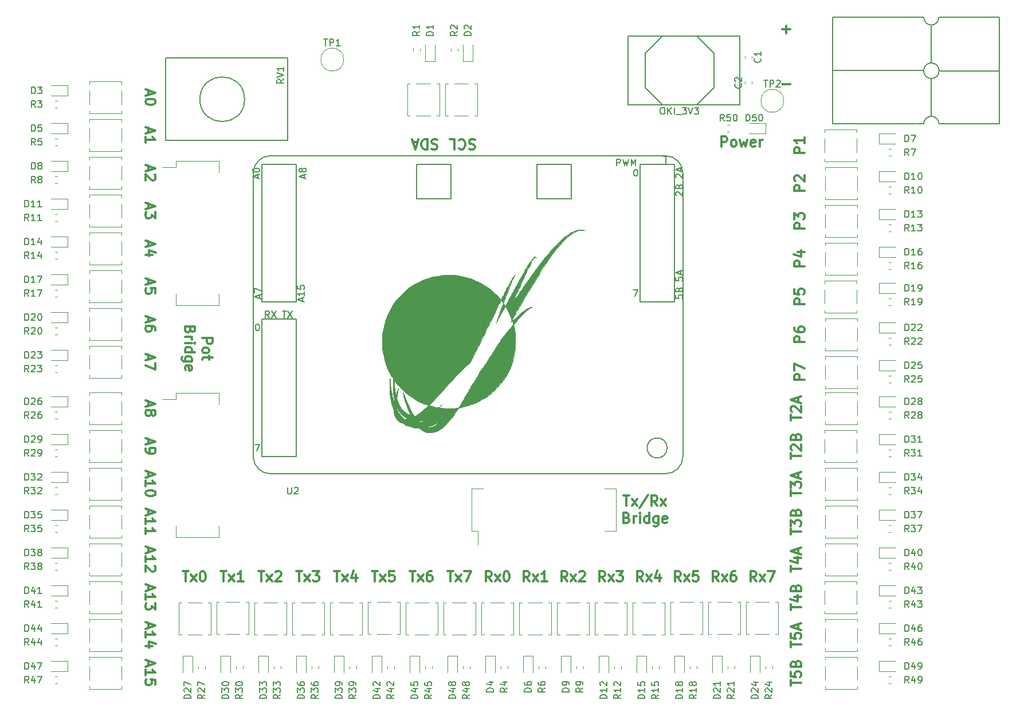
<source format=gbr>
G04 #@! TF.GenerationSoftware,KiCad,Pcbnew,(5.0.2)-1*
G04 #@! TF.CreationDate,2020-01-11T13:29:28-06:00*
G04 #@! TF.ProjectId,TM4C129 Breakout Tester,544d3443-3132-4392-9042-7265616b6f75,rev?*
G04 #@! TF.SameCoordinates,Original*
G04 #@! TF.FileFunction,Legend,Top*
G04 #@! TF.FilePolarity,Positive*
%FSLAX46Y46*%
G04 Gerber Fmt 4.6, Leading zero omitted, Abs format (unit mm)*
G04 Created by KiCad (PCBNEW (5.0.2)-1) date 1/11/2020 1:29:28 PM*
%MOMM*%
%LPD*%
G01*
G04 APERTURE LIST*
%ADD10C,0.300000*%
%ADD11C,0.150000*%
%ADD12C,0.120000*%
%ADD13C,0.010000*%
G04 APERTURE END LIST*
D10*
X159956571Y-53955142D02*
X161099428Y-53955142D01*
X160528000Y-54526571D02*
X160528000Y-53383714D01*
X159956571Y-62083142D02*
X161099428Y-62083142D01*
X136521428Y-122871571D02*
X137378571Y-122871571D01*
X136950000Y-124371571D02*
X136950000Y-122871571D01*
X137735714Y-124371571D02*
X138521428Y-123371571D01*
X137735714Y-123371571D02*
X138521428Y-124371571D01*
X140164285Y-122800142D02*
X138878571Y-124728714D01*
X141521428Y-124371571D02*
X141021428Y-123657285D01*
X140664285Y-124371571D02*
X140664285Y-122871571D01*
X141235714Y-122871571D01*
X141378571Y-122943000D01*
X141450000Y-123014428D01*
X141521428Y-123157285D01*
X141521428Y-123371571D01*
X141450000Y-123514428D01*
X141378571Y-123585857D01*
X141235714Y-123657285D01*
X140664285Y-123657285D01*
X142021428Y-124371571D02*
X142807142Y-123371571D01*
X142021428Y-123371571D02*
X142807142Y-124371571D01*
X136985714Y-126135857D02*
X137200000Y-126207285D01*
X137271428Y-126278714D01*
X137342857Y-126421571D01*
X137342857Y-126635857D01*
X137271428Y-126778714D01*
X137200000Y-126850142D01*
X137057142Y-126921571D01*
X136485714Y-126921571D01*
X136485714Y-125421571D01*
X136985714Y-125421571D01*
X137128571Y-125493000D01*
X137200000Y-125564428D01*
X137271428Y-125707285D01*
X137271428Y-125850142D01*
X137200000Y-125993000D01*
X137128571Y-126064428D01*
X136985714Y-126135857D01*
X136485714Y-126135857D01*
X137985714Y-126921571D02*
X137985714Y-125921571D01*
X137985714Y-126207285D02*
X138057142Y-126064428D01*
X138128571Y-125993000D01*
X138271428Y-125921571D01*
X138414285Y-125921571D01*
X138914285Y-126921571D02*
X138914285Y-125921571D01*
X138914285Y-125421571D02*
X138842857Y-125493000D01*
X138914285Y-125564428D01*
X138985714Y-125493000D01*
X138914285Y-125421571D01*
X138914285Y-125564428D01*
X140271428Y-126921571D02*
X140271428Y-125421571D01*
X140271428Y-126850142D02*
X140128571Y-126921571D01*
X139842857Y-126921571D01*
X139700000Y-126850142D01*
X139628571Y-126778714D01*
X139557142Y-126635857D01*
X139557142Y-126207285D01*
X139628571Y-126064428D01*
X139700000Y-125993000D01*
X139842857Y-125921571D01*
X140128571Y-125921571D01*
X140271428Y-125993000D01*
X141628571Y-125921571D02*
X141628571Y-127135857D01*
X141557142Y-127278714D01*
X141485714Y-127350142D01*
X141342857Y-127421571D01*
X141128571Y-127421571D01*
X140985714Y-127350142D01*
X141628571Y-126850142D02*
X141485714Y-126921571D01*
X141200000Y-126921571D01*
X141057142Y-126850142D01*
X140985714Y-126778714D01*
X140914285Y-126635857D01*
X140914285Y-126207285D01*
X140985714Y-126064428D01*
X141057142Y-125993000D01*
X141200000Y-125921571D01*
X141485714Y-125921571D01*
X141628571Y-125993000D01*
X142914285Y-126850142D02*
X142771428Y-126921571D01*
X142485714Y-126921571D01*
X142342857Y-126850142D01*
X142271428Y-126707285D01*
X142271428Y-126135857D01*
X142342857Y-125993000D01*
X142485714Y-125921571D01*
X142771428Y-125921571D01*
X142914285Y-125993000D01*
X142985714Y-126135857D01*
X142985714Y-126278714D01*
X142271428Y-126421571D01*
X74256428Y-99592000D02*
X75756428Y-99592000D01*
X75756428Y-100163428D01*
X75685000Y-100306285D01*
X75613571Y-100377714D01*
X75470714Y-100449142D01*
X75256428Y-100449142D01*
X75113571Y-100377714D01*
X75042142Y-100306285D01*
X74970714Y-100163428D01*
X74970714Y-99592000D01*
X74256428Y-101306285D02*
X74327857Y-101163428D01*
X74399285Y-101092000D01*
X74542142Y-101020571D01*
X74970714Y-101020571D01*
X75113571Y-101092000D01*
X75185000Y-101163428D01*
X75256428Y-101306285D01*
X75256428Y-101520571D01*
X75185000Y-101663428D01*
X75113571Y-101734857D01*
X74970714Y-101806285D01*
X74542142Y-101806285D01*
X74399285Y-101734857D01*
X74327857Y-101663428D01*
X74256428Y-101520571D01*
X74256428Y-101306285D01*
X75256428Y-102234857D02*
X75256428Y-102806285D01*
X75756428Y-102449142D02*
X74470714Y-102449142D01*
X74327857Y-102520571D01*
X74256428Y-102663428D01*
X74256428Y-102806285D01*
X72492142Y-98377714D02*
X72420714Y-98592000D01*
X72349285Y-98663428D01*
X72206428Y-98734857D01*
X71992142Y-98734857D01*
X71849285Y-98663428D01*
X71777857Y-98592000D01*
X71706428Y-98449142D01*
X71706428Y-97877714D01*
X73206428Y-97877714D01*
X73206428Y-98377714D01*
X73135000Y-98520571D01*
X73063571Y-98592000D01*
X72920714Y-98663428D01*
X72777857Y-98663428D01*
X72635000Y-98592000D01*
X72563571Y-98520571D01*
X72492142Y-98377714D01*
X72492142Y-97877714D01*
X71706428Y-99377714D02*
X72706428Y-99377714D01*
X72420714Y-99377714D02*
X72563571Y-99449142D01*
X72635000Y-99520571D01*
X72706428Y-99663428D01*
X72706428Y-99806285D01*
X71706428Y-100306285D02*
X72706428Y-100306285D01*
X73206428Y-100306285D02*
X73135000Y-100234857D01*
X73063571Y-100306285D01*
X73135000Y-100377714D01*
X73206428Y-100306285D01*
X73063571Y-100306285D01*
X71706428Y-101663428D02*
X73206428Y-101663428D01*
X71777857Y-101663428D02*
X71706428Y-101520571D01*
X71706428Y-101234857D01*
X71777857Y-101092000D01*
X71849285Y-101020571D01*
X71992142Y-100949142D01*
X72420714Y-100949142D01*
X72563571Y-101020571D01*
X72635000Y-101092000D01*
X72706428Y-101234857D01*
X72706428Y-101520571D01*
X72635000Y-101663428D01*
X72706428Y-103020571D02*
X71492142Y-103020571D01*
X71349285Y-102949142D01*
X71277857Y-102877714D01*
X71206428Y-102734857D01*
X71206428Y-102520571D01*
X71277857Y-102377714D01*
X71777857Y-103020571D02*
X71706428Y-102877714D01*
X71706428Y-102592000D01*
X71777857Y-102449142D01*
X71849285Y-102377714D01*
X71992142Y-102306285D01*
X72420714Y-102306285D01*
X72563571Y-102377714D01*
X72635000Y-102449142D01*
X72706428Y-102592000D01*
X72706428Y-102877714D01*
X72635000Y-103020571D01*
X71777857Y-104306285D02*
X71706428Y-104163428D01*
X71706428Y-103877714D01*
X71777857Y-103734857D01*
X71920714Y-103663428D01*
X72492142Y-103663428D01*
X72635000Y-103734857D01*
X72706428Y-103877714D01*
X72706428Y-104163428D01*
X72635000Y-104306285D01*
X72492142Y-104377714D01*
X72349285Y-104377714D01*
X72206428Y-103663428D01*
X150959714Y-71290571D02*
X150959714Y-69790571D01*
X151531142Y-69790571D01*
X151674000Y-69862000D01*
X151745428Y-69933428D01*
X151816857Y-70076285D01*
X151816857Y-70290571D01*
X151745428Y-70433428D01*
X151674000Y-70504857D01*
X151531142Y-70576285D01*
X150959714Y-70576285D01*
X152674000Y-71290571D02*
X152531142Y-71219142D01*
X152459714Y-71147714D01*
X152388285Y-71004857D01*
X152388285Y-70576285D01*
X152459714Y-70433428D01*
X152531142Y-70362000D01*
X152674000Y-70290571D01*
X152888285Y-70290571D01*
X153031142Y-70362000D01*
X153102571Y-70433428D01*
X153174000Y-70576285D01*
X153174000Y-71004857D01*
X153102571Y-71147714D01*
X153031142Y-71219142D01*
X152888285Y-71290571D01*
X152674000Y-71290571D01*
X153674000Y-70290571D02*
X153959714Y-71290571D01*
X154245428Y-70576285D01*
X154531142Y-71290571D01*
X154816857Y-70290571D01*
X155959714Y-71219142D02*
X155816857Y-71290571D01*
X155531142Y-71290571D01*
X155388285Y-71219142D01*
X155316857Y-71076285D01*
X155316857Y-70504857D01*
X155388285Y-70362000D01*
X155531142Y-70290571D01*
X155816857Y-70290571D01*
X155959714Y-70362000D01*
X156031142Y-70504857D01*
X156031142Y-70647714D01*
X155316857Y-70790571D01*
X156674000Y-71290571D02*
X156674000Y-70290571D01*
X156674000Y-70576285D02*
X156745428Y-70433428D01*
X156816857Y-70362000D01*
X156959714Y-70290571D01*
X157102571Y-70290571D01*
X116998857Y-135552571D02*
X116498857Y-134838285D01*
X116141714Y-135552571D02*
X116141714Y-134052571D01*
X116713142Y-134052571D01*
X116856000Y-134124000D01*
X116927428Y-134195428D01*
X116998857Y-134338285D01*
X116998857Y-134552571D01*
X116927428Y-134695428D01*
X116856000Y-134766857D01*
X116713142Y-134838285D01*
X116141714Y-134838285D01*
X117498857Y-135552571D02*
X118284571Y-134552571D01*
X117498857Y-134552571D02*
X118284571Y-135552571D01*
X119141714Y-134052571D02*
X119284571Y-134052571D01*
X119427428Y-134124000D01*
X119498857Y-134195428D01*
X119570285Y-134338285D01*
X119641714Y-134624000D01*
X119641714Y-134981142D01*
X119570285Y-135266857D01*
X119498857Y-135409714D01*
X119427428Y-135481142D01*
X119284571Y-135552571D01*
X119141714Y-135552571D01*
X118998857Y-135481142D01*
X118927428Y-135409714D01*
X118856000Y-135266857D01*
X118784571Y-134981142D01*
X118784571Y-134624000D01*
X118856000Y-134338285D01*
X118927428Y-134195428D01*
X118998857Y-134124000D01*
X119141714Y-134052571D01*
X144938857Y-135552571D02*
X144438857Y-134838285D01*
X144081714Y-135552571D02*
X144081714Y-134052571D01*
X144653142Y-134052571D01*
X144796000Y-134124000D01*
X144867428Y-134195428D01*
X144938857Y-134338285D01*
X144938857Y-134552571D01*
X144867428Y-134695428D01*
X144796000Y-134766857D01*
X144653142Y-134838285D01*
X144081714Y-134838285D01*
X145438857Y-135552571D02*
X146224571Y-134552571D01*
X145438857Y-134552571D02*
X146224571Y-135552571D01*
X147510285Y-134052571D02*
X146796000Y-134052571D01*
X146724571Y-134766857D01*
X146796000Y-134695428D01*
X146938857Y-134624000D01*
X147296000Y-134624000D01*
X147438857Y-134695428D01*
X147510285Y-134766857D01*
X147581714Y-134909714D01*
X147581714Y-135266857D01*
X147510285Y-135409714D01*
X147438857Y-135481142D01*
X147296000Y-135552571D01*
X146938857Y-135552571D01*
X146796000Y-135481142D01*
X146724571Y-135409714D01*
X122586857Y-135552571D02*
X122086857Y-134838285D01*
X121729714Y-135552571D02*
X121729714Y-134052571D01*
X122301142Y-134052571D01*
X122444000Y-134124000D01*
X122515428Y-134195428D01*
X122586857Y-134338285D01*
X122586857Y-134552571D01*
X122515428Y-134695428D01*
X122444000Y-134766857D01*
X122301142Y-134838285D01*
X121729714Y-134838285D01*
X123086857Y-135552571D02*
X123872571Y-134552571D01*
X123086857Y-134552571D02*
X123872571Y-135552571D01*
X125229714Y-135552571D02*
X124372571Y-135552571D01*
X124801142Y-135552571D02*
X124801142Y-134052571D01*
X124658285Y-134266857D01*
X124515428Y-134409714D01*
X124372571Y-134481142D01*
X156114857Y-135552571D02*
X155614857Y-134838285D01*
X155257714Y-135552571D02*
X155257714Y-134052571D01*
X155829142Y-134052571D01*
X155972000Y-134124000D01*
X156043428Y-134195428D01*
X156114857Y-134338285D01*
X156114857Y-134552571D01*
X156043428Y-134695428D01*
X155972000Y-134766857D01*
X155829142Y-134838285D01*
X155257714Y-134838285D01*
X156614857Y-135552571D02*
X157400571Y-134552571D01*
X156614857Y-134552571D02*
X157400571Y-135552571D01*
X157829142Y-134052571D02*
X158829142Y-134052571D01*
X158186285Y-135552571D01*
X128174857Y-135552571D02*
X127674857Y-134838285D01*
X127317714Y-135552571D02*
X127317714Y-134052571D01*
X127889142Y-134052571D01*
X128032000Y-134124000D01*
X128103428Y-134195428D01*
X128174857Y-134338285D01*
X128174857Y-134552571D01*
X128103428Y-134695428D01*
X128032000Y-134766857D01*
X127889142Y-134838285D01*
X127317714Y-134838285D01*
X128674857Y-135552571D02*
X129460571Y-134552571D01*
X128674857Y-134552571D02*
X129460571Y-135552571D01*
X129960571Y-134195428D02*
X130032000Y-134124000D01*
X130174857Y-134052571D01*
X130532000Y-134052571D01*
X130674857Y-134124000D01*
X130746285Y-134195428D01*
X130817714Y-134338285D01*
X130817714Y-134481142D01*
X130746285Y-134695428D01*
X129889142Y-135552571D01*
X130817714Y-135552571D01*
X150526857Y-135552571D02*
X150026857Y-134838285D01*
X149669714Y-135552571D02*
X149669714Y-134052571D01*
X150241142Y-134052571D01*
X150384000Y-134124000D01*
X150455428Y-134195428D01*
X150526857Y-134338285D01*
X150526857Y-134552571D01*
X150455428Y-134695428D01*
X150384000Y-134766857D01*
X150241142Y-134838285D01*
X149669714Y-134838285D01*
X151026857Y-135552571D02*
X151812571Y-134552571D01*
X151026857Y-134552571D02*
X151812571Y-135552571D01*
X153026857Y-134052571D02*
X152741142Y-134052571D01*
X152598285Y-134124000D01*
X152526857Y-134195428D01*
X152384000Y-134409714D01*
X152312571Y-134695428D01*
X152312571Y-135266857D01*
X152384000Y-135409714D01*
X152455428Y-135481142D01*
X152598285Y-135552571D01*
X152884000Y-135552571D01*
X153026857Y-135481142D01*
X153098285Y-135409714D01*
X153169714Y-135266857D01*
X153169714Y-134909714D01*
X153098285Y-134766857D01*
X153026857Y-134695428D01*
X152884000Y-134624000D01*
X152598285Y-134624000D01*
X152455428Y-134695428D01*
X152384000Y-134766857D01*
X152312571Y-134909714D01*
X133762857Y-135552571D02*
X133262857Y-134838285D01*
X132905714Y-135552571D02*
X132905714Y-134052571D01*
X133477142Y-134052571D01*
X133620000Y-134124000D01*
X133691428Y-134195428D01*
X133762857Y-134338285D01*
X133762857Y-134552571D01*
X133691428Y-134695428D01*
X133620000Y-134766857D01*
X133477142Y-134838285D01*
X132905714Y-134838285D01*
X134262857Y-135552571D02*
X135048571Y-134552571D01*
X134262857Y-134552571D02*
X135048571Y-135552571D01*
X135477142Y-134052571D02*
X136405714Y-134052571D01*
X135905714Y-134624000D01*
X136120000Y-134624000D01*
X136262857Y-134695428D01*
X136334285Y-134766857D01*
X136405714Y-134909714D01*
X136405714Y-135266857D01*
X136334285Y-135409714D01*
X136262857Y-135481142D01*
X136120000Y-135552571D01*
X135691428Y-135552571D01*
X135548571Y-135481142D01*
X135477142Y-135409714D01*
X139350857Y-135552571D02*
X138850857Y-134838285D01*
X138493714Y-135552571D02*
X138493714Y-134052571D01*
X139065142Y-134052571D01*
X139208000Y-134124000D01*
X139279428Y-134195428D01*
X139350857Y-134338285D01*
X139350857Y-134552571D01*
X139279428Y-134695428D01*
X139208000Y-134766857D01*
X139065142Y-134838285D01*
X138493714Y-134838285D01*
X139850857Y-135552571D02*
X140636571Y-134552571D01*
X139850857Y-134552571D02*
X140636571Y-135552571D01*
X141850857Y-134552571D02*
X141850857Y-135552571D01*
X141493714Y-133981142D02*
X141136571Y-135052571D01*
X142065142Y-135052571D01*
X161230571Y-150990857D02*
X161230571Y-150133714D01*
X162730571Y-150562285D02*
X161230571Y-150562285D01*
X161230571Y-148919428D02*
X161230571Y-149633714D01*
X161944857Y-149705142D01*
X161873428Y-149633714D01*
X161802000Y-149490857D01*
X161802000Y-149133714D01*
X161873428Y-148990857D01*
X161944857Y-148919428D01*
X162087714Y-148848000D01*
X162444857Y-148848000D01*
X162587714Y-148919428D01*
X162659142Y-148990857D01*
X162730571Y-149133714D01*
X162730571Y-149490857D01*
X162659142Y-149633714D01*
X162587714Y-149705142D01*
X161944857Y-147705142D02*
X162016285Y-147490857D01*
X162087714Y-147419428D01*
X162230571Y-147348000D01*
X162444857Y-147348000D01*
X162587714Y-147419428D01*
X162659142Y-147490857D01*
X162730571Y-147633714D01*
X162730571Y-148205142D01*
X161230571Y-148205142D01*
X161230571Y-147705142D01*
X161302000Y-147562285D01*
X161373428Y-147490857D01*
X161516285Y-147419428D01*
X161659142Y-147419428D01*
X161802000Y-147490857D01*
X161873428Y-147562285D01*
X161944857Y-147705142D01*
X161944857Y-148205142D01*
X161230571Y-145295714D02*
X161230571Y-144438571D01*
X162730571Y-144867142D02*
X161230571Y-144867142D01*
X161230571Y-143224285D02*
X161230571Y-143938571D01*
X161944857Y-144010000D01*
X161873428Y-143938571D01*
X161802000Y-143795714D01*
X161802000Y-143438571D01*
X161873428Y-143295714D01*
X161944857Y-143224285D01*
X162087714Y-143152857D01*
X162444857Y-143152857D01*
X162587714Y-143224285D01*
X162659142Y-143295714D01*
X162730571Y-143438571D01*
X162730571Y-143795714D01*
X162659142Y-143938571D01*
X162587714Y-144010000D01*
X162302000Y-142581428D02*
X162302000Y-141867142D01*
X162730571Y-142724285D02*
X161230571Y-142224285D01*
X162730571Y-141724285D01*
X161230571Y-139814857D02*
X161230571Y-138957714D01*
X162730571Y-139386285D02*
X161230571Y-139386285D01*
X161730571Y-137814857D02*
X162730571Y-137814857D01*
X161159142Y-138172000D02*
X162230571Y-138529142D01*
X162230571Y-137600571D01*
X161944857Y-136529142D02*
X162016285Y-136314857D01*
X162087714Y-136243428D01*
X162230571Y-136172000D01*
X162444857Y-136172000D01*
X162587714Y-136243428D01*
X162659142Y-136314857D01*
X162730571Y-136457714D01*
X162730571Y-137029142D01*
X161230571Y-137029142D01*
X161230571Y-136529142D01*
X161302000Y-136386285D01*
X161373428Y-136314857D01*
X161516285Y-136243428D01*
X161659142Y-136243428D01*
X161802000Y-136314857D01*
X161873428Y-136386285D01*
X161944857Y-136529142D01*
X161944857Y-137029142D01*
X161230571Y-134119714D02*
X161230571Y-133262571D01*
X162730571Y-133691142D02*
X161230571Y-133691142D01*
X161730571Y-132119714D02*
X162730571Y-132119714D01*
X161159142Y-132476857D02*
X162230571Y-132834000D01*
X162230571Y-131905428D01*
X162302000Y-131405428D02*
X162302000Y-130691142D01*
X162730571Y-131548285D02*
X161230571Y-131048285D01*
X162730571Y-130548285D01*
X161230571Y-128638857D02*
X161230571Y-127781714D01*
X162730571Y-128210285D02*
X161230571Y-128210285D01*
X161230571Y-127424571D02*
X161230571Y-126496000D01*
X161802000Y-126996000D01*
X161802000Y-126781714D01*
X161873428Y-126638857D01*
X161944857Y-126567428D01*
X162087714Y-126496000D01*
X162444857Y-126496000D01*
X162587714Y-126567428D01*
X162659142Y-126638857D01*
X162730571Y-126781714D01*
X162730571Y-127210285D01*
X162659142Y-127353142D01*
X162587714Y-127424571D01*
X161944857Y-125353142D02*
X162016285Y-125138857D01*
X162087714Y-125067428D01*
X162230571Y-124996000D01*
X162444857Y-124996000D01*
X162587714Y-125067428D01*
X162659142Y-125138857D01*
X162730571Y-125281714D01*
X162730571Y-125853142D01*
X161230571Y-125853142D01*
X161230571Y-125353142D01*
X161302000Y-125210285D01*
X161373428Y-125138857D01*
X161516285Y-125067428D01*
X161659142Y-125067428D01*
X161802000Y-125138857D01*
X161873428Y-125210285D01*
X161944857Y-125353142D01*
X161944857Y-125853142D01*
X161230571Y-122943714D02*
X161230571Y-122086571D01*
X162730571Y-122515142D02*
X161230571Y-122515142D01*
X161230571Y-121729428D02*
X161230571Y-120800857D01*
X161802000Y-121300857D01*
X161802000Y-121086571D01*
X161873428Y-120943714D01*
X161944857Y-120872285D01*
X162087714Y-120800857D01*
X162444857Y-120800857D01*
X162587714Y-120872285D01*
X162659142Y-120943714D01*
X162730571Y-121086571D01*
X162730571Y-121515142D01*
X162659142Y-121658000D01*
X162587714Y-121729428D01*
X162302000Y-120229428D02*
X162302000Y-119515142D01*
X162730571Y-120372285D02*
X161230571Y-119872285D01*
X162730571Y-119372285D01*
X161230571Y-117462857D02*
X161230571Y-116605714D01*
X162730571Y-117034285D02*
X161230571Y-117034285D01*
X161373428Y-116177142D02*
X161302000Y-116105714D01*
X161230571Y-115962857D01*
X161230571Y-115605714D01*
X161302000Y-115462857D01*
X161373428Y-115391428D01*
X161516285Y-115320000D01*
X161659142Y-115320000D01*
X161873428Y-115391428D01*
X162730571Y-116248571D01*
X162730571Y-115320000D01*
X161944857Y-114177142D02*
X162016285Y-113962857D01*
X162087714Y-113891428D01*
X162230571Y-113820000D01*
X162444857Y-113820000D01*
X162587714Y-113891428D01*
X162659142Y-113962857D01*
X162730571Y-114105714D01*
X162730571Y-114677142D01*
X161230571Y-114677142D01*
X161230571Y-114177142D01*
X161302000Y-114034285D01*
X161373428Y-113962857D01*
X161516285Y-113891428D01*
X161659142Y-113891428D01*
X161802000Y-113962857D01*
X161873428Y-114034285D01*
X161944857Y-114177142D01*
X161944857Y-114677142D01*
X161230571Y-111767714D02*
X161230571Y-110910571D01*
X162730571Y-111339142D02*
X161230571Y-111339142D01*
X161373428Y-110482000D02*
X161302000Y-110410571D01*
X161230571Y-110267714D01*
X161230571Y-109910571D01*
X161302000Y-109767714D01*
X161373428Y-109696285D01*
X161516285Y-109624857D01*
X161659142Y-109624857D01*
X161873428Y-109696285D01*
X162730571Y-110553428D01*
X162730571Y-109624857D01*
X162302000Y-109053428D02*
X162302000Y-108339142D01*
X162730571Y-109196285D02*
X161230571Y-108696285D01*
X162730571Y-108196285D01*
X163238571Y-105755142D02*
X161738571Y-105755142D01*
X161738571Y-105183714D01*
X161810000Y-105040857D01*
X161881428Y-104969428D01*
X162024285Y-104898000D01*
X162238571Y-104898000D01*
X162381428Y-104969428D01*
X162452857Y-105040857D01*
X162524285Y-105183714D01*
X162524285Y-105755142D01*
X161738571Y-104398000D02*
X161738571Y-103398000D01*
X163238571Y-104040857D01*
X163238571Y-100167142D02*
X161738571Y-100167142D01*
X161738571Y-99595714D01*
X161810000Y-99452857D01*
X161881428Y-99381428D01*
X162024285Y-99310000D01*
X162238571Y-99310000D01*
X162381428Y-99381428D01*
X162452857Y-99452857D01*
X162524285Y-99595714D01*
X162524285Y-100167142D01*
X161738571Y-98024285D02*
X161738571Y-98310000D01*
X161810000Y-98452857D01*
X161881428Y-98524285D01*
X162095714Y-98667142D01*
X162381428Y-98738571D01*
X162952857Y-98738571D01*
X163095714Y-98667142D01*
X163167142Y-98595714D01*
X163238571Y-98452857D01*
X163238571Y-98167142D01*
X163167142Y-98024285D01*
X163095714Y-97952857D01*
X162952857Y-97881428D01*
X162595714Y-97881428D01*
X162452857Y-97952857D01*
X162381428Y-98024285D01*
X162310000Y-98167142D01*
X162310000Y-98452857D01*
X162381428Y-98595714D01*
X162452857Y-98667142D01*
X162595714Y-98738571D01*
X163238571Y-94579142D02*
X161738571Y-94579142D01*
X161738571Y-94007714D01*
X161810000Y-93864857D01*
X161881428Y-93793428D01*
X162024285Y-93722000D01*
X162238571Y-93722000D01*
X162381428Y-93793428D01*
X162452857Y-93864857D01*
X162524285Y-94007714D01*
X162524285Y-94579142D01*
X161738571Y-92364857D02*
X161738571Y-93079142D01*
X162452857Y-93150571D01*
X162381428Y-93079142D01*
X162310000Y-92936285D01*
X162310000Y-92579142D01*
X162381428Y-92436285D01*
X162452857Y-92364857D01*
X162595714Y-92293428D01*
X162952857Y-92293428D01*
X163095714Y-92364857D01*
X163167142Y-92436285D01*
X163238571Y-92579142D01*
X163238571Y-92936285D01*
X163167142Y-93079142D01*
X163095714Y-93150571D01*
X163238571Y-88991142D02*
X161738571Y-88991142D01*
X161738571Y-88419714D01*
X161810000Y-88276857D01*
X161881428Y-88205428D01*
X162024285Y-88134000D01*
X162238571Y-88134000D01*
X162381428Y-88205428D01*
X162452857Y-88276857D01*
X162524285Y-88419714D01*
X162524285Y-88991142D01*
X162238571Y-86848285D02*
X163238571Y-86848285D01*
X161667142Y-87205428D02*
X162738571Y-87562571D01*
X162738571Y-86634000D01*
X163238571Y-83403142D02*
X161738571Y-83403142D01*
X161738571Y-82831714D01*
X161810000Y-82688857D01*
X161881428Y-82617428D01*
X162024285Y-82546000D01*
X162238571Y-82546000D01*
X162381428Y-82617428D01*
X162452857Y-82688857D01*
X162524285Y-82831714D01*
X162524285Y-83403142D01*
X161738571Y-82046000D02*
X161738571Y-81117428D01*
X162310000Y-81617428D01*
X162310000Y-81403142D01*
X162381428Y-81260285D01*
X162452857Y-81188857D01*
X162595714Y-81117428D01*
X162952857Y-81117428D01*
X163095714Y-81188857D01*
X163167142Y-81260285D01*
X163238571Y-81403142D01*
X163238571Y-81831714D01*
X163167142Y-81974571D01*
X163095714Y-82046000D01*
X163238571Y-77815142D02*
X161738571Y-77815142D01*
X161738571Y-77243714D01*
X161810000Y-77100857D01*
X161881428Y-77029428D01*
X162024285Y-76958000D01*
X162238571Y-76958000D01*
X162381428Y-77029428D01*
X162452857Y-77100857D01*
X162524285Y-77243714D01*
X162524285Y-77815142D01*
X161881428Y-76386571D02*
X161810000Y-76315142D01*
X161738571Y-76172285D01*
X161738571Y-75815142D01*
X161810000Y-75672285D01*
X161881428Y-75600857D01*
X162024285Y-75529428D01*
X162167142Y-75529428D01*
X162381428Y-75600857D01*
X163238571Y-76458000D01*
X163238571Y-75529428D01*
X163238571Y-72227142D02*
X161738571Y-72227142D01*
X161738571Y-71655714D01*
X161810000Y-71512857D01*
X161881428Y-71441428D01*
X162024285Y-71370000D01*
X162238571Y-71370000D01*
X162381428Y-71441428D01*
X162452857Y-71512857D01*
X162524285Y-71655714D01*
X162524285Y-72227142D01*
X163238571Y-69941428D02*
X163238571Y-70798571D01*
X163238571Y-70370000D02*
X161738571Y-70370000D01*
X161952857Y-70512857D01*
X162095714Y-70655714D01*
X162167142Y-70798571D01*
X109009428Y-70258857D02*
X108795142Y-70187428D01*
X108438000Y-70187428D01*
X108295142Y-70258857D01*
X108223714Y-70330285D01*
X108152285Y-70473142D01*
X108152285Y-70616000D01*
X108223714Y-70758857D01*
X108295142Y-70830285D01*
X108438000Y-70901714D01*
X108723714Y-70973142D01*
X108866571Y-71044571D01*
X108938000Y-71116000D01*
X109009428Y-71258857D01*
X109009428Y-71401714D01*
X108938000Y-71544571D01*
X108866571Y-71616000D01*
X108723714Y-71687428D01*
X108366571Y-71687428D01*
X108152285Y-71616000D01*
X107509428Y-70187428D02*
X107509428Y-71687428D01*
X107152285Y-71687428D01*
X106938000Y-71616000D01*
X106795142Y-71473142D01*
X106723714Y-71330285D01*
X106652285Y-71044571D01*
X106652285Y-70830285D01*
X106723714Y-70544571D01*
X106795142Y-70401714D01*
X106938000Y-70258857D01*
X107152285Y-70187428D01*
X107509428Y-70187428D01*
X106080857Y-70616000D02*
X105366571Y-70616000D01*
X106223714Y-70187428D02*
X105723714Y-71687428D01*
X105223714Y-70187428D01*
X114561714Y-70258857D02*
X114347428Y-70187428D01*
X113990285Y-70187428D01*
X113847428Y-70258857D01*
X113776000Y-70330285D01*
X113704571Y-70473142D01*
X113704571Y-70616000D01*
X113776000Y-70758857D01*
X113847428Y-70830285D01*
X113990285Y-70901714D01*
X114276000Y-70973142D01*
X114418857Y-71044571D01*
X114490285Y-71116000D01*
X114561714Y-71258857D01*
X114561714Y-71401714D01*
X114490285Y-71544571D01*
X114418857Y-71616000D01*
X114276000Y-71687428D01*
X113918857Y-71687428D01*
X113704571Y-71616000D01*
X112204571Y-70330285D02*
X112276000Y-70258857D01*
X112490285Y-70187428D01*
X112633142Y-70187428D01*
X112847428Y-70258857D01*
X112990285Y-70401714D01*
X113061714Y-70544571D01*
X113133142Y-70830285D01*
X113133142Y-71044571D01*
X113061714Y-71330285D01*
X112990285Y-71473142D01*
X112847428Y-71616000D01*
X112633142Y-71687428D01*
X112490285Y-71687428D01*
X112276000Y-71616000D01*
X112204571Y-71544571D01*
X110847428Y-70187428D02*
X111561714Y-70187428D01*
X111561714Y-71687428D01*
X66298000Y-62936571D02*
X66298000Y-63650857D01*
X65869428Y-62793714D02*
X67369428Y-63293714D01*
X65869428Y-63793714D01*
X67369428Y-64579428D02*
X67369428Y-64722285D01*
X67298000Y-64865142D01*
X67226571Y-64936571D01*
X67083714Y-65008000D01*
X66798000Y-65079428D01*
X66440857Y-65079428D01*
X66155142Y-65008000D01*
X66012285Y-64936571D01*
X65940857Y-64865142D01*
X65869428Y-64722285D01*
X65869428Y-64579428D01*
X65940857Y-64436571D01*
X66012285Y-64365142D01*
X66155142Y-64293714D01*
X66440857Y-64222285D01*
X66798000Y-64222285D01*
X67083714Y-64293714D01*
X67226571Y-64365142D01*
X67298000Y-64436571D01*
X67369428Y-64579428D01*
X66298000Y-68524571D02*
X66298000Y-69238857D01*
X65869428Y-68381714D02*
X67369428Y-68881714D01*
X65869428Y-69381714D01*
X65869428Y-70667428D02*
X65869428Y-69810285D01*
X65869428Y-70238857D02*
X67369428Y-70238857D01*
X67155142Y-70096000D01*
X67012285Y-69953142D01*
X66940857Y-69810285D01*
X66298000Y-74112571D02*
X66298000Y-74826857D01*
X65869428Y-73969714D02*
X67369428Y-74469714D01*
X65869428Y-74969714D01*
X67226571Y-75398285D02*
X67298000Y-75469714D01*
X67369428Y-75612571D01*
X67369428Y-75969714D01*
X67298000Y-76112571D01*
X67226571Y-76184000D01*
X67083714Y-76255428D01*
X66940857Y-76255428D01*
X66726571Y-76184000D01*
X65869428Y-75326857D01*
X65869428Y-76255428D01*
X66298000Y-79700571D02*
X66298000Y-80414857D01*
X65869428Y-79557714D02*
X67369428Y-80057714D01*
X65869428Y-80557714D01*
X67369428Y-80914857D02*
X67369428Y-81843428D01*
X66798000Y-81343428D01*
X66798000Y-81557714D01*
X66726571Y-81700571D01*
X66655142Y-81772000D01*
X66512285Y-81843428D01*
X66155142Y-81843428D01*
X66012285Y-81772000D01*
X65940857Y-81700571D01*
X65869428Y-81557714D01*
X65869428Y-81129142D01*
X65940857Y-80986285D01*
X66012285Y-80914857D01*
X66298000Y-85288571D02*
X66298000Y-86002857D01*
X65869428Y-85145714D02*
X67369428Y-85645714D01*
X65869428Y-86145714D01*
X66869428Y-87288571D02*
X65869428Y-87288571D01*
X67440857Y-86931428D02*
X66369428Y-86574285D01*
X66369428Y-87502857D01*
X66298000Y-90876571D02*
X66298000Y-91590857D01*
X65869428Y-90733714D02*
X67369428Y-91233714D01*
X65869428Y-91733714D01*
X67369428Y-92948000D02*
X67369428Y-92233714D01*
X66655142Y-92162285D01*
X66726571Y-92233714D01*
X66798000Y-92376571D01*
X66798000Y-92733714D01*
X66726571Y-92876571D01*
X66655142Y-92948000D01*
X66512285Y-93019428D01*
X66155142Y-93019428D01*
X66012285Y-92948000D01*
X65940857Y-92876571D01*
X65869428Y-92733714D01*
X65869428Y-92376571D01*
X65940857Y-92233714D01*
X66012285Y-92162285D01*
X66298000Y-96464571D02*
X66298000Y-97178857D01*
X65869428Y-96321714D02*
X67369428Y-96821714D01*
X65869428Y-97321714D01*
X67369428Y-98464571D02*
X67369428Y-98178857D01*
X67298000Y-98036000D01*
X67226571Y-97964571D01*
X67012285Y-97821714D01*
X66726571Y-97750285D01*
X66155142Y-97750285D01*
X66012285Y-97821714D01*
X65940857Y-97893142D01*
X65869428Y-98036000D01*
X65869428Y-98321714D01*
X65940857Y-98464571D01*
X66012285Y-98536000D01*
X66155142Y-98607428D01*
X66512285Y-98607428D01*
X66655142Y-98536000D01*
X66726571Y-98464571D01*
X66798000Y-98321714D01*
X66798000Y-98036000D01*
X66726571Y-97893142D01*
X66655142Y-97821714D01*
X66512285Y-97750285D01*
X66298000Y-102052571D02*
X66298000Y-102766857D01*
X65869428Y-101909714D02*
X67369428Y-102409714D01*
X65869428Y-102909714D01*
X67369428Y-103266857D02*
X67369428Y-104266857D01*
X65869428Y-103624000D01*
X66298000Y-108910571D02*
X66298000Y-109624857D01*
X65869428Y-108767714D02*
X67369428Y-109267714D01*
X65869428Y-109767714D01*
X66726571Y-110482000D02*
X66798000Y-110339142D01*
X66869428Y-110267714D01*
X67012285Y-110196285D01*
X67083714Y-110196285D01*
X67226571Y-110267714D01*
X67298000Y-110339142D01*
X67369428Y-110482000D01*
X67369428Y-110767714D01*
X67298000Y-110910571D01*
X67226571Y-110982000D01*
X67083714Y-111053428D01*
X67012285Y-111053428D01*
X66869428Y-110982000D01*
X66798000Y-110910571D01*
X66726571Y-110767714D01*
X66726571Y-110482000D01*
X66655142Y-110339142D01*
X66583714Y-110267714D01*
X66440857Y-110196285D01*
X66155142Y-110196285D01*
X66012285Y-110267714D01*
X65940857Y-110339142D01*
X65869428Y-110482000D01*
X65869428Y-110767714D01*
X65940857Y-110910571D01*
X66012285Y-110982000D01*
X66155142Y-111053428D01*
X66440857Y-111053428D01*
X66583714Y-110982000D01*
X66655142Y-110910571D01*
X66726571Y-110767714D01*
X66298000Y-114498571D02*
X66298000Y-115212857D01*
X65869428Y-114355714D02*
X67369428Y-114855714D01*
X65869428Y-115355714D01*
X65869428Y-115927142D02*
X65869428Y-116212857D01*
X65940857Y-116355714D01*
X66012285Y-116427142D01*
X66226571Y-116570000D01*
X66512285Y-116641428D01*
X67083714Y-116641428D01*
X67226571Y-116570000D01*
X67298000Y-116498571D01*
X67369428Y-116355714D01*
X67369428Y-116070000D01*
X67298000Y-115927142D01*
X67226571Y-115855714D01*
X67083714Y-115784285D01*
X66726571Y-115784285D01*
X66583714Y-115855714D01*
X66512285Y-115927142D01*
X66440857Y-116070000D01*
X66440857Y-116355714D01*
X66512285Y-116498571D01*
X66583714Y-116570000D01*
X66726571Y-116641428D01*
X66298000Y-119372285D02*
X66298000Y-120086571D01*
X65869428Y-119229428D02*
X67369428Y-119729428D01*
X65869428Y-120229428D01*
X65869428Y-121515142D02*
X65869428Y-120658000D01*
X65869428Y-121086571D02*
X67369428Y-121086571D01*
X67155142Y-120943714D01*
X67012285Y-120800857D01*
X66940857Y-120658000D01*
X67369428Y-122443714D02*
X67369428Y-122586571D01*
X67298000Y-122729428D01*
X67226571Y-122800857D01*
X67083714Y-122872285D01*
X66798000Y-122943714D01*
X66440857Y-122943714D01*
X66155142Y-122872285D01*
X66012285Y-122800857D01*
X65940857Y-122729428D01*
X65869428Y-122586571D01*
X65869428Y-122443714D01*
X65940857Y-122300857D01*
X66012285Y-122229428D01*
X66155142Y-122158000D01*
X66440857Y-122086571D01*
X66798000Y-122086571D01*
X67083714Y-122158000D01*
X67226571Y-122229428D01*
X67298000Y-122300857D01*
X67369428Y-122443714D01*
X66298000Y-124960285D02*
X66298000Y-125674571D01*
X65869428Y-124817428D02*
X67369428Y-125317428D01*
X65869428Y-125817428D01*
X65869428Y-127103142D02*
X65869428Y-126246000D01*
X65869428Y-126674571D02*
X67369428Y-126674571D01*
X67155142Y-126531714D01*
X67012285Y-126388857D01*
X66940857Y-126246000D01*
X65869428Y-128531714D02*
X65869428Y-127674571D01*
X65869428Y-128103142D02*
X67369428Y-128103142D01*
X67155142Y-127960285D01*
X67012285Y-127817428D01*
X66940857Y-127674571D01*
X66298000Y-130548285D02*
X66298000Y-131262571D01*
X65869428Y-130405428D02*
X67369428Y-130905428D01*
X65869428Y-131405428D01*
X65869428Y-132691142D02*
X65869428Y-131834000D01*
X65869428Y-132262571D02*
X67369428Y-132262571D01*
X67155142Y-132119714D01*
X67012285Y-131976857D01*
X66940857Y-131834000D01*
X67226571Y-133262571D02*
X67298000Y-133334000D01*
X67369428Y-133476857D01*
X67369428Y-133834000D01*
X67298000Y-133976857D01*
X67226571Y-134048285D01*
X67083714Y-134119714D01*
X66940857Y-134119714D01*
X66726571Y-134048285D01*
X65869428Y-133191142D01*
X65869428Y-134119714D01*
X66298000Y-136136285D02*
X66298000Y-136850571D01*
X65869428Y-135993428D02*
X67369428Y-136493428D01*
X65869428Y-136993428D01*
X65869428Y-138279142D02*
X65869428Y-137422000D01*
X65869428Y-137850571D02*
X67369428Y-137850571D01*
X67155142Y-137707714D01*
X67012285Y-137564857D01*
X66940857Y-137422000D01*
X67369428Y-138779142D02*
X67369428Y-139707714D01*
X66798000Y-139207714D01*
X66798000Y-139422000D01*
X66726571Y-139564857D01*
X66655142Y-139636285D01*
X66512285Y-139707714D01*
X66155142Y-139707714D01*
X66012285Y-139636285D01*
X65940857Y-139564857D01*
X65869428Y-139422000D01*
X65869428Y-138993428D01*
X65940857Y-138850571D01*
X66012285Y-138779142D01*
X66298000Y-141724285D02*
X66298000Y-142438571D01*
X65869428Y-141581428D02*
X67369428Y-142081428D01*
X65869428Y-142581428D01*
X65869428Y-143867142D02*
X65869428Y-143010000D01*
X65869428Y-143438571D02*
X67369428Y-143438571D01*
X67155142Y-143295714D01*
X67012285Y-143152857D01*
X66940857Y-143010000D01*
X66869428Y-145152857D02*
X65869428Y-145152857D01*
X67440857Y-144795714D02*
X66369428Y-144438571D01*
X66369428Y-145367142D01*
X66298000Y-147312285D02*
X66298000Y-148026571D01*
X65869428Y-147169428D02*
X67369428Y-147669428D01*
X65869428Y-148169428D01*
X65869428Y-149455142D02*
X65869428Y-148598000D01*
X65869428Y-149026571D02*
X67369428Y-149026571D01*
X67155142Y-148883714D01*
X67012285Y-148740857D01*
X66940857Y-148598000D01*
X67369428Y-150812285D02*
X67369428Y-150098000D01*
X66655142Y-150026571D01*
X66726571Y-150098000D01*
X66798000Y-150240857D01*
X66798000Y-150598000D01*
X66726571Y-150740857D01*
X66655142Y-150812285D01*
X66512285Y-150883714D01*
X66155142Y-150883714D01*
X66012285Y-150812285D01*
X65940857Y-150740857D01*
X65869428Y-150598000D01*
X65869428Y-150240857D01*
X65940857Y-150098000D01*
X66012285Y-150026571D01*
X110518000Y-134052571D02*
X111375142Y-134052571D01*
X110946571Y-135552571D02*
X110946571Y-134052571D01*
X111732285Y-135552571D02*
X112518000Y-134552571D01*
X111732285Y-134552571D02*
X112518000Y-135552571D01*
X112946571Y-134052571D02*
X113946571Y-134052571D01*
X113303714Y-135552571D01*
X104930000Y-134052571D02*
X105787142Y-134052571D01*
X105358571Y-135552571D02*
X105358571Y-134052571D01*
X106144285Y-135552571D02*
X106930000Y-134552571D01*
X106144285Y-134552571D02*
X106930000Y-135552571D01*
X108144285Y-134052571D02*
X107858571Y-134052571D01*
X107715714Y-134124000D01*
X107644285Y-134195428D01*
X107501428Y-134409714D01*
X107430000Y-134695428D01*
X107430000Y-135266857D01*
X107501428Y-135409714D01*
X107572857Y-135481142D01*
X107715714Y-135552571D01*
X108001428Y-135552571D01*
X108144285Y-135481142D01*
X108215714Y-135409714D01*
X108287142Y-135266857D01*
X108287142Y-134909714D01*
X108215714Y-134766857D01*
X108144285Y-134695428D01*
X108001428Y-134624000D01*
X107715714Y-134624000D01*
X107572857Y-134695428D01*
X107501428Y-134766857D01*
X107430000Y-134909714D01*
X99342000Y-134052571D02*
X100199142Y-134052571D01*
X99770571Y-135552571D02*
X99770571Y-134052571D01*
X100556285Y-135552571D02*
X101342000Y-134552571D01*
X100556285Y-134552571D02*
X101342000Y-135552571D01*
X102627714Y-134052571D02*
X101913428Y-134052571D01*
X101842000Y-134766857D01*
X101913428Y-134695428D01*
X102056285Y-134624000D01*
X102413428Y-134624000D01*
X102556285Y-134695428D01*
X102627714Y-134766857D01*
X102699142Y-134909714D01*
X102699142Y-135266857D01*
X102627714Y-135409714D01*
X102556285Y-135481142D01*
X102413428Y-135552571D01*
X102056285Y-135552571D01*
X101913428Y-135481142D01*
X101842000Y-135409714D01*
X93754000Y-134052571D02*
X94611142Y-134052571D01*
X94182571Y-135552571D02*
X94182571Y-134052571D01*
X94968285Y-135552571D02*
X95754000Y-134552571D01*
X94968285Y-134552571D02*
X95754000Y-135552571D01*
X96968285Y-134552571D02*
X96968285Y-135552571D01*
X96611142Y-133981142D02*
X96254000Y-135052571D01*
X97182571Y-135052571D01*
X88166000Y-134052571D02*
X89023142Y-134052571D01*
X88594571Y-135552571D02*
X88594571Y-134052571D01*
X89380285Y-135552571D02*
X90166000Y-134552571D01*
X89380285Y-134552571D02*
X90166000Y-135552571D01*
X90594571Y-134052571D02*
X91523142Y-134052571D01*
X91023142Y-134624000D01*
X91237428Y-134624000D01*
X91380285Y-134695428D01*
X91451714Y-134766857D01*
X91523142Y-134909714D01*
X91523142Y-135266857D01*
X91451714Y-135409714D01*
X91380285Y-135481142D01*
X91237428Y-135552571D01*
X90808857Y-135552571D01*
X90666000Y-135481142D01*
X90594571Y-135409714D01*
X82578000Y-134052571D02*
X83435142Y-134052571D01*
X83006571Y-135552571D02*
X83006571Y-134052571D01*
X83792285Y-135552571D02*
X84578000Y-134552571D01*
X83792285Y-134552571D02*
X84578000Y-135552571D01*
X85078000Y-134195428D02*
X85149428Y-134124000D01*
X85292285Y-134052571D01*
X85649428Y-134052571D01*
X85792285Y-134124000D01*
X85863714Y-134195428D01*
X85935142Y-134338285D01*
X85935142Y-134481142D01*
X85863714Y-134695428D01*
X85006571Y-135552571D01*
X85935142Y-135552571D01*
X76990000Y-134052571D02*
X77847142Y-134052571D01*
X77418571Y-135552571D02*
X77418571Y-134052571D01*
X78204285Y-135552571D02*
X78990000Y-134552571D01*
X78204285Y-134552571D02*
X78990000Y-135552571D01*
X80347142Y-135552571D02*
X79490000Y-135552571D01*
X79918571Y-135552571D02*
X79918571Y-134052571D01*
X79775714Y-134266857D01*
X79632857Y-134409714D01*
X79490000Y-134481142D01*
X71402000Y-134052571D02*
X72259142Y-134052571D01*
X71830571Y-135552571D02*
X71830571Y-134052571D01*
X72616285Y-135552571D02*
X73402000Y-134552571D01*
X72616285Y-134552571D02*
X73402000Y-135552571D01*
X74259142Y-134052571D02*
X74402000Y-134052571D01*
X74544857Y-134124000D01*
X74616285Y-134195428D01*
X74687714Y-134338285D01*
X74759142Y-134624000D01*
X74759142Y-134981142D01*
X74687714Y-135266857D01*
X74616285Y-135409714D01*
X74544857Y-135481142D01*
X74402000Y-135552571D01*
X74259142Y-135552571D01*
X74116285Y-135481142D01*
X74044857Y-135409714D01*
X73973428Y-135266857D01*
X73902000Y-134981142D01*
X73902000Y-134624000D01*
X73973428Y-134338285D01*
X74044857Y-134195428D01*
X74116285Y-134124000D01*
X74259142Y-134052571D01*
D11*
G04 #@! TO.C,U2*
X145288000Y-75184000D02*
X145288000Y-117094000D01*
X142748000Y-72644000D02*
G75*
G02X145288000Y-75184000I0J-2540000D01*
G01*
X145288000Y-117094000D02*
G75*
G02X142748000Y-119634000I-2540000J0D01*
G01*
X84328000Y-119634000D02*
G75*
G02X81788000Y-117094000I0J2540000D01*
G01*
X84328000Y-119634000D02*
X142748000Y-119634000D01*
X142951200Y-115824000D02*
G75*
G03X142951200Y-115824000I-1473200J0D01*
G01*
X81788000Y-75184000D02*
G75*
G02X84328000Y-72644000I2540000J0D01*
G01*
X81788000Y-75184000D02*
X81788000Y-117094000D01*
X84328000Y-72644000D02*
X142748000Y-72644000D01*
X105918000Y-73914000D02*
X110998000Y-73914000D01*
X105918000Y-78994000D02*
X105918000Y-73914000D01*
X110998000Y-78994000D02*
X105918000Y-78994000D01*
X110998000Y-73914000D02*
X110998000Y-78994000D01*
X123698000Y-73914000D02*
X128778000Y-73914000D01*
X123698000Y-78994000D02*
X123698000Y-73914000D01*
X128778000Y-78994000D02*
X123698000Y-78994000D01*
X128778000Y-73914000D02*
X128778000Y-78994000D01*
X138938000Y-94234000D02*
X144018000Y-94234000D01*
X138938000Y-73914000D02*
X138938000Y-94234000D01*
X144018000Y-73914000D02*
X138938000Y-73914000D01*
X144018000Y-94234000D02*
X144018000Y-73914000D01*
X88138000Y-117094000D02*
X88138000Y-96774000D01*
X83058000Y-117094000D02*
X88138000Y-117094000D01*
X83058000Y-96774000D02*
X83058000Y-117094000D01*
X88138000Y-96774000D02*
X83058000Y-96774000D01*
X83058000Y-73914000D02*
X88138000Y-73914000D01*
X83058000Y-94234000D02*
X83058000Y-73914000D01*
X88138000Y-94234000D02*
X83058000Y-94234000D01*
X88138000Y-73914000D02*
X88138000Y-94234000D01*
D12*
G04 #@! TO.C,D1*
X107215000Y-56209000D02*
X107215000Y-58669000D01*
X107215000Y-58669000D02*
X108685000Y-58669000D01*
X108685000Y-58669000D02*
X108685000Y-56209000D01*
G04 #@! TO.C,D2*
X114273000Y-58669000D02*
X114273000Y-56209000D01*
X112803000Y-58669000D02*
X114273000Y-58669000D01*
X112803000Y-56209000D02*
X112803000Y-58669000D01*
G04 #@! TO.C,D3*
X51891000Y-63727000D02*
X54351000Y-63727000D01*
X54351000Y-63727000D02*
X54351000Y-62257000D01*
X54351000Y-62257000D02*
X51891000Y-62257000D01*
G04 #@! TO.C,D4*
X117575000Y-149023000D02*
X117575000Y-146563000D01*
X117575000Y-146563000D02*
X116105000Y-146563000D01*
X116105000Y-146563000D02*
X116105000Y-149023000D01*
G04 #@! TO.C,D5*
X54351000Y-67845000D02*
X51891000Y-67845000D01*
X54351000Y-69315000D02*
X54351000Y-67845000D01*
X51891000Y-69315000D02*
X54351000Y-69315000D01*
G04 #@! TO.C,D6*
X121693000Y-146563000D02*
X121693000Y-149023000D01*
X123163000Y-146563000D02*
X121693000Y-146563000D01*
X123163000Y-149023000D02*
X123163000Y-146563000D01*
G04 #@! TO.C,D7*
X174249000Y-70839000D02*
X176709000Y-70839000D01*
X174249000Y-69369000D02*
X174249000Y-70839000D01*
X176709000Y-69369000D02*
X174249000Y-69369000D01*
G04 #@! TO.C,D8*
X51891000Y-74903000D02*
X54351000Y-74903000D01*
X54351000Y-74903000D02*
X54351000Y-73433000D01*
X54351000Y-73433000D02*
X51891000Y-73433000D01*
G04 #@! TO.C,D9*
X128751000Y-149023000D02*
X128751000Y-146563000D01*
X128751000Y-146563000D02*
X127281000Y-146563000D01*
X127281000Y-146563000D02*
X127281000Y-149023000D01*
G04 #@! TO.C,D10*
X174249000Y-76427000D02*
X176709000Y-76427000D01*
X174249000Y-74957000D02*
X174249000Y-76427000D01*
X176709000Y-74957000D02*
X174249000Y-74957000D01*
G04 #@! TO.C,D11*
X54351000Y-79021000D02*
X51891000Y-79021000D01*
X54351000Y-80491000D02*
X54351000Y-79021000D01*
X51891000Y-80491000D02*
X54351000Y-80491000D01*
G04 #@! TO.C,D12*
X132869000Y-146563000D02*
X132869000Y-149023000D01*
X134339000Y-146563000D02*
X132869000Y-146563000D01*
X134339000Y-149023000D02*
X134339000Y-146563000D01*
G04 #@! TO.C,D13*
X174249000Y-82015000D02*
X176709000Y-82015000D01*
X174249000Y-80545000D02*
X174249000Y-82015000D01*
X176709000Y-80545000D02*
X174249000Y-80545000D01*
G04 #@! TO.C,D14*
X51891000Y-86079000D02*
X54351000Y-86079000D01*
X54351000Y-86079000D02*
X54351000Y-84609000D01*
X54351000Y-84609000D02*
X51891000Y-84609000D01*
G04 #@! TO.C,D15*
X139927000Y-149023000D02*
X139927000Y-146563000D01*
X139927000Y-146563000D02*
X138457000Y-146563000D01*
X138457000Y-146563000D02*
X138457000Y-149023000D01*
G04 #@! TO.C,D16*
X174249000Y-87603000D02*
X176709000Y-87603000D01*
X174249000Y-86133000D02*
X174249000Y-87603000D01*
X176709000Y-86133000D02*
X174249000Y-86133000D01*
G04 #@! TO.C,D17*
X54351000Y-90197000D02*
X51891000Y-90197000D01*
X54351000Y-91667000D02*
X54351000Y-90197000D01*
X51891000Y-91667000D02*
X54351000Y-91667000D01*
G04 #@! TO.C,D18*
X144045000Y-146563000D02*
X144045000Y-149023000D01*
X145515000Y-146563000D02*
X144045000Y-146563000D01*
X145515000Y-149023000D02*
X145515000Y-146563000D01*
G04 #@! TO.C,D19*
X176709000Y-91467000D02*
X174249000Y-91467000D01*
X174249000Y-91467000D02*
X174249000Y-92937000D01*
X174249000Y-92937000D02*
X176709000Y-92937000D01*
G04 #@! TO.C,D20*
X54351000Y-95785000D02*
X51891000Y-95785000D01*
X54351000Y-97255000D02*
X54351000Y-95785000D01*
X51891000Y-97255000D02*
X54351000Y-97255000D01*
G04 #@! TO.C,D21*
X151103000Y-149023000D02*
X151103000Y-146563000D01*
X151103000Y-146563000D02*
X149633000Y-146563000D01*
X149633000Y-146563000D02*
X149633000Y-149023000D01*
G04 #@! TO.C,D22*
X174249000Y-98779000D02*
X176709000Y-98779000D01*
X174249000Y-97309000D02*
X174249000Y-98779000D01*
X176709000Y-97309000D02*
X174249000Y-97309000D01*
G04 #@! TO.C,D23*
X54351000Y-101373000D02*
X51891000Y-101373000D01*
X54351000Y-102843000D02*
X54351000Y-101373000D01*
X51891000Y-102843000D02*
X54351000Y-102843000D01*
G04 #@! TO.C,D24*
X156691000Y-149023000D02*
X156691000Y-146563000D01*
X156691000Y-146563000D02*
X155221000Y-146563000D01*
X155221000Y-146563000D02*
X155221000Y-149023000D01*
G04 #@! TO.C,D25*
X176709000Y-102897000D02*
X174249000Y-102897000D01*
X174249000Y-102897000D02*
X174249000Y-104367000D01*
X174249000Y-104367000D02*
X176709000Y-104367000D01*
G04 #@! TO.C,D26*
X54351000Y-108231000D02*
X51891000Y-108231000D01*
X54351000Y-109701000D02*
X54351000Y-108231000D01*
X51891000Y-109701000D02*
X54351000Y-109701000D01*
G04 #@! TO.C,D27*
X71401000Y-146563000D02*
X71401000Y-149023000D01*
X72871000Y-146563000D02*
X71401000Y-146563000D01*
X72871000Y-149023000D02*
X72871000Y-146563000D01*
G04 #@! TO.C,D28*
X174249000Y-109701000D02*
X176709000Y-109701000D01*
X174249000Y-108231000D02*
X174249000Y-109701000D01*
X176709000Y-108231000D02*
X174249000Y-108231000D01*
G04 #@! TO.C,D29*
X51891000Y-115289000D02*
X54351000Y-115289000D01*
X54351000Y-115289000D02*
X54351000Y-113819000D01*
X54351000Y-113819000D02*
X51891000Y-113819000D01*
G04 #@! TO.C,D30*
X78459000Y-149023000D02*
X78459000Y-146563000D01*
X78459000Y-146563000D02*
X76989000Y-146563000D01*
X76989000Y-146563000D02*
X76989000Y-149023000D01*
G04 #@! TO.C,D31*
X176709000Y-113819000D02*
X174249000Y-113819000D01*
X174249000Y-113819000D02*
X174249000Y-115289000D01*
X174249000Y-115289000D02*
X176709000Y-115289000D01*
G04 #@! TO.C,D32*
X54351000Y-119407000D02*
X51891000Y-119407000D01*
X54351000Y-120877000D02*
X54351000Y-119407000D01*
X51891000Y-120877000D02*
X54351000Y-120877000D01*
G04 #@! TO.C,D33*
X82577000Y-146563000D02*
X82577000Y-149023000D01*
X84047000Y-146563000D02*
X82577000Y-146563000D01*
X84047000Y-149023000D02*
X84047000Y-146563000D01*
G04 #@! TO.C,D34*
X176709000Y-119407000D02*
X174249000Y-119407000D01*
X174249000Y-119407000D02*
X174249000Y-120877000D01*
X174249000Y-120877000D02*
X176709000Y-120877000D01*
G04 #@! TO.C,D35*
X51891000Y-126465000D02*
X54351000Y-126465000D01*
X54351000Y-126465000D02*
X54351000Y-124995000D01*
X54351000Y-124995000D02*
X51891000Y-124995000D01*
G04 #@! TO.C,D36*
X89635000Y-149023000D02*
X89635000Y-146563000D01*
X89635000Y-146563000D02*
X88165000Y-146563000D01*
X88165000Y-146563000D02*
X88165000Y-149023000D01*
G04 #@! TO.C,D37*
X176709000Y-124995000D02*
X174249000Y-124995000D01*
X174249000Y-124995000D02*
X174249000Y-126465000D01*
X174249000Y-126465000D02*
X176709000Y-126465000D01*
G04 #@! TO.C,D38*
X54351000Y-130583000D02*
X51891000Y-130583000D01*
X54351000Y-132053000D02*
X54351000Y-130583000D01*
X51891000Y-132053000D02*
X54351000Y-132053000D01*
G04 #@! TO.C,D39*
X93753000Y-146563000D02*
X93753000Y-149023000D01*
X95223000Y-146563000D02*
X93753000Y-146563000D01*
X95223000Y-149023000D02*
X95223000Y-146563000D01*
G04 #@! TO.C,D40*
X176709000Y-130583000D02*
X174249000Y-130583000D01*
X174249000Y-130583000D02*
X174249000Y-132053000D01*
X174249000Y-132053000D02*
X176709000Y-132053000D01*
G04 #@! TO.C,D41*
X51891000Y-137641000D02*
X54351000Y-137641000D01*
X54351000Y-137641000D02*
X54351000Y-136171000D01*
X54351000Y-136171000D02*
X51891000Y-136171000D01*
G04 #@! TO.C,D42*
X100811000Y-149023000D02*
X100811000Y-146563000D01*
X100811000Y-146563000D02*
X99341000Y-146563000D01*
X99341000Y-146563000D02*
X99341000Y-149023000D01*
G04 #@! TO.C,D43*
X176709000Y-136171000D02*
X174249000Y-136171000D01*
X174249000Y-136171000D02*
X174249000Y-137641000D01*
X174249000Y-137641000D02*
X176709000Y-137641000D01*
G04 #@! TO.C,D44*
X54351000Y-141759000D02*
X51891000Y-141759000D01*
X54351000Y-143229000D02*
X54351000Y-141759000D01*
X51891000Y-143229000D02*
X54351000Y-143229000D01*
G04 #@! TO.C,D45*
X106399000Y-149023000D02*
X106399000Y-146563000D01*
X106399000Y-146563000D02*
X104929000Y-146563000D01*
X104929000Y-146563000D02*
X104929000Y-149023000D01*
G04 #@! TO.C,D46*
X174249000Y-143229000D02*
X176709000Y-143229000D01*
X174249000Y-141759000D02*
X174249000Y-143229000D01*
X176709000Y-141759000D02*
X174249000Y-141759000D01*
G04 #@! TO.C,D47*
X51891000Y-148817000D02*
X54351000Y-148817000D01*
X54351000Y-148817000D02*
X54351000Y-147347000D01*
X54351000Y-147347000D02*
X51891000Y-147347000D01*
G04 #@! TO.C,D48*
X110517000Y-146563000D02*
X110517000Y-149023000D01*
X111987000Y-146563000D02*
X110517000Y-146563000D01*
X111987000Y-149023000D02*
X111987000Y-146563000D01*
G04 #@! TO.C,D49*
X176709000Y-147347000D02*
X174249000Y-147347000D01*
X174249000Y-147347000D02*
X174249000Y-148817000D01*
X174249000Y-148817000D02*
X176709000Y-148817000D01*
G04 #@! TO.C,R1*
X105408000Y-57180267D02*
X105408000Y-56837733D01*
X106428000Y-57180267D02*
X106428000Y-56837733D01*
G04 #@! TO.C,R2*
X110996000Y-57180267D02*
X110996000Y-56837733D01*
X112016000Y-57180267D02*
X112016000Y-56837733D01*
G04 #@! TO.C,R3*
X52862267Y-64514000D02*
X52519733Y-64514000D01*
X52862267Y-65534000D02*
X52519733Y-65534000D01*
G04 #@! TO.C,R4*
X118362000Y-148051733D02*
X118362000Y-148394267D01*
X119382000Y-148051733D02*
X119382000Y-148394267D01*
G04 #@! TO.C,R5*
X52862267Y-70102000D02*
X52519733Y-70102000D01*
X52862267Y-71122000D02*
X52519733Y-71122000D01*
G04 #@! TO.C,R6*
X124970000Y-148051733D02*
X124970000Y-148394267D01*
X123950000Y-148051733D02*
X123950000Y-148394267D01*
G04 #@! TO.C,R7*
X175737733Y-71626000D02*
X176080267Y-71626000D01*
X175737733Y-72646000D02*
X176080267Y-72646000D01*
G04 #@! TO.C,R8*
X52862267Y-75690000D02*
X52519733Y-75690000D01*
X52862267Y-76710000D02*
X52519733Y-76710000D01*
G04 #@! TO.C,R9*
X129538000Y-148051733D02*
X129538000Y-148394267D01*
X130558000Y-148051733D02*
X130558000Y-148394267D01*
G04 #@! TO.C,R10*
X175737733Y-77214000D02*
X176080267Y-77214000D01*
X175737733Y-78234000D02*
X176080267Y-78234000D01*
G04 #@! TO.C,R11*
X52862267Y-81278000D02*
X52519733Y-81278000D01*
X52862267Y-82298000D02*
X52519733Y-82298000D01*
G04 #@! TO.C,R12*
X136146000Y-148051733D02*
X136146000Y-148394267D01*
X135126000Y-148051733D02*
X135126000Y-148394267D01*
G04 #@! TO.C,R13*
X175737733Y-82802000D02*
X176080267Y-82802000D01*
X175737733Y-83822000D02*
X176080267Y-83822000D01*
G04 #@! TO.C,R14*
X52862267Y-86866000D02*
X52519733Y-86866000D01*
X52862267Y-87886000D02*
X52519733Y-87886000D01*
G04 #@! TO.C,R15*
X141734000Y-148051733D02*
X141734000Y-148394267D01*
X140714000Y-148051733D02*
X140714000Y-148394267D01*
G04 #@! TO.C,R16*
X175737733Y-89410000D02*
X176080267Y-89410000D01*
X175737733Y-88390000D02*
X176080267Y-88390000D01*
G04 #@! TO.C,R17*
X52862267Y-92454000D02*
X52519733Y-92454000D01*
X52862267Y-93474000D02*
X52519733Y-93474000D01*
G04 #@! TO.C,R18*
X147322000Y-148051733D02*
X147322000Y-148394267D01*
X146302000Y-148051733D02*
X146302000Y-148394267D01*
G04 #@! TO.C,R19*
X175737733Y-94744000D02*
X176080267Y-94744000D01*
X175737733Y-93724000D02*
X176080267Y-93724000D01*
G04 #@! TO.C,R20*
X52862267Y-98042000D02*
X52519733Y-98042000D01*
X52862267Y-99062000D02*
X52519733Y-99062000D01*
G04 #@! TO.C,R21*
X152910000Y-148051733D02*
X152910000Y-148394267D01*
X151890000Y-148051733D02*
X151890000Y-148394267D01*
G04 #@! TO.C,R22*
X175737733Y-100586000D02*
X176080267Y-100586000D01*
X175737733Y-99566000D02*
X176080267Y-99566000D01*
G04 #@! TO.C,R23*
X52862267Y-103630000D02*
X52519733Y-103630000D01*
X52862267Y-104650000D02*
X52519733Y-104650000D01*
G04 #@! TO.C,R24*
X158498000Y-148051733D02*
X158498000Y-148394267D01*
X157478000Y-148051733D02*
X157478000Y-148394267D01*
G04 #@! TO.C,R25*
X175737733Y-105154000D02*
X176080267Y-105154000D01*
X175737733Y-106174000D02*
X176080267Y-106174000D01*
G04 #@! TO.C,R26*
X52862267Y-111508000D02*
X52519733Y-111508000D01*
X52862267Y-110488000D02*
X52519733Y-110488000D01*
G04 #@! TO.C,R27*
X73658000Y-148051733D02*
X73658000Y-148394267D01*
X74678000Y-148051733D02*
X74678000Y-148394267D01*
G04 #@! TO.C,R28*
X175737733Y-110488000D02*
X176080267Y-110488000D01*
X175737733Y-111508000D02*
X176080267Y-111508000D01*
G04 #@! TO.C,R29*
X52862267Y-117096000D02*
X52519733Y-117096000D01*
X52862267Y-116076000D02*
X52519733Y-116076000D01*
G04 #@! TO.C,R30*
X80266000Y-148051733D02*
X80266000Y-148394267D01*
X79246000Y-148051733D02*
X79246000Y-148394267D01*
G04 #@! TO.C,R31*
X175737733Y-116076000D02*
X176080267Y-116076000D01*
X175737733Y-117096000D02*
X176080267Y-117096000D01*
G04 #@! TO.C,R32*
X52862267Y-122684000D02*
X52519733Y-122684000D01*
X52862267Y-121664000D02*
X52519733Y-121664000D01*
G04 #@! TO.C,R33*
X85854000Y-148051733D02*
X85854000Y-148394267D01*
X84834000Y-148051733D02*
X84834000Y-148394267D01*
G04 #@! TO.C,R34*
X175737733Y-121664000D02*
X176080267Y-121664000D01*
X175737733Y-122684000D02*
X176080267Y-122684000D01*
G04 #@! TO.C,R35*
X52862267Y-128272000D02*
X52519733Y-128272000D01*
X52862267Y-127252000D02*
X52519733Y-127252000D01*
G04 #@! TO.C,R36*
X90422000Y-148051733D02*
X90422000Y-148394267D01*
X91442000Y-148051733D02*
X91442000Y-148394267D01*
G04 #@! TO.C,R37*
X175737733Y-127252000D02*
X176080267Y-127252000D01*
X175737733Y-128272000D02*
X176080267Y-128272000D01*
G04 #@! TO.C,R38*
X52862267Y-133860000D02*
X52519733Y-133860000D01*
X52862267Y-132840000D02*
X52519733Y-132840000D01*
G04 #@! TO.C,R39*
X97030000Y-148051733D02*
X97030000Y-148394267D01*
X96010000Y-148051733D02*
X96010000Y-148394267D01*
G04 #@! TO.C,R40*
X175737733Y-132840000D02*
X176080267Y-132840000D01*
X175737733Y-133860000D02*
X176080267Y-133860000D01*
G04 #@! TO.C,R41*
X52862267Y-139448000D02*
X52519733Y-139448000D01*
X52862267Y-138428000D02*
X52519733Y-138428000D01*
G04 #@! TO.C,R42*
X102618000Y-148051733D02*
X102618000Y-148394267D01*
X101598000Y-148051733D02*
X101598000Y-148394267D01*
G04 #@! TO.C,R43*
X175737733Y-138428000D02*
X176080267Y-138428000D01*
X175737733Y-139448000D02*
X176080267Y-139448000D01*
G04 #@! TO.C,R44*
X52862267Y-145036000D02*
X52519733Y-145036000D01*
X52862267Y-144016000D02*
X52519733Y-144016000D01*
G04 #@! TO.C,R45*
X108206000Y-148051733D02*
X108206000Y-148394267D01*
X107186000Y-148051733D02*
X107186000Y-148394267D01*
G04 #@! TO.C,R46*
X175737733Y-144016000D02*
X176080267Y-144016000D01*
X175737733Y-145036000D02*
X176080267Y-145036000D01*
G04 #@! TO.C,R47*
X52862267Y-150624000D02*
X52519733Y-150624000D01*
X52862267Y-149604000D02*
X52519733Y-149604000D01*
G04 #@! TO.C,R48*
X112774000Y-148051733D02*
X112774000Y-148394267D01*
X113794000Y-148051733D02*
X113794000Y-148394267D01*
G04 #@! TO.C,R49*
X175737733Y-149604000D02*
X176080267Y-149604000D01*
X175737733Y-150624000D02*
X176080267Y-150624000D01*
G04 #@! TO.C,SW1*
X57574000Y-61638000D02*
X62314000Y-61638000D01*
X57574000Y-61638000D02*
X57574000Y-62038000D01*
X62314000Y-61638000D02*
X62314000Y-62038000D01*
X57574000Y-66378000D02*
X57574000Y-65978000D01*
X57574000Y-66378000D02*
X62314000Y-66378000D01*
X62314000Y-66378000D02*
X62314000Y-65978000D01*
X62314000Y-65038000D02*
X62314000Y-62978000D01*
X57574000Y-65038000D02*
X57574000Y-62978000D01*
G04 #@! TO.C,SW2*
X57574000Y-70626000D02*
X57574000Y-68566000D01*
X62314000Y-70626000D02*
X62314000Y-68566000D01*
X62314000Y-71966000D02*
X62314000Y-71566000D01*
X57574000Y-71966000D02*
X62314000Y-71966000D01*
X57574000Y-71966000D02*
X57574000Y-71566000D01*
X62314000Y-67226000D02*
X62314000Y-67626000D01*
X57574000Y-67226000D02*
X57574000Y-67626000D01*
X57574000Y-67226000D02*
X62314000Y-67226000D01*
G04 #@! TO.C,SW3*
X57574000Y-72814000D02*
X62314000Y-72814000D01*
X57574000Y-72814000D02*
X57574000Y-73214000D01*
X62314000Y-72814000D02*
X62314000Y-73214000D01*
X57574000Y-77554000D02*
X57574000Y-77154000D01*
X57574000Y-77554000D02*
X62314000Y-77554000D01*
X62314000Y-77554000D02*
X62314000Y-77154000D01*
X62314000Y-76214000D02*
X62314000Y-74154000D01*
X57574000Y-76214000D02*
X57574000Y-74154000D01*
G04 #@! TO.C,SW4*
X57574000Y-81802000D02*
X57574000Y-79742000D01*
X62314000Y-81802000D02*
X62314000Y-79742000D01*
X62314000Y-83142000D02*
X62314000Y-82742000D01*
X57574000Y-83142000D02*
X62314000Y-83142000D01*
X57574000Y-83142000D02*
X57574000Y-82742000D01*
X62314000Y-78402000D02*
X62314000Y-78802000D01*
X57574000Y-78402000D02*
X57574000Y-78802000D01*
X57574000Y-78402000D02*
X62314000Y-78402000D01*
G04 #@! TO.C,SW5*
X57574000Y-83990000D02*
X62314000Y-83990000D01*
X57574000Y-83990000D02*
X57574000Y-84390000D01*
X62314000Y-83990000D02*
X62314000Y-84390000D01*
X57574000Y-88730000D02*
X57574000Y-88330000D01*
X57574000Y-88730000D02*
X62314000Y-88730000D01*
X62314000Y-88730000D02*
X62314000Y-88330000D01*
X62314000Y-87390000D02*
X62314000Y-85330000D01*
X57574000Y-87390000D02*
X57574000Y-85330000D01*
G04 #@! TO.C,SW6*
X57574000Y-92978000D02*
X57574000Y-90918000D01*
X62314000Y-92978000D02*
X62314000Y-90918000D01*
X62314000Y-94318000D02*
X62314000Y-93918000D01*
X57574000Y-94318000D02*
X62314000Y-94318000D01*
X57574000Y-94318000D02*
X57574000Y-93918000D01*
X62314000Y-89578000D02*
X62314000Y-89978000D01*
X57574000Y-89578000D02*
X57574000Y-89978000D01*
X57574000Y-89578000D02*
X62314000Y-89578000D01*
G04 #@! TO.C,SW7*
X57574000Y-95166000D02*
X62314000Y-95166000D01*
X57574000Y-95166000D02*
X57574000Y-95566000D01*
X62314000Y-95166000D02*
X62314000Y-95566000D01*
X57574000Y-99906000D02*
X57574000Y-99506000D01*
X57574000Y-99906000D02*
X62314000Y-99906000D01*
X62314000Y-99906000D02*
X62314000Y-99506000D01*
X62314000Y-98566000D02*
X62314000Y-96506000D01*
X57574000Y-98566000D02*
X57574000Y-96506000D01*
G04 #@! TO.C,SW8*
X57574000Y-104154000D02*
X57574000Y-102094000D01*
X62314000Y-104154000D02*
X62314000Y-102094000D01*
X62314000Y-105494000D02*
X62314000Y-105094000D01*
X57574000Y-105494000D02*
X62314000Y-105494000D01*
X57574000Y-105494000D02*
X57574000Y-105094000D01*
X62314000Y-100754000D02*
X62314000Y-101154000D01*
X57574000Y-100754000D02*
X57574000Y-101154000D01*
X57574000Y-100754000D02*
X62314000Y-100754000D01*
G04 #@! TO.C,SW9*
X57574000Y-111012000D02*
X57574000Y-108952000D01*
X62314000Y-111012000D02*
X62314000Y-108952000D01*
X62314000Y-112352000D02*
X62314000Y-111952000D01*
X57574000Y-112352000D02*
X62314000Y-112352000D01*
X57574000Y-112352000D02*
X57574000Y-111952000D01*
X62314000Y-107612000D02*
X62314000Y-108012000D01*
X57574000Y-107612000D02*
X57574000Y-108012000D01*
X57574000Y-107612000D02*
X62314000Y-107612000D01*
G04 #@! TO.C,SW10*
X57574000Y-116600000D02*
X57574000Y-114540000D01*
X62314000Y-116600000D02*
X62314000Y-114540000D01*
X62314000Y-117940000D02*
X62314000Y-117540000D01*
X57574000Y-117940000D02*
X62314000Y-117940000D01*
X57574000Y-117940000D02*
X57574000Y-117540000D01*
X62314000Y-113200000D02*
X62314000Y-113600000D01*
X57574000Y-113200000D02*
X57574000Y-113600000D01*
X57574000Y-113200000D02*
X62314000Y-113200000D01*
G04 #@! TO.C,SW11*
X57574000Y-118788000D02*
X62314000Y-118788000D01*
X57574000Y-118788000D02*
X57574000Y-119188000D01*
X62314000Y-118788000D02*
X62314000Y-119188000D01*
X57574000Y-123528000D02*
X57574000Y-123128000D01*
X57574000Y-123528000D02*
X62314000Y-123528000D01*
X62314000Y-123528000D02*
X62314000Y-123128000D01*
X62314000Y-122188000D02*
X62314000Y-120128000D01*
X57574000Y-122188000D02*
X57574000Y-120128000D01*
G04 #@! TO.C,SW12*
X57618000Y-127800000D02*
X57618000Y-125740000D01*
X62358000Y-127800000D02*
X62358000Y-125740000D01*
X62358000Y-129140000D02*
X62358000Y-128740000D01*
X57618000Y-129140000D02*
X62358000Y-129140000D01*
X57618000Y-129140000D02*
X57618000Y-128740000D01*
X62358000Y-124400000D02*
X62358000Y-124800000D01*
X57618000Y-124400000D02*
X57618000Y-124800000D01*
X57618000Y-124400000D02*
X62358000Y-124400000D01*
G04 #@! TO.C,SW13*
X57574000Y-129964000D02*
X62314000Y-129964000D01*
X57574000Y-129964000D02*
X57574000Y-130364000D01*
X62314000Y-129964000D02*
X62314000Y-130364000D01*
X57574000Y-134704000D02*
X57574000Y-134304000D01*
X57574000Y-134704000D02*
X62314000Y-134704000D01*
X62314000Y-134704000D02*
X62314000Y-134304000D01*
X62314000Y-133364000D02*
X62314000Y-131304000D01*
X57574000Y-133364000D02*
X57574000Y-131304000D01*
G04 #@! TO.C,SW14*
X57574000Y-138952000D02*
X57574000Y-136892000D01*
X62314000Y-138952000D02*
X62314000Y-136892000D01*
X62314000Y-140292000D02*
X62314000Y-139892000D01*
X57574000Y-140292000D02*
X62314000Y-140292000D01*
X57574000Y-140292000D02*
X57574000Y-139892000D01*
X62314000Y-135552000D02*
X62314000Y-135952000D01*
X57574000Y-135552000D02*
X57574000Y-135952000D01*
X57574000Y-135552000D02*
X62314000Y-135552000D01*
G04 #@! TO.C,SW15*
X57574000Y-141140000D02*
X62314000Y-141140000D01*
X57574000Y-141140000D02*
X57574000Y-141540000D01*
X62314000Y-141140000D02*
X62314000Y-141540000D01*
X57574000Y-145880000D02*
X57574000Y-145480000D01*
X57574000Y-145880000D02*
X62314000Y-145880000D01*
X62314000Y-145880000D02*
X62314000Y-145480000D01*
X62314000Y-144540000D02*
X62314000Y-142480000D01*
X57574000Y-144540000D02*
X57574000Y-142480000D01*
G04 #@! TO.C,SW16*
X57574000Y-150128000D02*
X57574000Y-148068000D01*
X62314000Y-150128000D02*
X62314000Y-148068000D01*
X62314000Y-151468000D02*
X62314000Y-151068000D01*
X57574000Y-151468000D02*
X62314000Y-151468000D01*
X57574000Y-151468000D02*
X57574000Y-151068000D01*
X62314000Y-146728000D02*
X62314000Y-147128000D01*
X57574000Y-146728000D02*
X57574000Y-147128000D01*
X57574000Y-146728000D02*
X62314000Y-146728000D01*
G04 #@! TO.C,SW17*
X118910000Y-143384000D02*
X116850000Y-143384000D01*
X118910000Y-138644000D02*
X116850000Y-138644000D01*
X120250000Y-138644000D02*
X119850000Y-138644000D01*
X120250000Y-143384000D02*
X120250000Y-138644000D01*
X120250000Y-143384000D02*
X119850000Y-143384000D01*
X115510000Y-138644000D02*
X115910000Y-138644000D01*
X115510000Y-143384000D02*
X115910000Y-143384000D01*
X115510000Y-143384000D02*
X115510000Y-138644000D01*
G04 #@! TO.C,SW18*
X121098000Y-143384000D02*
X121098000Y-138644000D01*
X121098000Y-143384000D02*
X121498000Y-143384000D01*
X121098000Y-138644000D02*
X121498000Y-138644000D01*
X125838000Y-143384000D02*
X125438000Y-143384000D01*
X125838000Y-143384000D02*
X125838000Y-138644000D01*
X125838000Y-138644000D02*
X125438000Y-138644000D01*
X124498000Y-138644000D02*
X122438000Y-138644000D01*
X124498000Y-143384000D02*
X122438000Y-143384000D01*
G04 #@! TO.C,SW19*
X130086000Y-143384000D02*
X128026000Y-143384000D01*
X130086000Y-138644000D02*
X128026000Y-138644000D01*
X131426000Y-138644000D02*
X131026000Y-138644000D01*
X131426000Y-143384000D02*
X131426000Y-138644000D01*
X131426000Y-143384000D02*
X131026000Y-143384000D01*
X126686000Y-138644000D02*
X127086000Y-138644000D01*
X126686000Y-143384000D02*
X127086000Y-143384000D01*
X126686000Y-143384000D02*
X126686000Y-138644000D01*
G04 #@! TO.C,SW20*
X132274000Y-143384000D02*
X132274000Y-138644000D01*
X132274000Y-143384000D02*
X132674000Y-143384000D01*
X132274000Y-138644000D02*
X132674000Y-138644000D01*
X137014000Y-143384000D02*
X136614000Y-143384000D01*
X137014000Y-143384000D02*
X137014000Y-138644000D01*
X137014000Y-138644000D02*
X136614000Y-138644000D01*
X135674000Y-138644000D02*
X133614000Y-138644000D01*
X135674000Y-143384000D02*
X133614000Y-143384000D01*
G04 #@! TO.C,SW21*
X141262000Y-143384000D02*
X139202000Y-143384000D01*
X141262000Y-138644000D02*
X139202000Y-138644000D01*
X142602000Y-138644000D02*
X142202000Y-138644000D01*
X142602000Y-143384000D02*
X142602000Y-138644000D01*
X142602000Y-143384000D02*
X142202000Y-143384000D01*
X137862000Y-138644000D02*
X138262000Y-138644000D01*
X137862000Y-143384000D02*
X138262000Y-143384000D01*
X137862000Y-143384000D02*
X137862000Y-138644000D01*
G04 #@! TO.C,SW22*
X143426000Y-143340000D02*
X143426000Y-138600000D01*
X143426000Y-143340000D02*
X143826000Y-143340000D01*
X143426000Y-138600000D02*
X143826000Y-138600000D01*
X148166000Y-143340000D02*
X147766000Y-143340000D01*
X148166000Y-143340000D02*
X148166000Y-138600000D01*
X148166000Y-138600000D02*
X147766000Y-138600000D01*
X146826000Y-138600000D02*
X144766000Y-138600000D01*
X146826000Y-143340000D02*
X144766000Y-143340000D01*
G04 #@! TO.C,SW23*
X152438000Y-143340000D02*
X150378000Y-143340000D01*
X152438000Y-138600000D02*
X150378000Y-138600000D01*
X153778000Y-138600000D02*
X153378000Y-138600000D01*
X153778000Y-143340000D02*
X153778000Y-138600000D01*
X153778000Y-143340000D02*
X153378000Y-143340000D01*
X149038000Y-138600000D02*
X149438000Y-138600000D01*
X149038000Y-143340000D02*
X149438000Y-143340000D01*
X149038000Y-143340000D02*
X149038000Y-138600000D01*
G04 #@! TO.C,SW24*
X158002000Y-143340000D02*
X155942000Y-143340000D01*
X158002000Y-138600000D02*
X155942000Y-138600000D01*
X159342000Y-138600000D02*
X158942000Y-138600000D01*
X159342000Y-143340000D02*
X159342000Y-138600000D01*
X159342000Y-143340000D02*
X158942000Y-143340000D01*
X154602000Y-138600000D02*
X155002000Y-138600000D01*
X154602000Y-143340000D02*
X155002000Y-143340000D01*
X154602000Y-143340000D02*
X154602000Y-138600000D01*
G04 #@! TO.C,SW25*
X70806000Y-143384000D02*
X70806000Y-138644000D01*
X70806000Y-143384000D02*
X71206000Y-143384000D01*
X70806000Y-138644000D02*
X71206000Y-138644000D01*
X75546000Y-143384000D02*
X75146000Y-143384000D01*
X75546000Y-143384000D02*
X75546000Y-138644000D01*
X75546000Y-138644000D02*
X75146000Y-138644000D01*
X74206000Y-138644000D02*
X72146000Y-138644000D01*
X74206000Y-143384000D02*
X72146000Y-143384000D01*
G04 #@! TO.C,SW26*
X79770000Y-143340000D02*
X77710000Y-143340000D01*
X79770000Y-138600000D02*
X77710000Y-138600000D01*
X81110000Y-138600000D02*
X80710000Y-138600000D01*
X81110000Y-143340000D02*
X81110000Y-138600000D01*
X81110000Y-143340000D02*
X80710000Y-143340000D01*
X76370000Y-138600000D02*
X76770000Y-138600000D01*
X76370000Y-143340000D02*
X76770000Y-143340000D01*
X76370000Y-143340000D02*
X76370000Y-138600000D01*
G04 #@! TO.C,SW27*
X81982000Y-143384000D02*
X81982000Y-138644000D01*
X81982000Y-143384000D02*
X82382000Y-143384000D01*
X81982000Y-138644000D02*
X82382000Y-138644000D01*
X86722000Y-143384000D02*
X86322000Y-143384000D01*
X86722000Y-143384000D02*
X86722000Y-138644000D01*
X86722000Y-138644000D02*
X86322000Y-138644000D01*
X85382000Y-138644000D02*
X83322000Y-138644000D01*
X85382000Y-143384000D02*
X83322000Y-143384000D01*
G04 #@! TO.C,SW28*
X90922000Y-143384000D02*
X88862000Y-143384000D01*
X90922000Y-138644000D02*
X88862000Y-138644000D01*
X92262000Y-138644000D02*
X91862000Y-138644000D01*
X92262000Y-143384000D02*
X92262000Y-138644000D01*
X92262000Y-143384000D02*
X91862000Y-143384000D01*
X87522000Y-138644000D02*
X87922000Y-138644000D01*
X87522000Y-143384000D02*
X87922000Y-143384000D01*
X87522000Y-143384000D02*
X87522000Y-138644000D01*
G04 #@! TO.C,SW29*
X93158000Y-143384000D02*
X93158000Y-138644000D01*
X93158000Y-143384000D02*
X93558000Y-143384000D01*
X93158000Y-138644000D02*
X93558000Y-138644000D01*
X97898000Y-143384000D02*
X97498000Y-143384000D01*
X97898000Y-143384000D02*
X97898000Y-138644000D01*
X97898000Y-138644000D02*
X97498000Y-138644000D01*
X96558000Y-138644000D02*
X94498000Y-138644000D01*
X96558000Y-143384000D02*
X94498000Y-143384000D01*
G04 #@! TO.C,SW30*
X102122000Y-143340000D02*
X100062000Y-143340000D01*
X102122000Y-138600000D02*
X100062000Y-138600000D01*
X103462000Y-138600000D02*
X103062000Y-138600000D01*
X103462000Y-143340000D02*
X103462000Y-138600000D01*
X103462000Y-143340000D02*
X103062000Y-143340000D01*
X98722000Y-138600000D02*
X99122000Y-138600000D01*
X98722000Y-143340000D02*
X99122000Y-143340000D01*
X98722000Y-143340000D02*
X98722000Y-138600000D01*
G04 #@! TO.C,SW31*
X104334000Y-143384000D02*
X104334000Y-138644000D01*
X104334000Y-143384000D02*
X104734000Y-143384000D01*
X104334000Y-138644000D02*
X104734000Y-138644000D01*
X109074000Y-143384000D02*
X108674000Y-143384000D01*
X109074000Y-143384000D02*
X109074000Y-138644000D01*
X109074000Y-138644000D02*
X108674000Y-138644000D01*
X107734000Y-138644000D02*
X105674000Y-138644000D01*
X107734000Y-143384000D02*
X105674000Y-143384000D01*
G04 #@! TO.C,SW32*
X113274000Y-143384000D02*
X111214000Y-143384000D01*
X113274000Y-138644000D02*
X111214000Y-138644000D01*
X114614000Y-138644000D02*
X114214000Y-138644000D01*
X114614000Y-143384000D02*
X114614000Y-138644000D01*
X114614000Y-143384000D02*
X114214000Y-143384000D01*
X109874000Y-138644000D02*
X110274000Y-138644000D01*
X109874000Y-143384000D02*
X110274000Y-143384000D01*
X109874000Y-143384000D02*
X109874000Y-138644000D01*
G04 #@! TO.C,SW33*
X166242000Y-68774000D02*
X170982000Y-68774000D01*
X166242000Y-68774000D02*
X166242000Y-69174000D01*
X170982000Y-68774000D02*
X170982000Y-69174000D01*
X166242000Y-73514000D02*
X166242000Y-73114000D01*
X166242000Y-73514000D02*
X170982000Y-73514000D01*
X170982000Y-73514000D02*
X170982000Y-73114000D01*
X170982000Y-72174000D02*
X170982000Y-70114000D01*
X166242000Y-72174000D02*
X166242000Y-70114000D01*
G04 #@! TO.C,SW34*
X166330000Y-74362000D02*
X171070000Y-74362000D01*
X166330000Y-74362000D02*
X166330000Y-74762000D01*
X171070000Y-74362000D02*
X171070000Y-74762000D01*
X166330000Y-79102000D02*
X166330000Y-78702000D01*
X166330000Y-79102000D02*
X171070000Y-79102000D01*
X171070000Y-79102000D02*
X171070000Y-78702000D01*
X171070000Y-77762000D02*
X171070000Y-75702000D01*
X166330000Y-77762000D02*
X166330000Y-75702000D01*
G04 #@! TO.C,SW35*
X166286000Y-83326000D02*
X166286000Y-81266000D01*
X171026000Y-83326000D02*
X171026000Y-81266000D01*
X171026000Y-84666000D02*
X171026000Y-84266000D01*
X166286000Y-84666000D02*
X171026000Y-84666000D01*
X166286000Y-84666000D02*
X166286000Y-84266000D01*
X171026000Y-79926000D02*
X171026000Y-80326000D01*
X166286000Y-79926000D02*
X166286000Y-80326000D01*
X166286000Y-79926000D02*
X171026000Y-79926000D01*
G04 #@! TO.C,SW36*
X166330000Y-85538000D02*
X171070000Y-85538000D01*
X166330000Y-85538000D02*
X166330000Y-85938000D01*
X171070000Y-85538000D02*
X171070000Y-85938000D01*
X166330000Y-90278000D02*
X166330000Y-89878000D01*
X166330000Y-90278000D02*
X171070000Y-90278000D01*
X171070000Y-90278000D02*
X171070000Y-89878000D01*
X171070000Y-88938000D02*
X171070000Y-86878000D01*
X166330000Y-88938000D02*
X166330000Y-86878000D01*
G04 #@! TO.C,SW37*
X166242000Y-94526000D02*
X166242000Y-92466000D01*
X170982000Y-94526000D02*
X170982000Y-92466000D01*
X170982000Y-95866000D02*
X170982000Y-95466000D01*
X166242000Y-95866000D02*
X170982000Y-95866000D01*
X166242000Y-95866000D02*
X166242000Y-95466000D01*
X170982000Y-91126000D02*
X170982000Y-91526000D01*
X166242000Y-91126000D02*
X166242000Y-91526000D01*
X166242000Y-91126000D02*
X170982000Y-91126000D01*
G04 #@! TO.C,SW38*
X166286000Y-96690000D02*
X171026000Y-96690000D01*
X166286000Y-96690000D02*
X166286000Y-97090000D01*
X171026000Y-96690000D02*
X171026000Y-97090000D01*
X166286000Y-101430000D02*
X166286000Y-101030000D01*
X166286000Y-101430000D02*
X171026000Y-101430000D01*
X171026000Y-101430000D02*
X171026000Y-101030000D01*
X171026000Y-100090000D02*
X171026000Y-98030000D01*
X166286000Y-100090000D02*
X166286000Y-98030000D01*
G04 #@! TO.C,SW39*
X166286000Y-102278000D02*
X171026000Y-102278000D01*
X166286000Y-102278000D02*
X166286000Y-102678000D01*
X171026000Y-102278000D02*
X171026000Y-102678000D01*
X166286000Y-107018000D02*
X166286000Y-106618000D01*
X166286000Y-107018000D02*
X171026000Y-107018000D01*
X171026000Y-107018000D02*
X171026000Y-106618000D01*
X171026000Y-105678000D02*
X171026000Y-103618000D01*
X166286000Y-105678000D02*
X166286000Y-103618000D01*
G04 #@! TO.C,SW40*
X166286000Y-111012000D02*
X166286000Y-108952000D01*
X171026000Y-111012000D02*
X171026000Y-108952000D01*
X171026000Y-112352000D02*
X171026000Y-111952000D01*
X166286000Y-112352000D02*
X171026000Y-112352000D01*
X166286000Y-112352000D02*
X166286000Y-111952000D01*
X171026000Y-107612000D02*
X171026000Y-108012000D01*
X166286000Y-107612000D02*
X166286000Y-108012000D01*
X166286000Y-107612000D02*
X171026000Y-107612000D01*
G04 #@! TO.C,SW41*
X166242000Y-113224000D02*
X170982000Y-113224000D01*
X166242000Y-113224000D02*
X166242000Y-113624000D01*
X170982000Y-113224000D02*
X170982000Y-113624000D01*
X166242000Y-117964000D02*
X166242000Y-117564000D01*
X166242000Y-117964000D02*
X170982000Y-117964000D01*
X170982000Y-117964000D02*
X170982000Y-117564000D01*
X170982000Y-116624000D02*
X170982000Y-114564000D01*
X166242000Y-116624000D02*
X166242000Y-114564000D01*
G04 #@! TO.C,SW42*
X166286000Y-122188000D02*
X166286000Y-120128000D01*
X171026000Y-122188000D02*
X171026000Y-120128000D01*
X171026000Y-123528000D02*
X171026000Y-123128000D01*
X166286000Y-123528000D02*
X171026000Y-123528000D01*
X166286000Y-123528000D02*
X166286000Y-123128000D01*
X171026000Y-118788000D02*
X171026000Y-119188000D01*
X166286000Y-118788000D02*
X166286000Y-119188000D01*
X166286000Y-118788000D02*
X171026000Y-118788000D01*
G04 #@! TO.C,SW43*
X166330000Y-127800000D02*
X166330000Y-125740000D01*
X171070000Y-127800000D02*
X171070000Y-125740000D01*
X171070000Y-129140000D02*
X171070000Y-128740000D01*
X166330000Y-129140000D02*
X171070000Y-129140000D01*
X166330000Y-129140000D02*
X166330000Y-128740000D01*
X171070000Y-124400000D02*
X171070000Y-124800000D01*
X166330000Y-124400000D02*
X166330000Y-124800000D01*
X166330000Y-124400000D02*
X171070000Y-124400000D01*
G04 #@! TO.C,SW44*
X166286000Y-129964000D02*
X171026000Y-129964000D01*
X166286000Y-129964000D02*
X166286000Y-130364000D01*
X171026000Y-129964000D02*
X171026000Y-130364000D01*
X166286000Y-134704000D02*
X166286000Y-134304000D01*
X166286000Y-134704000D02*
X171026000Y-134704000D01*
X171026000Y-134704000D02*
X171026000Y-134304000D01*
X171026000Y-133364000D02*
X171026000Y-131304000D01*
X166286000Y-133364000D02*
X166286000Y-131304000D01*
G04 #@! TO.C,SW45*
X166242000Y-138976000D02*
X166242000Y-136916000D01*
X170982000Y-138976000D02*
X170982000Y-136916000D01*
X170982000Y-140316000D02*
X170982000Y-139916000D01*
X166242000Y-140316000D02*
X170982000Y-140316000D01*
X166242000Y-140316000D02*
X166242000Y-139916000D01*
X170982000Y-135576000D02*
X170982000Y-135976000D01*
X166242000Y-135576000D02*
X166242000Y-135976000D01*
X166242000Y-135576000D02*
X170982000Y-135576000D01*
G04 #@! TO.C,SW46*
X166286000Y-141140000D02*
X171026000Y-141140000D01*
X166286000Y-141140000D02*
X166286000Y-141540000D01*
X171026000Y-141140000D02*
X171026000Y-141540000D01*
X166286000Y-145880000D02*
X166286000Y-145480000D01*
X166286000Y-145880000D02*
X171026000Y-145880000D01*
X171026000Y-145880000D02*
X171026000Y-145480000D01*
X171026000Y-144540000D02*
X171026000Y-142480000D01*
X166286000Y-144540000D02*
X166286000Y-142480000D01*
G04 #@! TO.C,SW47*
X166286000Y-150128000D02*
X166286000Y-148068000D01*
X171026000Y-150128000D02*
X171026000Y-148068000D01*
X171026000Y-151468000D02*
X171026000Y-151068000D01*
X166286000Y-151468000D02*
X171026000Y-151468000D01*
X166286000Y-151468000D02*
X166286000Y-151068000D01*
X171026000Y-146728000D02*
X171026000Y-147128000D01*
X166286000Y-146728000D02*
X166286000Y-147128000D01*
X166286000Y-146728000D02*
X171026000Y-146728000D01*
G04 #@! TO.C,SW48*
X114916000Y-61936000D02*
X114916000Y-66676000D01*
X114916000Y-61936000D02*
X114516000Y-61936000D01*
X114916000Y-66676000D02*
X114516000Y-66676000D01*
X110176000Y-61936000D02*
X110576000Y-61936000D01*
X110176000Y-61936000D02*
X110176000Y-66676000D01*
X110176000Y-66676000D02*
X110576000Y-66676000D01*
X111516000Y-66676000D02*
X113576000Y-66676000D01*
X111516000Y-61936000D02*
X113576000Y-61936000D01*
G04 #@! TO.C,SW49*
X105880000Y-61936000D02*
X107940000Y-61936000D01*
X105880000Y-66676000D02*
X107940000Y-66676000D01*
X104540000Y-66676000D02*
X104940000Y-66676000D01*
X104540000Y-61936000D02*
X104540000Y-66676000D01*
X104540000Y-61936000D02*
X104940000Y-61936000D01*
X109280000Y-66676000D02*
X108880000Y-66676000D01*
X109280000Y-61936000D02*
X108880000Y-61936000D01*
X109280000Y-61936000D02*
X109280000Y-66676000D01*
G04 #@! TO.C,SW50*
X70378000Y-94764000D02*
X76698000Y-94764000D01*
X68338000Y-74333000D02*
X70378000Y-74333000D01*
X70378000Y-73384000D02*
X70378000Y-74333000D01*
X70378000Y-73384000D02*
X76698000Y-73384000D01*
X76698000Y-73384000D02*
X76698000Y-75123000D01*
X70378000Y-93024000D02*
X70378000Y-94764000D01*
X76698000Y-93024000D02*
X76698000Y-94764000D01*
G04 #@! TO.C,C1*
X155450000Y-57881733D02*
X155450000Y-58224267D01*
X154430000Y-57881733D02*
X154430000Y-58224267D01*
G04 #@! TO.C,C2*
X155450000Y-62006267D02*
X155450000Y-61663733D01*
X154430000Y-62006267D02*
X154430000Y-61663733D01*
D11*
G04 #@! TO.C,Conn1*
X180873400Y-52197000D02*
G75*
G03X181991000Y-53314600I1117600J0D01*
G01*
X181991000Y-53314600D02*
G75*
G03X183108600Y-52197000I0J1117600D01*
G01*
X192049400Y-67945000D02*
X192049400Y-52197000D01*
X167411400Y-67945000D02*
X167411400Y-52197000D01*
X183134000Y-67945000D02*
X184353200Y-67945000D01*
X181991000Y-66802000D02*
G75*
G03X180848000Y-67945000I0J-1143000D01*
G01*
X183134000Y-67945000D02*
G75*
G03X181991000Y-66802000I-1143000J0D01*
G01*
X179679600Y-52197000D02*
X180873400Y-52197000D01*
X181991000Y-54508400D02*
X181991000Y-53340000D01*
X184302400Y-52197000D02*
X183134000Y-52197000D01*
X179730400Y-67945000D02*
X180822600Y-67945000D01*
X181991000Y-66802000D02*
X181991000Y-65633600D01*
X181991000Y-57785000D02*
X181991000Y-58928000D01*
X192024000Y-60096400D02*
X183134000Y-60096400D01*
X181991000Y-62357000D02*
X181991000Y-61214000D01*
X179705000Y-60071000D02*
X180848000Y-60071000D01*
X181991000Y-57785000D02*
X181991000Y-54483000D01*
X179705000Y-60071000D02*
X167411400Y-60071000D01*
X181991000Y-62357000D02*
X181991000Y-65633600D01*
X183134000Y-60071000D02*
G75*
G03X183134000Y-60071000I-1143000J0D01*
G01*
X179705000Y-52197000D02*
X167411400Y-52197000D01*
X184277000Y-52197000D02*
X192024000Y-52197000D01*
X192024000Y-67945000D02*
X184277000Y-67945000D01*
X179705000Y-67945000D02*
X167411400Y-67945000D01*
G04 #@! TO.C,RV1*
X86870000Y-58186000D02*
X77470000Y-58186000D01*
X77470000Y-58186000D02*
X68834000Y-58186000D01*
X68834000Y-58282000D02*
X68834000Y-64282000D01*
X68834000Y-64378000D02*
X68834000Y-70378000D01*
X77470000Y-70378000D02*
X68834000Y-70378000D01*
X86870000Y-70378000D02*
X77470000Y-70378000D01*
X86868000Y-70378000D02*
X86868000Y-58186000D01*
X80518000Y-64282000D02*
G75*
G03X80518000Y-64282000I-3302000J0D01*
G01*
D12*
G04 #@! TO.C,SW51*
X70378000Y-129054000D02*
X76698000Y-129054000D01*
X68338000Y-108623000D02*
X70378000Y-108623000D01*
X70378000Y-107674000D02*
X70378000Y-108623000D01*
X70378000Y-107674000D02*
X76698000Y-107674000D01*
X76698000Y-107674000D02*
X76698000Y-109413000D01*
X70378000Y-127314000D02*
X70378000Y-129054000D01*
X76698000Y-127314000D02*
X76698000Y-129054000D01*
D11*
G04 #@! TO.C,U1*
X149896999Y-62559001D02*
X147356999Y-65099001D01*
X147356999Y-65099001D02*
X142276999Y-65099001D01*
X142276999Y-65099001D02*
X139736999Y-62559001D01*
X139736999Y-62559001D02*
X139736999Y-57479001D01*
X139736999Y-57479001D02*
X142276999Y-54939001D01*
X142276999Y-54939001D02*
X147356999Y-54939001D01*
X147356999Y-54939001D02*
X149896999Y-57479001D01*
X149896999Y-57479001D02*
X149896999Y-62559001D01*
X137196999Y-54939001D02*
X137196999Y-65099001D01*
X153706999Y-54939001D02*
X153706999Y-65099001D01*
X153706999Y-65099001D02*
X137196999Y-65099001D01*
X137196999Y-54939001D02*
X153706999Y-54939001D01*
D12*
G04 #@! TO.C,TP1*
X95172000Y-58420000D02*
G75*
G03X95172000Y-58420000I-1700000J0D01*
G01*
G04 #@! TO.C,SW52*
X135404000Y-128128000D02*
X135404000Y-121808000D01*
X114973000Y-130168000D02*
X114973000Y-128128000D01*
X114024000Y-128128000D02*
X114973000Y-128128000D01*
X114024000Y-128128000D02*
X114024000Y-121808000D01*
X114024000Y-121808000D02*
X115763000Y-121808000D01*
X133664000Y-128128000D02*
X135404000Y-128128000D01*
X133664000Y-121808000D02*
X135404000Y-121808000D01*
G04 #@! TO.C,D50*
X155015000Y-69315000D02*
X157475000Y-69315000D01*
X157475000Y-69315000D02*
X157475000Y-67845000D01*
X157475000Y-67845000D02*
X155015000Y-67845000D01*
G04 #@! TO.C,R50*
X151861733Y-68070000D02*
X152204267Y-68070000D01*
X151861733Y-69090000D02*
X152204267Y-69090000D01*
D13*
G04 #@! TO.C,G\002A\002A\002A*
G36*
X130341925Y-83559712D02*
X130538447Y-83588056D01*
X130698454Y-83634573D01*
X130722860Y-83645141D01*
X130820808Y-83690531D01*
X130730737Y-83675294D01*
X130417257Y-83640137D01*
X130123633Y-83642478D01*
X129863203Y-83682172D01*
X129852450Y-83684841D01*
X129548969Y-83784643D01*
X129232722Y-83934192D01*
X128902630Y-84134367D01*
X128557613Y-84386045D01*
X128196593Y-84690105D01*
X127818492Y-85047424D01*
X127422230Y-85458881D01*
X127006730Y-85925354D01*
X126799685Y-86169604D01*
X126607869Y-86401268D01*
X126424616Y-86627176D01*
X126247057Y-86851478D01*
X126072317Y-87078325D01*
X125897527Y-87311869D01*
X125719813Y-87556261D01*
X125536305Y-87815651D01*
X125344131Y-88094192D01*
X125140419Y-88396034D01*
X124922297Y-88725329D01*
X124686894Y-89086228D01*
X124431338Y-89482881D01*
X124152758Y-89919441D01*
X123848280Y-90400057D01*
X123592407Y-90805901D01*
X123008914Y-91746826D01*
X122447699Y-92679616D01*
X121917785Y-93589214D01*
X121784420Y-93823276D01*
X121663894Y-94034748D01*
X121524260Y-94277970D01*
X121377014Y-94533029D01*
X121233650Y-94780013D01*
X121107861Y-94995268D01*
X120982572Y-95210040D01*
X120845137Y-95447887D01*
X120706163Y-95690304D01*
X120576257Y-95918787D01*
X120466027Y-96114829D01*
X120462500Y-96121155D01*
X120367434Y-96291425D01*
X120277248Y-96452415D01*
X120197941Y-96593457D01*
X120135516Y-96703878D01*
X120095970Y-96773010D01*
X120094725Y-96775150D01*
X120019200Y-96904802D01*
X119902642Y-96595008D01*
X119841509Y-96441795D01*
X119765504Y-96265831D01*
X119678441Y-96074597D01*
X119584133Y-95875573D01*
X119486393Y-95676239D01*
X119389034Y-95484077D01*
X119295868Y-95306565D01*
X119210710Y-95151186D01*
X119137372Y-95025418D01*
X119079666Y-94936743D01*
X119041406Y-94892641D01*
X119033094Y-94889116D01*
X119012921Y-94914217D01*
X118969616Y-94983823D01*
X118908174Y-95089385D01*
X118833592Y-95222356D01*
X118765524Y-95346976D01*
X118655614Y-95549715D01*
X118537757Y-95765729D01*
X118415541Y-95988565D01*
X118292557Y-96211772D01*
X118172394Y-96428897D01*
X118058641Y-96633489D01*
X117954887Y-96819096D01*
X117864721Y-96979265D01*
X117791734Y-97107544D01*
X117739514Y-97197483D01*
X117711651Y-97242627D01*
X117709087Y-97245971D01*
X117707005Y-97232792D01*
X117722964Y-97173598D01*
X117753931Y-97078601D01*
X117784901Y-96990771D01*
X117860116Y-96784106D01*
X117943723Y-96556125D01*
X118033333Y-96313193D01*
X118126557Y-96061675D01*
X118221004Y-95807935D01*
X118314285Y-95558339D01*
X118404011Y-95319251D01*
X118487791Y-95097038D01*
X118563236Y-94898063D01*
X118627956Y-94728692D01*
X118679562Y-94595290D01*
X118715663Y-94504222D01*
X118733869Y-94461853D01*
X118735157Y-94459778D01*
X118760481Y-94471519D01*
X118807978Y-94524075D01*
X118868554Y-94607001D01*
X118885434Y-94632414D01*
X118948058Y-94724971D01*
X118999101Y-94793868D01*
X119029427Y-94826947D01*
X119032550Y-94828210D01*
X119051559Y-94802651D01*
X119094295Y-94731530D01*
X119156483Y-94622404D01*
X119233851Y-94482830D01*
X119322126Y-94320367D01*
X119366789Y-94237087D01*
X119471970Y-94041251D01*
X119597899Y-93808557D01*
X119736082Y-93554595D01*
X119878024Y-93294952D01*
X120015229Y-93045217D01*
X120098512Y-92894387D01*
X120219405Y-92675601D01*
X120361415Y-92417982D01*
X120516910Y-92135416D01*
X120678255Y-91841789D01*
X120837819Y-91550984D01*
X120987967Y-91276887D01*
X121040313Y-91181196D01*
X121283594Y-90739800D01*
X121522553Y-90313116D01*
X121754601Y-89905486D01*
X121977150Y-89521254D01*
X122187611Y-89164760D01*
X122383396Y-88840349D01*
X122561916Y-88552362D01*
X122720583Y-88305143D01*
X122856809Y-88103033D01*
X122959703Y-87961171D01*
X123103832Y-87787382D01*
X123232376Y-87662429D01*
X123343204Y-87587503D01*
X123434185Y-87563793D01*
X123503191Y-87592488D01*
X123535256Y-87639819D01*
X123564979Y-87720020D01*
X123570094Y-87767171D01*
X123553179Y-87773467D01*
X123516810Y-87731104D01*
X123509136Y-87718925D01*
X123451200Y-87648555D01*
X123397373Y-87628887D01*
X123396660Y-87629015D01*
X123340235Y-87665030D01*
X123262089Y-87754963D01*
X123163170Y-87897130D01*
X123044429Y-88089845D01*
X122906814Y-88331423D01*
X122751275Y-88620180D01*
X122578761Y-88954430D01*
X122390223Y-89332489D01*
X122186609Y-89752672D01*
X122113944Y-89905191D01*
X122042381Y-90057681D01*
X121955035Y-90246567D01*
X121854103Y-90466908D01*
X121741784Y-90713764D01*
X121620275Y-90982192D01*
X121491774Y-91267252D01*
X121358479Y-91564002D01*
X121222587Y-91867501D01*
X121086297Y-92172809D01*
X120951805Y-92474983D01*
X120821311Y-92769083D01*
X120697011Y-93050167D01*
X120581103Y-93313295D01*
X120475785Y-93553525D01*
X120383255Y-93765915D01*
X120305711Y-93945525D01*
X120245351Y-94087414D01*
X120204371Y-94186639D01*
X120184971Y-94238261D01*
X120183834Y-94244617D01*
X120202215Y-94223134D01*
X120249285Y-94158395D01*
X120320388Y-94057085D01*
X120410868Y-93925886D01*
X120516068Y-93771482D01*
X120597759Y-93650517D01*
X120733938Y-93449403D01*
X120895162Y-93213422D01*
X121077315Y-92948453D01*
X121276283Y-92660374D01*
X121487949Y-92355066D01*
X121708199Y-92038407D01*
X121932917Y-91716278D01*
X122157988Y-91394558D01*
X122379297Y-91079126D01*
X122592728Y-90775862D01*
X122794168Y-90490645D01*
X122979499Y-90229355D01*
X123144607Y-89997871D01*
X123285377Y-89802073D01*
X123397694Y-89647839D01*
X123429380Y-89604955D01*
X123977447Y-88876184D01*
X124500115Y-88200098D01*
X124998516Y-87575517D01*
X125473785Y-87001257D01*
X125927054Y-86476139D01*
X126359456Y-85998980D01*
X126772125Y-85568598D01*
X127166194Y-85183811D01*
X127542796Y-84843439D01*
X127903064Y-84546300D01*
X128248133Y-84291211D01*
X128579134Y-84076991D01*
X128897202Y-83902459D01*
X128899295Y-83901419D01*
X129136388Y-83788266D01*
X129338180Y-83703323D01*
X129519453Y-83641672D01*
X129694986Y-83598393D01*
X129879563Y-83568569D01*
X129911273Y-83564675D01*
X130126873Y-83551324D01*
X130341925Y-83559712D01*
X130341925Y-83559712D01*
G37*
X130341925Y-83559712D02*
X130538447Y-83588056D01*
X130698454Y-83634573D01*
X130722860Y-83645141D01*
X130820808Y-83690531D01*
X130730737Y-83675294D01*
X130417257Y-83640137D01*
X130123633Y-83642478D01*
X129863203Y-83682172D01*
X129852450Y-83684841D01*
X129548969Y-83784643D01*
X129232722Y-83934192D01*
X128902630Y-84134367D01*
X128557613Y-84386045D01*
X128196593Y-84690105D01*
X127818492Y-85047424D01*
X127422230Y-85458881D01*
X127006730Y-85925354D01*
X126799685Y-86169604D01*
X126607869Y-86401268D01*
X126424616Y-86627176D01*
X126247057Y-86851478D01*
X126072317Y-87078325D01*
X125897527Y-87311869D01*
X125719813Y-87556261D01*
X125536305Y-87815651D01*
X125344131Y-88094192D01*
X125140419Y-88396034D01*
X124922297Y-88725329D01*
X124686894Y-89086228D01*
X124431338Y-89482881D01*
X124152758Y-89919441D01*
X123848280Y-90400057D01*
X123592407Y-90805901D01*
X123008914Y-91746826D01*
X122447699Y-92679616D01*
X121917785Y-93589214D01*
X121784420Y-93823276D01*
X121663894Y-94034748D01*
X121524260Y-94277970D01*
X121377014Y-94533029D01*
X121233650Y-94780013D01*
X121107861Y-94995268D01*
X120982572Y-95210040D01*
X120845137Y-95447887D01*
X120706163Y-95690304D01*
X120576257Y-95918787D01*
X120466027Y-96114829D01*
X120462500Y-96121155D01*
X120367434Y-96291425D01*
X120277248Y-96452415D01*
X120197941Y-96593457D01*
X120135516Y-96703878D01*
X120095970Y-96773010D01*
X120094725Y-96775150D01*
X120019200Y-96904802D01*
X119902642Y-96595008D01*
X119841509Y-96441795D01*
X119765504Y-96265831D01*
X119678441Y-96074597D01*
X119584133Y-95875573D01*
X119486393Y-95676239D01*
X119389034Y-95484077D01*
X119295868Y-95306565D01*
X119210710Y-95151186D01*
X119137372Y-95025418D01*
X119079666Y-94936743D01*
X119041406Y-94892641D01*
X119033094Y-94889116D01*
X119012921Y-94914217D01*
X118969616Y-94983823D01*
X118908174Y-95089385D01*
X118833592Y-95222356D01*
X118765524Y-95346976D01*
X118655614Y-95549715D01*
X118537757Y-95765729D01*
X118415541Y-95988565D01*
X118292557Y-96211772D01*
X118172394Y-96428897D01*
X118058641Y-96633489D01*
X117954887Y-96819096D01*
X117864721Y-96979265D01*
X117791734Y-97107544D01*
X117739514Y-97197483D01*
X117711651Y-97242627D01*
X117709087Y-97245971D01*
X117707005Y-97232792D01*
X117722964Y-97173598D01*
X117753931Y-97078601D01*
X117784901Y-96990771D01*
X117860116Y-96784106D01*
X117943723Y-96556125D01*
X118033333Y-96313193D01*
X118126557Y-96061675D01*
X118221004Y-95807935D01*
X118314285Y-95558339D01*
X118404011Y-95319251D01*
X118487791Y-95097038D01*
X118563236Y-94898063D01*
X118627956Y-94728692D01*
X118679562Y-94595290D01*
X118715663Y-94504222D01*
X118733869Y-94461853D01*
X118735157Y-94459778D01*
X118760481Y-94471519D01*
X118807978Y-94524075D01*
X118868554Y-94607001D01*
X118885434Y-94632414D01*
X118948058Y-94724971D01*
X118999101Y-94793868D01*
X119029427Y-94826947D01*
X119032550Y-94828210D01*
X119051559Y-94802651D01*
X119094295Y-94731530D01*
X119156483Y-94622404D01*
X119233851Y-94482830D01*
X119322126Y-94320367D01*
X119366789Y-94237087D01*
X119471970Y-94041251D01*
X119597899Y-93808557D01*
X119736082Y-93554595D01*
X119878024Y-93294952D01*
X120015229Y-93045217D01*
X120098512Y-92894387D01*
X120219405Y-92675601D01*
X120361415Y-92417982D01*
X120516910Y-92135416D01*
X120678255Y-91841789D01*
X120837819Y-91550984D01*
X120987967Y-91276887D01*
X121040313Y-91181196D01*
X121283594Y-90739800D01*
X121522553Y-90313116D01*
X121754601Y-89905486D01*
X121977150Y-89521254D01*
X122187611Y-89164760D01*
X122383396Y-88840349D01*
X122561916Y-88552362D01*
X122720583Y-88305143D01*
X122856809Y-88103033D01*
X122959703Y-87961171D01*
X123103832Y-87787382D01*
X123232376Y-87662429D01*
X123343204Y-87587503D01*
X123434185Y-87563793D01*
X123503191Y-87592488D01*
X123535256Y-87639819D01*
X123564979Y-87720020D01*
X123570094Y-87767171D01*
X123553179Y-87773467D01*
X123516810Y-87731104D01*
X123509136Y-87718925D01*
X123451200Y-87648555D01*
X123397373Y-87628887D01*
X123396660Y-87629015D01*
X123340235Y-87665030D01*
X123262089Y-87754963D01*
X123163170Y-87897130D01*
X123044429Y-88089845D01*
X122906814Y-88331423D01*
X122751275Y-88620180D01*
X122578761Y-88954430D01*
X122390223Y-89332489D01*
X122186609Y-89752672D01*
X122113944Y-89905191D01*
X122042381Y-90057681D01*
X121955035Y-90246567D01*
X121854103Y-90466908D01*
X121741784Y-90713764D01*
X121620275Y-90982192D01*
X121491774Y-91267252D01*
X121358479Y-91564002D01*
X121222587Y-91867501D01*
X121086297Y-92172809D01*
X120951805Y-92474983D01*
X120821311Y-92769083D01*
X120697011Y-93050167D01*
X120581103Y-93313295D01*
X120475785Y-93553525D01*
X120383255Y-93765915D01*
X120305711Y-93945525D01*
X120245351Y-94087414D01*
X120204371Y-94186639D01*
X120184971Y-94238261D01*
X120183834Y-94244617D01*
X120202215Y-94223134D01*
X120249285Y-94158395D01*
X120320388Y-94057085D01*
X120410868Y-93925886D01*
X120516068Y-93771482D01*
X120597759Y-93650517D01*
X120733938Y-93449403D01*
X120895162Y-93213422D01*
X121077315Y-92948453D01*
X121276283Y-92660374D01*
X121487949Y-92355066D01*
X121708199Y-92038407D01*
X121932917Y-91716278D01*
X122157988Y-91394558D01*
X122379297Y-91079126D01*
X122592728Y-90775862D01*
X122794168Y-90490645D01*
X122979499Y-90229355D01*
X123144607Y-89997871D01*
X123285377Y-89802073D01*
X123397694Y-89647839D01*
X123429380Y-89604955D01*
X123977447Y-88876184D01*
X124500115Y-88200098D01*
X124998516Y-87575517D01*
X125473785Y-87001257D01*
X125927054Y-86476139D01*
X126359456Y-85998980D01*
X126772125Y-85568598D01*
X127166194Y-85183811D01*
X127542796Y-84843439D01*
X127903064Y-84546300D01*
X128248133Y-84291211D01*
X128579134Y-84076991D01*
X128897202Y-83902459D01*
X128899295Y-83901419D01*
X129136388Y-83788266D01*
X129338180Y-83703323D01*
X129519453Y-83641672D01*
X129694986Y-83598393D01*
X129879563Y-83568569D01*
X129911273Y-83564675D01*
X130126873Y-83551324D01*
X130341925Y-83559712D01*
G36*
X117685466Y-97306019D02*
X117670454Y-97321031D01*
X117655442Y-97306019D01*
X117670454Y-97291007D01*
X117685466Y-97306019D01*
X117685466Y-97306019D01*
G37*
X117685466Y-97306019D02*
X117670454Y-97321031D01*
X117655442Y-97306019D01*
X117670454Y-97291007D01*
X117685466Y-97306019D01*
G36*
X120502269Y-90253315D02*
X120486547Y-90289503D01*
X120435416Y-90366482D01*
X120406081Y-90408018D01*
X120351205Y-90489021D01*
X120297438Y-90577931D01*
X120241406Y-90681860D01*
X120179736Y-90807918D01*
X120109053Y-90963213D01*
X120025984Y-91154857D01*
X119927155Y-91389959D01*
X119839169Y-91602706D01*
X119764340Y-91786403D01*
X119672050Y-92015999D01*
X119566301Y-92281309D01*
X119451093Y-92572152D01*
X119330429Y-92878343D01*
X119208309Y-93189701D01*
X119088734Y-93496041D01*
X118975706Y-93787182D01*
X118873226Y-94052940D01*
X118785294Y-94283132D01*
X118767798Y-94329316D01*
X118735389Y-94415024D01*
X118566985Y-94184425D01*
X118492527Y-94088016D01*
X118429654Y-94016840D01*
X118387066Y-93980219D01*
X118374950Y-93978622D01*
X118358149Y-94009274D01*
X118317539Y-94089474D01*
X118255351Y-94214661D01*
X118173816Y-94380275D01*
X118075165Y-94581757D01*
X117961628Y-94814546D01*
X117835437Y-95074082D01*
X117698822Y-95355805D01*
X117554014Y-95655156D01*
X117496226Y-95774813D01*
X117163527Y-96463626D01*
X116854801Y-97101942D01*
X116568227Y-97693488D01*
X116301981Y-98241991D01*
X116054240Y-98751178D01*
X115823183Y-99224775D01*
X115606986Y-99666509D01*
X115403827Y-100080107D01*
X115211883Y-100469297D01*
X115029330Y-100837804D01*
X114854347Y-101189355D01*
X114685111Y-101527678D01*
X114588778Y-101719494D01*
X114458215Y-101980634D01*
X114346725Y-102205124D01*
X114250344Y-102398118D01*
X114165107Y-102564770D01*
X114087047Y-102710237D01*
X114012201Y-102839672D01*
X113936603Y-102958229D01*
X113856288Y-103071064D01*
X113767290Y-103183331D01*
X113665645Y-103300185D01*
X113547388Y-103426780D01*
X113408552Y-103568272D01*
X113245175Y-103729814D01*
X113053289Y-103916561D01*
X112828930Y-104133668D01*
X112568133Y-104386290D01*
X112446340Y-104504649D01*
X112226659Y-104719604D01*
X112011736Y-104932153D01*
X111807178Y-105136597D01*
X111618595Y-105327234D01*
X111451592Y-105498365D01*
X111311780Y-105644287D01*
X111204764Y-105759302D01*
X111142472Y-105830064D01*
X110973057Y-106029260D01*
X110767623Y-106264800D01*
X110532177Y-106530139D01*
X110272729Y-106818734D01*
X109995285Y-107124041D01*
X109705856Y-107439516D01*
X109410449Y-107758616D01*
X109115072Y-108074796D01*
X108825734Y-108381512D01*
X108548443Y-108672221D01*
X108289207Y-108940379D01*
X108246788Y-108983842D01*
X108103321Y-109131031D01*
X107975222Y-109263254D01*
X107868028Y-109374730D01*
X107787274Y-109459678D01*
X107738498Y-109512318D01*
X107726252Y-109527324D01*
X107763155Y-109540472D01*
X107846766Y-109564527D01*
X107965379Y-109596505D01*
X108107282Y-109633420D01*
X108260768Y-109672289D01*
X108414127Y-109710126D01*
X108555650Y-109743948D01*
X108673628Y-109770768D01*
X108719208Y-109780433D01*
X108912030Y-109816791D01*
X109052163Y-109835940D01*
X109144337Y-109838230D01*
X109193285Y-109824013D01*
X109200533Y-109816129D01*
X109229218Y-109787829D01*
X109294123Y-109731583D01*
X109384356Y-109656677D01*
X109450000Y-109603524D01*
X109684165Y-109415679D01*
X109447224Y-109639155D01*
X109210283Y-109862632D01*
X109312118Y-109880857D01*
X109492617Y-109906964D01*
X109708959Y-109928113D01*
X109952944Y-109944361D01*
X110216377Y-109955771D01*
X110491061Y-109962401D01*
X110768797Y-109964312D01*
X111041389Y-109961563D01*
X111300640Y-109954216D01*
X111538352Y-109942329D01*
X111746328Y-109925962D01*
X111916372Y-109905177D01*
X112040285Y-109880032D01*
X112093975Y-109860493D01*
X112128306Y-109825070D01*
X112189069Y-109742746D01*
X112273027Y-109618826D01*
X112376940Y-109458613D01*
X112497573Y-109267411D01*
X112631687Y-109050526D01*
X112776044Y-108813261D01*
X112927407Y-108560920D01*
X113082537Y-108298808D01*
X113238197Y-108032229D01*
X113391149Y-107766487D01*
X113538155Y-107506887D01*
X113617913Y-107363938D01*
X113744475Y-107139606D01*
X113880403Y-106905396D01*
X114017773Y-106674501D01*
X114148662Y-106460115D01*
X114265143Y-106275431D01*
X114339201Y-106162993D01*
X114450003Y-105993806D01*
X114578683Y-105788252D01*
X114715111Y-105563079D01*
X114849155Y-105335035D01*
X114970686Y-105120867D01*
X114982845Y-105098893D01*
X115132054Y-104835288D01*
X115278780Y-104591655D01*
X115433576Y-104351616D01*
X115606999Y-104098793D01*
X115805161Y-103822888D01*
X116229509Y-103229996D01*
X116630504Y-102644221D01*
X117017470Y-102051116D01*
X117399728Y-101436236D01*
X117786600Y-100785132D01*
X117966372Y-100473513D01*
X118074246Y-100288146D01*
X118172409Y-100128141D01*
X118269710Y-99980959D01*
X118374996Y-99834062D01*
X118497116Y-99674913D01*
X118644918Y-99490974D01*
X118750315Y-99362638D01*
X118895778Y-99186192D01*
X119040467Y-99010192D01*
X119176180Y-98844654D01*
X119294711Y-98699596D01*
X119387856Y-98585033D01*
X119426628Y-98536988D01*
X119519939Y-98422040D01*
X119638081Y-98278307D01*
X119767018Y-98122776D01*
X119892716Y-97972434D01*
X119913498Y-97947728D01*
X120015843Y-97823805D01*
X120102685Y-97714095D01*
X120167242Y-97627532D01*
X120202729Y-97573049D01*
X120207451Y-97560658D01*
X120199442Y-97515572D01*
X120178831Y-97433635D01*
X120150748Y-97332493D01*
X120120320Y-97229794D01*
X120092676Y-97143185D01*
X120072945Y-97090315D01*
X120068563Y-97082714D01*
X120042348Y-97094871D01*
X119986014Y-97139487D01*
X119916150Y-97202809D01*
X119846862Y-97265247D01*
X119814426Y-97285936D01*
X119820715Y-97263714D01*
X119822369Y-97260983D01*
X119864345Y-97187996D01*
X119915985Y-97092136D01*
X119936359Y-97052738D01*
X119977331Y-96975724D01*
X120002459Y-96945819D01*
X120022244Y-96956173D01*
X120039481Y-96985462D01*
X120055639Y-97010028D01*
X120076047Y-97018446D01*
X120108422Y-97005892D01*
X120160480Y-96967538D01*
X120239941Y-96898561D01*
X120354522Y-96794134D01*
X120373787Y-96776428D01*
X120713604Y-96466613D01*
X121016338Y-96196413D01*
X121286463Y-95962098D01*
X121528450Y-95759938D01*
X121746771Y-95586201D01*
X121945901Y-95437159D01*
X122130310Y-95309080D01*
X122143976Y-95300014D01*
X122388396Y-95148669D01*
X122597546Y-95040936D01*
X122770386Y-94977181D01*
X122905875Y-94957776D01*
X123002974Y-94983087D01*
X123014662Y-94991145D01*
X123046713Y-95019219D01*
X123040746Y-95032929D01*
X122988065Y-95037620D01*
X122937975Y-95038279D01*
X122804123Y-95058131D01*
X122671317Y-95121659D01*
X122665403Y-95125379D01*
X122560244Y-95199680D01*
X122424045Y-95307118D01*
X122267871Y-95438018D01*
X122102788Y-95582708D01*
X121939862Y-95731512D01*
X121790160Y-95874757D01*
X121678610Y-95988045D01*
X121585967Y-96086797D01*
X121468607Y-96213405D01*
X121332691Y-96361081D01*
X121184380Y-96523037D01*
X121029834Y-96692487D01*
X120875213Y-96862644D01*
X120726678Y-97026720D01*
X120590390Y-97177928D01*
X120472509Y-97309482D01*
X120379195Y-97414593D01*
X120316609Y-97486475D01*
X120296078Y-97511200D01*
X120229904Y-97595327D01*
X120311109Y-97961075D01*
X120377815Y-98278755D01*
X120429683Y-98569493D01*
X120468675Y-98850260D01*
X120496754Y-99138032D01*
X120515883Y-99449781D01*
X120528024Y-99802482D01*
X120529050Y-99845933D01*
X120532813Y-100334029D01*
X120519729Y-100779584D01*
X120488242Y-101198122D01*
X120436797Y-101605171D01*
X120363836Y-102016256D01*
X120268795Y-102442818D01*
X120060967Y-103174668D01*
X119798230Y-103884816D01*
X119482700Y-104570377D01*
X119116491Y-105228467D01*
X118701717Y-105856200D01*
X118240493Y-106450693D01*
X117734933Y-107009061D01*
X117187152Y-107528418D01*
X116599264Y-108005881D01*
X115973384Y-108438565D01*
X115790819Y-108551783D01*
X115167742Y-108897676D01*
X114515962Y-109200249D01*
X113845466Y-109455741D01*
X113166240Y-109660388D01*
X112488273Y-109810428D01*
X112416317Y-109823075D01*
X112258490Y-109855200D01*
X112156655Y-109888334D01*
X112107537Y-109922675D01*
X112080301Y-109961513D01*
X112024193Y-110042410D01*
X111944345Y-110157934D01*
X111845891Y-110300654D01*
X111733963Y-110463137D01*
X111645651Y-110591480D01*
X111316166Y-111059248D01*
X111006214Y-111475272D01*
X110712415Y-111843312D01*
X110431387Y-112167125D01*
X110159750Y-112450473D01*
X109894124Y-112697113D01*
X109631127Y-112910806D01*
X109432645Y-113052338D01*
X109257714Y-113159146D01*
X109056332Y-113265003D01*
X108847602Y-113361066D01*
X108650626Y-113438495D01*
X108496698Y-113485551D01*
X108250482Y-113529265D01*
X107984053Y-113548705D01*
X107723582Y-113542972D01*
X107531675Y-113518644D01*
X107175882Y-113420712D01*
X106834889Y-113264696D01*
X106509154Y-113050821D01*
X106396399Y-112960285D01*
X106309367Y-112892510D01*
X106238522Y-112857330D01*
X106157977Y-112844498D01*
X106100731Y-112843253D01*
X105698378Y-112819672D01*
X105290119Y-112751572D01*
X105193025Y-112725220D01*
X107411850Y-112725220D01*
X107453415Y-112751291D01*
X107492440Y-112763478D01*
X107549385Y-112770029D01*
X107647881Y-112773240D01*
X107769499Y-112772633D01*
X107807688Y-112771637D01*
X107982825Y-112758992D01*
X108127340Y-112729901D01*
X108251401Y-112686509D01*
X108454348Y-112593845D01*
X108635971Y-112487730D01*
X108812463Y-112357040D01*
X109000015Y-112190653D01*
X109066506Y-112126591D01*
X109164629Y-112028842D01*
X109237561Y-111952778D01*
X109279899Y-111904335D01*
X109286240Y-111889446D01*
X109278846Y-111893331D01*
X108968525Y-112086066D01*
X108700390Y-112239763D01*
X108472156Y-112355729D01*
X108461233Y-112360800D01*
X108300111Y-112429860D01*
X108115580Y-112500433D01*
X107924331Y-112566908D01*
X107743057Y-112623671D01*
X107588449Y-112665108D01*
X107507078Y-112681665D01*
X107429847Y-112701396D01*
X107411850Y-112725220D01*
X105193025Y-112725220D01*
X104889783Y-112642918D01*
X104511204Y-112497677D01*
X104168213Y-112319811D01*
X104078826Y-112263646D01*
X103975439Y-112203491D01*
X103873815Y-112156736D01*
X103814544Y-112138025D01*
X103736368Y-112114800D01*
X103626493Y-112072848D01*
X103506769Y-112020608D01*
X103489307Y-112012405D01*
X103249131Y-111865643D01*
X103248741Y-111865277D01*
X106172525Y-111865277D01*
X106182484Y-111889080D01*
X106210548Y-111921264D01*
X106217171Y-111928315D01*
X106254732Y-111965354D01*
X106292060Y-111988253D01*
X106340766Y-111997363D01*
X106412460Y-111993034D01*
X106518752Y-111975616D01*
X106671254Y-111945460D01*
X106686002Y-111942466D01*
X106808694Y-111915109D01*
X106949255Y-111879917D01*
X107096819Y-111840103D01*
X107240519Y-111798882D01*
X107369488Y-111759467D01*
X107472861Y-111725072D01*
X107539770Y-111698911D01*
X107559350Y-111684198D01*
X107559327Y-111684175D01*
X107526854Y-111684051D01*
X107449671Y-111693165D01*
X107342090Y-111709702D01*
X107296268Y-111717545D01*
X107165286Y-111737473D01*
X106996430Y-111758724D01*
X106811748Y-111778721D01*
X106637804Y-111794523D01*
X106452882Y-111809615D01*
X106320850Y-111822024D01*
X106234751Y-111833962D01*
X106187628Y-111847642D01*
X106172525Y-111865277D01*
X103248741Y-111865277D01*
X103040879Y-111670221D01*
X102866563Y-111429543D01*
X102728191Y-111147015D01*
X102627774Y-110826039D01*
X102567320Y-110470023D01*
X102564877Y-110446309D01*
X102543752Y-110317204D01*
X102506650Y-110164114D01*
X102461232Y-110018253D01*
X102456805Y-110006019D01*
X102339286Y-109644309D01*
X102324165Y-109585688D01*
X102909228Y-109585688D01*
X102922325Y-109800438D01*
X102935595Y-109931212D01*
X102962619Y-110038430D01*
X103012036Y-110150610D01*
X103049670Y-110220769D01*
X103305150Y-110634004D01*
X103582533Y-110992978D01*
X103883729Y-111300048D01*
X104009697Y-111407573D01*
X104189839Y-111553508D01*
X104384993Y-111534899D01*
X104486648Y-111523666D01*
X104561651Y-111512488D01*
X104592656Y-111504240D01*
X104599089Y-111496156D01*
X104593358Y-111485496D01*
X104566026Y-111465577D01*
X104507654Y-111429716D01*
X104408803Y-111371228D01*
X104384993Y-111357198D01*
X104056854Y-111136094D01*
X103762212Y-110877550D01*
X103496268Y-110576215D01*
X103254228Y-110226742D01*
X103058462Y-109877613D01*
X102909228Y-109585688D01*
X102324165Y-109585688D01*
X102232480Y-109230246D01*
X102137832Y-108770801D01*
X102056786Y-108272948D01*
X101993544Y-107769258D01*
X101979749Y-107612057D01*
X101968175Y-107420791D01*
X101958885Y-107204567D01*
X101951943Y-106972495D01*
X101947413Y-106733683D01*
X101945358Y-106497239D01*
X101945842Y-106272272D01*
X101948929Y-106067890D01*
X101954683Y-105893202D01*
X101963167Y-105757316D01*
X101974446Y-105669341D01*
X101978722Y-105652591D01*
X101995271Y-105607172D01*
X102004465Y-105604872D01*
X102008890Y-105651755D01*
X102010715Y-105727650D01*
X102020463Y-105966187D01*
X102041472Y-106249455D01*
X102071966Y-106563569D01*
X102110172Y-106894644D01*
X102154312Y-107228796D01*
X102202613Y-107552140D01*
X102253297Y-107850793D01*
X102304590Y-108110868D01*
X102329425Y-108220084D01*
X102375298Y-108402938D01*
X102423919Y-108583279D01*
X102472511Y-108752183D01*
X102518297Y-108900724D01*
X102558500Y-109019978D01*
X102590342Y-109101018D01*
X102611048Y-109134921D01*
X102614102Y-109135022D01*
X102641680Y-109086420D01*
X102655466Y-108990946D01*
X102655479Y-108860165D01*
X102641744Y-108705641D01*
X102614282Y-108538940D01*
X102612948Y-108532420D01*
X102569457Y-108308646D01*
X102534118Y-108094464D01*
X102506092Y-107879679D01*
X102484545Y-107654099D01*
X102468640Y-107407529D01*
X102457542Y-107129777D01*
X102450413Y-106810650D01*
X102446922Y-106508265D01*
X102442243Y-105923559D01*
X102615067Y-105923559D01*
X102617951Y-106040222D01*
X102623907Y-106185483D01*
X102632412Y-106348919D01*
X102642946Y-106520106D01*
X102654984Y-106688623D01*
X102668006Y-106844045D01*
X102676274Y-106928596D01*
X102692953Y-107069521D01*
X102715113Y-107231117D01*
X102740783Y-107401596D01*
X102767993Y-107569170D01*
X102794771Y-107722051D01*
X102819145Y-107848451D01*
X102839144Y-107936582D01*
X102850702Y-107971672D01*
X102866913Y-107959479D01*
X102896648Y-107899342D01*
X102935844Y-107800735D01*
X102980438Y-107673128D01*
X102985924Y-107656424D01*
X103053469Y-107454996D01*
X103113873Y-107285849D01*
X103164850Y-107154734D01*
X103204114Y-107067403D01*
X103229382Y-107029608D01*
X103234963Y-107029551D01*
X103233954Y-107062059D01*
X103221994Y-107141580D01*
X103201067Y-107256489D01*
X103173154Y-107395161D01*
X103170340Y-107408535D01*
X103132005Y-107597826D01*
X103091176Y-107812017D01*
X103053790Y-108019418D01*
X103034556Y-108133076D01*
X102976107Y-108491345D01*
X103067341Y-108753292D01*
X103143683Y-108954161D01*
X103238085Y-109174429D01*
X103342595Y-109397553D01*
X103449264Y-109606988D01*
X103550141Y-109786191D01*
X103606457Y-109875107D01*
X103749629Y-110064724D01*
X103923371Y-110260060D01*
X104109480Y-110442212D01*
X104289753Y-110592278D01*
X104314729Y-110610541D01*
X104405598Y-110670292D01*
X104517498Y-110736125D01*
X104638438Y-110801975D01*
X104756428Y-110861779D01*
X104859477Y-110909473D01*
X104935595Y-110938993D01*
X104972791Y-110944276D01*
X104973520Y-110943693D01*
X104967993Y-110912480D01*
X104942031Y-110841217D01*
X104900917Y-110744116D01*
X104891783Y-110723819D01*
X104803142Y-110519831D01*
X104703428Y-110275657D01*
X104599170Y-110008523D01*
X104496894Y-109735651D01*
X104403129Y-109474266D01*
X104324402Y-109241593D01*
X104295466Y-109150345D01*
X104245432Y-108983101D01*
X104191448Y-108794079D01*
X104135943Y-108592717D01*
X104081348Y-108388451D01*
X104030091Y-108190717D01*
X103984601Y-108008954D01*
X103947310Y-107852597D01*
X103920645Y-107731084D01*
X103907036Y-107653850D01*
X103905800Y-107636736D01*
X103916747Y-107648239D01*
X103947282Y-107709609D01*
X103994825Y-107814905D01*
X104056795Y-107958189D01*
X104130610Y-108133523D01*
X104213689Y-108334967D01*
X104276576Y-108489825D01*
X104408424Y-108813859D01*
X104524349Y-109092060D01*
X104629246Y-109334916D01*
X104728013Y-109552915D01*
X104825547Y-109756547D01*
X104926744Y-109956299D01*
X105036501Y-110162661D01*
X105159716Y-110386121D01*
X105173029Y-110409922D01*
X105292779Y-110622237D01*
X105388296Y-110787213D01*
X105463550Y-110910521D01*
X105522511Y-110997836D01*
X105569149Y-111054829D01*
X105607435Y-111087173D01*
X105641339Y-111100540D01*
X105657339Y-111101882D01*
X105711753Y-111085889D01*
X105801414Y-111042724D01*
X105912346Y-110979609D01*
X105995728Y-110927057D01*
X106118112Y-110842852D01*
X106269678Y-110732783D01*
X106433496Y-110609448D01*
X106592633Y-110485443D01*
X106637016Y-110449926D01*
X106665797Y-110426350D01*
X108408161Y-110426350D01*
X108423172Y-110441362D01*
X108438184Y-110426350D01*
X108423172Y-110411338D01*
X108408161Y-110426350D01*
X106665797Y-110426350D01*
X106696784Y-110400967D01*
X108468208Y-110400967D01*
X108491159Y-110395280D01*
X108559761Y-110351291D01*
X108673642Y-110269265D01*
X108832427Y-110149465D01*
X108912951Y-110087535D01*
X109014062Y-110007220D01*
X109092726Y-109940488D01*
X109139708Y-109895451D01*
X109148488Y-109880665D01*
X109122043Y-109893386D01*
X109059163Y-109935820D01*
X108970201Y-110000045D01*
X108865515Y-110078141D01*
X108755459Y-110162188D01*
X108650390Y-110244266D01*
X108560663Y-110316454D01*
X108496634Y-110370831D01*
X108468658Y-110399478D01*
X108468208Y-110400967D01*
X106696784Y-110400967D01*
X106766243Y-110344070D01*
X106908126Y-110224993D01*
X107055789Y-110098784D01*
X107202359Y-109971530D01*
X107340961Y-109849319D01*
X107464719Y-109738238D01*
X107566760Y-109644376D01*
X107640209Y-109573821D01*
X107678191Y-109532660D01*
X107681625Y-109524876D01*
X107651592Y-109511715D01*
X107576325Y-109482302D01*
X107467015Y-109440924D01*
X107334853Y-109391870D01*
X107328100Y-109389386D01*
X106628814Y-109101617D01*
X105953776Y-108762398D01*
X105307041Y-108374728D01*
X104692663Y-107941602D01*
X104114697Y-107466016D01*
X103577198Y-106950969D01*
X103084219Y-106399455D01*
X102810081Y-106050404D01*
X102734266Y-105950902D01*
X102671738Y-105872638D01*
X102631022Y-105826081D01*
X102620605Y-105817721D01*
X102615778Y-105845918D01*
X102615067Y-105923559D01*
X102442243Y-105923559D01*
X102439112Y-105532496D01*
X102238369Y-105202236D01*
X101871959Y-104542116D01*
X101559122Y-103855429D01*
X101299748Y-103141842D01*
X101093726Y-102401020D01*
X100940944Y-101632631D01*
X100868511Y-101104009D01*
X100854514Y-100936807D01*
X100844135Y-100723387D01*
X100837374Y-100477470D01*
X100834231Y-100212776D01*
X100834707Y-99943026D01*
X100838801Y-99681940D01*
X100846513Y-99443239D01*
X100857844Y-99240643D01*
X100868511Y-99122449D01*
X100986324Y-98333972D01*
X101158164Y-97571679D01*
X101384088Y-96835434D01*
X101664150Y-96125101D01*
X101998408Y-95440543D01*
X102386917Y-94781623D01*
X102829734Y-94148206D01*
X103000879Y-93928359D01*
X103153727Y-93746265D01*
X103339911Y-93538570D01*
X103546805Y-93318315D01*
X103761783Y-93098539D01*
X103972218Y-92892285D01*
X104165485Y-92712591D01*
X104249886Y-92638366D01*
X104853723Y-92159046D01*
X105488617Y-91730663D01*
X106152291Y-91354210D01*
X106842466Y-91030679D01*
X107556866Y-90761063D01*
X108293212Y-90546354D01*
X109049227Y-90387544D01*
X109594094Y-90309568D01*
X109817529Y-90289351D01*
X110083860Y-90274418D01*
X110377505Y-90264891D01*
X110682877Y-90260888D01*
X110984392Y-90262531D01*
X111266466Y-90269941D01*
X111513513Y-90283236D01*
X111635702Y-90293804D01*
X112413227Y-90402675D01*
X113166583Y-90566441D01*
X113896410Y-90785367D01*
X114603349Y-91059717D01*
X115288039Y-91389756D01*
X115951120Y-91775747D01*
X116593232Y-92217956D01*
X116934875Y-92482957D01*
X117065927Y-92593944D01*
X117222242Y-92734595D01*
X117394709Y-92895925D01*
X117574217Y-93068944D01*
X117751656Y-93244664D01*
X117917915Y-93414098D01*
X118063884Y-93568258D01*
X118180452Y-93698155D01*
X118240903Y-93771409D01*
X118304422Y-93850537D01*
X118353266Y-93906568D01*
X118376009Y-93926822D01*
X118392615Y-93901229D01*
X118432793Y-93828205D01*
X118493268Y-93714030D01*
X118570767Y-93564985D01*
X118662014Y-93387349D01*
X118763737Y-93187404D01*
X118833226Y-93049835D01*
X119048684Y-92626516D01*
X119255895Y-92228071D01*
X119453065Y-91857606D01*
X119638398Y-91518230D01*
X119810098Y-91213048D01*
X119966372Y-90945168D01*
X120105422Y-90717696D01*
X120225454Y-90533739D01*
X120324673Y-90396405D01*
X120401283Y-90308799D01*
X120431434Y-90284030D01*
X120483570Y-90253098D01*
X120502269Y-90253315D01*
X120502269Y-90253315D01*
G37*
X120502269Y-90253315D02*
X120486547Y-90289503D01*
X120435416Y-90366482D01*
X120406081Y-90408018D01*
X120351205Y-90489021D01*
X120297438Y-90577931D01*
X120241406Y-90681860D01*
X120179736Y-90807918D01*
X120109053Y-90963213D01*
X120025984Y-91154857D01*
X119927155Y-91389959D01*
X119839169Y-91602706D01*
X119764340Y-91786403D01*
X119672050Y-92015999D01*
X119566301Y-92281309D01*
X119451093Y-92572152D01*
X119330429Y-92878343D01*
X119208309Y-93189701D01*
X119088734Y-93496041D01*
X118975706Y-93787182D01*
X118873226Y-94052940D01*
X118785294Y-94283132D01*
X118767798Y-94329316D01*
X118735389Y-94415024D01*
X118566985Y-94184425D01*
X118492527Y-94088016D01*
X118429654Y-94016840D01*
X118387066Y-93980219D01*
X118374950Y-93978622D01*
X118358149Y-94009274D01*
X118317539Y-94089474D01*
X118255351Y-94214661D01*
X118173816Y-94380275D01*
X118075165Y-94581757D01*
X117961628Y-94814546D01*
X117835437Y-95074082D01*
X117698822Y-95355805D01*
X117554014Y-95655156D01*
X117496226Y-95774813D01*
X117163527Y-96463626D01*
X116854801Y-97101942D01*
X116568227Y-97693488D01*
X116301981Y-98241991D01*
X116054240Y-98751178D01*
X115823183Y-99224775D01*
X115606986Y-99666509D01*
X115403827Y-100080107D01*
X115211883Y-100469297D01*
X115029330Y-100837804D01*
X114854347Y-101189355D01*
X114685111Y-101527678D01*
X114588778Y-101719494D01*
X114458215Y-101980634D01*
X114346725Y-102205124D01*
X114250344Y-102398118D01*
X114165107Y-102564770D01*
X114087047Y-102710237D01*
X114012201Y-102839672D01*
X113936603Y-102958229D01*
X113856288Y-103071064D01*
X113767290Y-103183331D01*
X113665645Y-103300185D01*
X113547388Y-103426780D01*
X113408552Y-103568272D01*
X113245175Y-103729814D01*
X113053289Y-103916561D01*
X112828930Y-104133668D01*
X112568133Y-104386290D01*
X112446340Y-104504649D01*
X112226659Y-104719604D01*
X112011736Y-104932153D01*
X111807178Y-105136597D01*
X111618595Y-105327234D01*
X111451592Y-105498365D01*
X111311780Y-105644287D01*
X111204764Y-105759302D01*
X111142472Y-105830064D01*
X110973057Y-106029260D01*
X110767623Y-106264800D01*
X110532177Y-106530139D01*
X110272729Y-106818734D01*
X109995285Y-107124041D01*
X109705856Y-107439516D01*
X109410449Y-107758616D01*
X109115072Y-108074796D01*
X108825734Y-108381512D01*
X108548443Y-108672221D01*
X108289207Y-108940379D01*
X108246788Y-108983842D01*
X108103321Y-109131031D01*
X107975222Y-109263254D01*
X107868028Y-109374730D01*
X107787274Y-109459678D01*
X107738498Y-109512318D01*
X107726252Y-109527324D01*
X107763155Y-109540472D01*
X107846766Y-109564527D01*
X107965379Y-109596505D01*
X108107282Y-109633420D01*
X108260768Y-109672289D01*
X108414127Y-109710126D01*
X108555650Y-109743948D01*
X108673628Y-109770768D01*
X108719208Y-109780433D01*
X108912030Y-109816791D01*
X109052163Y-109835940D01*
X109144337Y-109838230D01*
X109193285Y-109824013D01*
X109200533Y-109816129D01*
X109229218Y-109787829D01*
X109294123Y-109731583D01*
X109384356Y-109656677D01*
X109450000Y-109603524D01*
X109684165Y-109415679D01*
X109447224Y-109639155D01*
X109210283Y-109862632D01*
X109312118Y-109880857D01*
X109492617Y-109906964D01*
X109708959Y-109928113D01*
X109952944Y-109944361D01*
X110216377Y-109955771D01*
X110491061Y-109962401D01*
X110768797Y-109964312D01*
X111041389Y-109961563D01*
X111300640Y-109954216D01*
X111538352Y-109942329D01*
X111746328Y-109925962D01*
X111916372Y-109905177D01*
X112040285Y-109880032D01*
X112093975Y-109860493D01*
X112128306Y-109825070D01*
X112189069Y-109742746D01*
X112273027Y-109618826D01*
X112376940Y-109458613D01*
X112497573Y-109267411D01*
X112631687Y-109050526D01*
X112776044Y-108813261D01*
X112927407Y-108560920D01*
X113082537Y-108298808D01*
X113238197Y-108032229D01*
X113391149Y-107766487D01*
X113538155Y-107506887D01*
X113617913Y-107363938D01*
X113744475Y-107139606D01*
X113880403Y-106905396D01*
X114017773Y-106674501D01*
X114148662Y-106460115D01*
X114265143Y-106275431D01*
X114339201Y-106162993D01*
X114450003Y-105993806D01*
X114578683Y-105788252D01*
X114715111Y-105563079D01*
X114849155Y-105335035D01*
X114970686Y-105120867D01*
X114982845Y-105098893D01*
X115132054Y-104835288D01*
X115278780Y-104591655D01*
X115433576Y-104351616D01*
X115606999Y-104098793D01*
X115805161Y-103822888D01*
X116229509Y-103229996D01*
X116630504Y-102644221D01*
X117017470Y-102051116D01*
X117399728Y-101436236D01*
X117786600Y-100785132D01*
X117966372Y-100473513D01*
X118074246Y-100288146D01*
X118172409Y-100128141D01*
X118269710Y-99980959D01*
X118374996Y-99834062D01*
X118497116Y-99674913D01*
X118644918Y-99490974D01*
X118750315Y-99362638D01*
X118895778Y-99186192D01*
X119040467Y-99010192D01*
X119176180Y-98844654D01*
X119294711Y-98699596D01*
X119387856Y-98585033D01*
X119426628Y-98536988D01*
X119519939Y-98422040D01*
X119638081Y-98278307D01*
X119767018Y-98122776D01*
X119892716Y-97972434D01*
X119913498Y-97947728D01*
X120015843Y-97823805D01*
X120102685Y-97714095D01*
X120167242Y-97627532D01*
X120202729Y-97573049D01*
X120207451Y-97560658D01*
X120199442Y-97515572D01*
X120178831Y-97433635D01*
X120150748Y-97332493D01*
X120120320Y-97229794D01*
X120092676Y-97143185D01*
X120072945Y-97090315D01*
X120068563Y-97082714D01*
X120042348Y-97094871D01*
X119986014Y-97139487D01*
X119916150Y-97202809D01*
X119846862Y-97265247D01*
X119814426Y-97285936D01*
X119820715Y-97263714D01*
X119822369Y-97260983D01*
X119864345Y-97187996D01*
X119915985Y-97092136D01*
X119936359Y-97052738D01*
X119977331Y-96975724D01*
X120002459Y-96945819D01*
X120022244Y-96956173D01*
X120039481Y-96985462D01*
X120055639Y-97010028D01*
X120076047Y-97018446D01*
X120108422Y-97005892D01*
X120160480Y-96967538D01*
X120239941Y-96898561D01*
X120354522Y-96794134D01*
X120373787Y-96776428D01*
X120713604Y-96466613D01*
X121016338Y-96196413D01*
X121286463Y-95962098D01*
X121528450Y-95759938D01*
X121746771Y-95586201D01*
X121945901Y-95437159D01*
X122130310Y-95309080D01*
X122143976Y-95300014D01*
X122388396Y-95148669D01*
X122597546Y-95040936D01*
X122770386Y-94977181D01*
X122905875Y-94957776D01*
X123002974Y-94983087D01*
X123014662Y-94991145D01*
X123046713Y-95019219D01*
X123040746Y-95032929D01*
X122988065Y-95037620D01*
X122937975Y-95038279D01*
X122804123Y-95058131D01*
X122671317Y-95121659D01*
X122665403Y-95125379D01*
X122560244Y-95199680D01*
X122424045Y-95307118D01*
X122267871Y-95438018D01*
X122102788Y-95582708D01*
X121939862Y-95731512D01*
X121790160Y-95874757D01*
X121678610Y-95988045D01*
X121585967Y-96086797D01*
X121468607Y-96213405D01*
X121332691Y-96361081D01*
X121184380Y-96523037D01*
X121029834Y-96692487D01*
X120875213Y-96862644D01*
X120726678Y-97026720D01*
X120590390Y-97177928D01*
X120472509Y-97309482D01*
X120379195Y-97414593D01*
X120316609Y-97486475D01*
X120296078Y-97511200D01*
X120229904Y-97595327D01*
X120311109Y-97961075D01*
X120377815Y-98278755D01*
X120429683Y-98569493D01*
X120468675Y-98850260D01*
X120496754Y-99138032D01*
X120515883Y-99449781D01*
X120528024Y-99802482D01*
X120529050Y-99845933D01*
X120532813Y-100334029D01*
X120519729Y-100779584D01*
X120488242Y-101198122D01*
X120436797Y-101605171D01*
X120363836Y-102016256D01*
X120268795Y-102442818D01*
X120060967Y-103174668D01*
X119798230Y-103884816D01*
X119482700Y-104570377D01*
X119116491Y-105228467D01*
X118701717Y-105856200D01*
X118240493Y-106450693D01*
X117734933Y-107009061D01*
X117187152Y-107528418D01*
X116599264Y-108005881D01*
X115973384Y-108438565D01*
X115790819Y-108551783D01*
X115167742Y-108897676D01*
X114515962Y-109200249D01*
X113845466Y-109455741D01*
X113166240Y-109660388D01*
X112488273Y-109810428D01*
X112416317Y-109823075D01*
X112258490Y-109855200D01*
X112156655Y-109888334D01*
X112107537Y-109922675D01*
X112080301Y-109961513D01*
X112024193Y-110042410D01*
X111944345Y-110157934D01*
X111845891Y-110300654D01*
X111733963Y-110463137D01*
X111645651Y-110591480D01*
X111316166Y-111059248D01*
X111006214Y-111475272D01*
X110712415Y-111843312D01*
X110431387Y-112167125D01*
X110159750Y-112450473D01*
X109894124Y-112697113D01*
X109631127Y-112910806D01*
X109432645Y-113052338D01*
X109257714Y-113159146D01*
X109056332Y-113265003D01*
X108847602Y-113361066D01*
X108650626Y-113438495D01*
X108496698Y-113485551D01*
X108250482Y-113529265D01*
X107984053Y-113548705D01*
X107723582Y-113542972D01*
X107531675Y-113518644D01*
X107175882Y-113420712D01*
X106834889Y-113264696D01*
X106509154Y-113050821D01*
X106396399Y-112960285D01*
X106309367Y-112892510D01*
X106238522Y-112857330D01*
X106157977Y-112844498D01*
X106100731Y-112843253D01*
X105698378Y-112819672D01*
X105290119Y-112751572D01*
X105193025Y-112725220D01*
X107411850Y-112725220D01*
X107453415Y-112751291D01*
X107492440Y-112763478D01*
X107549385Y-112770029D01*
X107647881Y-112773240D01*
X107769499Y-112772633D01*
X107807688Y-112771637D01*
X107982825Y-112758992D01*
X108127340Y-112729901D01*
X108251401Y-112686509D01*
X108454348Y-112593845D01*
X108635971Y-112487730D01*
X108812463Y-112357040D01*
X109000015Y-112190653D01*
X109066506Y-112126591D01*
X109164629Y-112028842D01*
X109237561Y-111952778D01*
X109279899Y-111904335D01*
X109286240Y-111889446D01*
X109278846Y-111893331D01*
X108968525Y-112086066D01*
X108700390Y-112239763D01*
X108472156Y-112355729D01*
X108461233Y-112360800D01*
X108300111Y-112429860D01*
X108115580Y-112500433D01*
X107924331Y-112566908D01*
X107743057Y-112623671D01*
X107588449Y-112665108D01*
X107507078Y-112681665D01*
X107429847Y-112701396D01*
X107411850Y-112725220D01*
X105193025Y-112725220D01*
X104889783Y-112642918D01*
X104511204Y-112497677D01*
X104168213Y-112319811D01*
X104078826Y-112263646D01*
X103975439Y-112203491D01*
X103873815Y-112156736D01*
X103814544Y-112138025D01*
X103736368Y-112114800D01*
X103626493Y-112072848D01*
X103506769Y-112020608D01*
X103489307Y-112012405D01*
X103249131Y-111865643D01*
X103248741Y-111865277D01*
X106172525Y-111865277D01*
X106182484Y-111889080D01*
X106210548Y-111921264D01*
X106217171Y-111928315D01*
X106254732Y-111965354D01*
X106292060Y-111988253D01*
X106340766Y-111997363D01*
X106412460Y-111993034D01*
X106518752Y-111975616D01*
X106671254Y-111945460D01*
X106686002Y-111942466D01*
X106808694Y-111915109D01*
X106949255Y-111879917D01*
X107096819Y-111840103D01*
X107240519Y-111798882D01*
X107369488Y-111759467D01*
X107472861Y-111725072D01*
X107539770Y-111698911D01*
X107559350Y-111684198D01*
X107559327Y-111684175D01*
X107526854Y-111684051D01*
X107449671Y-111693165D01*
X107342090Y-111709702D01*
X107296268Y-111717545D01*
X107165286Y-111737473D01*
X106996430Y-111758724D01*
X106811748Y-111778721D01*
X106637804Y-111794523D01*
X106452882Y-111809615D01*
X106320850Y-111822024D01*
X106234751Y-111833962D01*
X106187628Y-111847642D01*
X106172525Y-111865277D01*
X103248741Y-111865277D01*
X103040879Y-111670221D01*
X102866563Y-111429543D01*
X102728191Y-111147015D01*
X102627774Y-110826039D01*
X102567320Y-110470023D01*
X102564877Y-110446309D01*
X102543752Y-110317204D01*
X102506650Y-110164114D01*
X102461232Y-110018253D01*
X102456805Y-110006019D01*
X102339286Y-109644309D01*
X102324165Y-109585688D01*
X102909228Y-109585688D01*
X102922325Y-109800438D01*
X102935595Y-109931212D01*
X102962619Y-110038430D01*
X103012036Y-110150610D01*
X103049670Y-110220769D01*
X103305150Y-110634004D01*
X103582533Y-110992978D01*
X103883729Y-111300048D01*
X104009697Y-111407573D01*
X104189839Y-111553508D01*
X104384993Y-111534899D01*
X104486648Y-111523666D01*
X104561651Y-111512488D01*
X104592656Y-111504240D01*
X104599089Y-111496156D01*
X104593358Y-111485496D01*
X104566026Y-111465577D01*
X104507654Y-111429716D01*
X104408803Y-111371228D01*
X104384993Y-111357198D01*
X104056854Y-111136094D01*
X103762212Y-110877550D01*
X103496268Y-110576215D01*
X103254228Y-110226742D01*
X103058462Y-109877613D01*
X102909228Y-109585688D01*
X102324165Y-109585688D01*
X102232480Y-109230246D01*
X102137832Y-108770801D01*
X102056786Y-108272948D01*
X101993544Y-107769258D01*
X101979749Y-107612057D01*
X101968175Y-107420791D01*
X101958885Y-107204567D01*
X101951943Y-106972495D01*
X101947413Y-106733683D01*
X101945358Y-106497239D01*
X101945842Y-106272272D01*
X101948929Y-106067890D01*
X101954683Y-105893202D01*
X101963167Y-105757316D01*
X101974446Y-105669341D01*
X101978722Y-105652591D01*
X101995271Y-105607172D01*
X102004465Y-105604872D01*
X102008890Y-105651755D01*
X102010715Y-105727650D01*
X102020463Y-105966187D01*
X102041472Y-106249455D01*
X102071966Y-106563569D01*
X102110172Y-106894644D01*
X102154312Y-107228796D01*
X102202613Y-107552140D01*
X102253297Y-107850793D01*
X102304590Y-108110868D01*
X102329425Y-108220084D01*
X102375298Y-108402938D01*
X102423919Y-108583279D01*
X102472511Y-108752183D01*
X102518297Y-108900724D01*
X102558500Y-109019978D01*
X102590342Y-109101018D01*
X102611048Y-109134921D01*
X102614102Y-109135022D01*
X102641680Y-109086420D01*
X102655466Y-108990946D01*
X102655479Y-108860165D01*
X102641744Y-108705641D01*
X102614282Y-108538940D01*
X102612948Y-108532420D01*
X102569457Y-108308646D01*
X102534118Y-108094464D01*
X102506092Y-107879679D01*
X102484545Y-107654099D01*
X102468640Y-107407529D01*
X102457542Y-107129777D01*
X102450413Y-106810650D01*
X102446922Y-106508265D01*
X102442243Y-105923559D01*
X102615067Y-105923559D01*
X102617951Y-106040222D01*
X102623907Y-106185483D01*
X102632412Y-106348919D01*
X102642946Y-106520106D01*
X102654984Y-106688623D01*
X102668006Y-106844045D01*
X102676274Y-106928596D01*
X102692953Y-107069521D01*
X102715113Y-107231117D01*
X102740783Y-107401596D01*
X102767993Y-107569170D01*
X102794771Y-107722051D01*
X102819145Y-107848451D01*
X102839144Y-107936582D01*
X102850702Y-107971672D01*
X102866913Y-107959479D01*
X102896648Y-107899342D01*
X102935844Y-107800735D01*
X102980438Y-107673128D01*
X102985924Y-107656424D01*
X103053469Y-107454996D01*
X103113873Y-107285849D01*
X103164850Y-107154734D01*
X103204114Y-107067403D01*
X103229382Y-107029608D01*
X103234963Y-107029551D01*
X103233954Y-107062059D01*
X103221994Y-107141580D01*
X103201067Y-107256489D01*
X103173154Y-107395161D01*
X103170340Y-107408535D01*
X103132005Y-107597826D01*
X103091176Y-107812017D01*
X103053790Y-108019418D01*
X103034556Y-108133076D01*
X102976107Y-108491345D01*
X103067341Y-108753292D01*
X103143683Y-108954161D01*
X103238085Y-109174429D01*
X103342595Y-109397553D01*
X103449264Y-109606988D01*
X103550141Y-109786191D01*
X103606457Y-109875107D01*
X103749629Y-110064724D01*
X103923371Y-110260060D01*
X104109480Y-110442212D01*
X104289753Y-110592278D01*
X104314729Y-110610541D01*
X104405598Y-110670292D01*
X104517498Y-110736125D01*
X104638438Y-110801975D01*
X104756428Y-110861779D01*
X104859477Y-110909473D01*
X104935595Y-110938993D01*
X104972791Y-110944276D01*
X104973520Y-110943693D01*
X104967993Y-110912480D01*
X104942031Y-110841217D01*
X104900917Y-110744116D01*
X104891783Y-110723819D01*
X104803142Y-110519831D01*
X104703428Y-110275657D01*
X104599170Y-110008523D01*
X104496894Y-109735651D01*
X104403129Y-109474266D01*
X104324402Y-109241593D01*
X104295466Y-109150345D01*
X104245432Y-108983101D01*
X104191448Y-108794079D01*
X104135943Y-108592717D01*
X104081348Y-108388451D01*
X104030091Y-108190717D01*
X103984601Y-108008954D01*
X103947310Y-107852597D01*
X103920645Y-107731084D01*
X103907036Y-107653850D01*
X103905800Y-107636736D01*
X103916747Y-107648239D01*
X103947282Y-107709609D01*
X103994825Y-107814905D01*
X104056795Y-107958189D01*
X104130610Y-108133523D01*
X104213689Y-108334967D01*
X104276576Y-108489825D01*
X104408424Y-108813859D01*
X104524349Y-109092060D01*
X104629246Y-109334916D01*
X104728013Y-109552915D01*
X104825547Y-109756547D01*
X104926744Y-109956299D01*
X105036501Y-110162661D01*
X105159716Y-110386121D01*
X105173029Y-110409922D01*
X105292779Y-110622237D01*
X105388296Y-110787213D01*
X105463550Y-110910521D01*
X105522511Y-110997836D01*
X105569149Y-111054829D01*
X105607435Y-111087173D01*
X105641339Y-111100540D01*
X105657339Y-111101882D01*
X105711753Y-111085889D01*
X105801414Y-111042724D01*
X105912346Y-110979609D01*
X105995728Y-110927057D01*
X106118112Y-110842852D01*
X106269678Y-110732783D01*
X106433496Y-110609448D01*
X106592633Y-110485443D01*
X106637016Y-110449926D01*
X106665797Y-110426350D01*
X108408161Y-110426350D01*
X108423172Y-110441362D01*
X108438184Y-110426350D01*
X108423172Y-110411338D01*
X108408161Y-110426350D01*
X106665797Y-110426350D01*
X106696784Y-110400967D01*
X108468208Y-110400967D01*
X108491159Y-110395280D01*
X108559761Y-110351291D01*
X108673642Y-110269265D01*
X108832427Y-110149465D01*
X108912951Y-110087535D01*
X109014062Y-110007220D01*
X109092726Y-109940488D01*
X109139708Y-109895451D01*
X109148488Y-109880665D01*
X109122043Y-109893386D01*
X109059163Y-109935820D01*
X108970201Y-110000045D01*
X108865515Y-110078141D01*
X108755459Y-110162188D01*
X108650390Y-110244266D01*
X108560663Y-110316454D01*
X108496634Y-110370831D01*
X108468658Y-110399478D01*
X108468208Y-110400967D01*
X106696784Y-110400967D01*
X106766243Y-110344070D01*
X106908126Y-110224993D01*
X107055789Y-110098784D01*
X107202359Y-109971530D01*
X107340961Y-109849319D01*
X107464719Y-109738238D01*
X107566760Y-109644376D01*
X107640209Y-109573821D01*
X107678191Y-109532660D01*
X107681625Y-109524876D01*
X107651592Y-109511715D01*
X107576325Y-109482302D01*
X107467015Y-109440924D01*
X107334853Y-109391870D01*
X107328100Y-109389386D01*
X106628814Y-109101617D01*
X105953776Y-108762398D01*
X105307041Y-108374728D01*
X104692663Y-107941602D01*
X104114697Y-107466016D01*
X103577198Y-106950969D01*
X103084219Y-106399455D01*
X102810081Y-106050404D01*
X102734266Y-105950902D01*
X102671738Y-105872638D01*
X102631022Y-105826081D01*
X102620605Y-105817721D01*
X102615778Y-105845918D01*
X102615067Y-105923559D01*
X102442243Y-105923559D01*
X102439112Y-105532496D01*
X102238369Y-105202236D01*
X101871959Y-104542116D01*
X101559122Y-103855429D01*
X101299748Y-103141842D01*
X101093726Y-102401020D01*
X100940944Y-101632631D01*
X100868511Y-101104009D01*
X100854514Y-100936807D01*
X100844135Y-100723387D01*
X100837374Y-100477470D01*
X100834231Y-100212776D01*
X100834707Y-99943026D01*
X100838801Y-99681940D01*
X100846513Y-99443239D01*
X100857844Y-99240643D01*
X100868511Y-99122449D01*
X100986324Y-98333972D01*
X101158164Y-97571679D01*
X101384088Y-96835434D01*
X101664150Y-96125101D01*
X101998408Y-95440543D01*
X102386917Y-94781623D01*
X102829734Y-94148206D01*
X103000879Y-93928359D01*
X103153727Y-93746265D01*
X103339911Y-93538570D01*
X103546805Y-93318315D01*
X103761783Y-93098539D01*
X103972218Y-92892285D01*
X104165485Y-92712591D01*
X104249886Y-92638366D01*
X104853723Y-92159046D01*
X105488617Y-91730663D01*
X106152291Y-91354210D01*
X106842466Y-91030679D01*
X107556866Y-90761063D01*
X108293212Y-90546354D01*
X109049227Y-90387544D01*
X109594094Y-90309568D01*
X109817529Y-90289351D01*
X110083860Y-90274418D01*
X110377505Y-90264891D01*
X110682877Y-90260888D01*
X110984392Y-90262531D01*
X111266466Y-90269941D01*
X111513513Y-90283236D01*
X111635702Y-90293804D01*
X112413227Y-90402675D01*
X113166583Y-90566441D01*
X113896410Y-90785367D01*
X114603349Y-91059717D01*
X115288039Y-91389756D01*
X115951120Y-91775747D01*
X116593232Y-92217956D01*
X116934875Y-92482957D01*
X117065927Y-92593944D01*
X117222242Y-92734595D01*
X117394709Y-92895925D01*
X117574217Y-93068944D01*
X117751656Y-93244664D01*
X117917915Y-93414098D01*
X118063884Y-93568258D01*
X118180452Y-93698155D01*
X118240903Y-93771409D01*
X118304422Y-93850537D01*
X118353266Y-93906568D01*
X118376009Y-93926822D01*
X118392615Y-93901229D01*
X118432793Y-93828205D01*
X118493268Y-93714030D01*
X118570767Y-93564985D01*
X118662014Y-93387349D01*
X118763737Y-93187404D01*
X118833226Y-93049835D01*
X119048684Y-92626516D01*
X119255895Y-92228071D01*
X119453065Y-91857606D01*
X119638398Y-91518230D01*
X119810098Y-91213048D01*
X119966372Y-90945168D01*
X120105422Y-90717696D01*
X120225454Y-90533739D01*
X120324673Y-90396405D01*
X120401283Y-90308799D01*
X120431434Y-90284030D01*
X120483570Y-90253098D01*
X120502269Y-90253315D01*
D12*
G04 #@! TO.C,TP2*
X160196000Y-64516000D02*
G75*
G03X160196000Y-64516000I-1700000J0D01*
G01*
G04 #@! TO.C,U2*
D11*
X86868095Y-121626380D02*
X86868095Y-122435904D01*
X86915714Y-122531142D01*
X86963333Y-122578761D01*
X87058571Y-122626380D01*
X87249047Y-122626380D01*
X87344285Y-122578761D01*
X87391904Y-122531142D01*
X87439523Y-122435904D01*
X87439523Y-121626380D01*
X87868095Y-121721619D02*
X87915714Y-121674000D01*
X88010952Y-121626380D01*
X88249047Y-121626380D01*
X88344285Y-121674000D01*
X88391904Y-121721619D01*
X88439523Y-121816857D01*
X88439523Y-121912095D01*
X88391904Y-122054952D01*
X87820476Y-122626380D01*
X88439523Y-122626380D01*
X144232380Y-93225904D02*
X144232380Y-93702095D01*
X144708571Y-93749714D01*
X144660952Y-93702095D01*
X144613333Y-93606857D01*
X144613333Y-93368761D01*
X144660952Y-93273523D01*
X144708571Y-93225904D01*
X144803809Y-93178285D01*
X145041904Y-93178285D01*
X145137142Y-93225904D01*
X145184761Y-93273523D01*
X145232380Y-93368761D01*
X145232380Y-93606857D01*
X145184761Y-93702095D01*
X145137142Y-93749714D01*
X144708571Y-92416380D02*
X144756190Y-92273523D01*
X144803809Y-92225904D01*
X144899047Y-92178285D01*
X145041904Y-92178285D01*
X145137142Y-92225904D01*
X145184761Y-92273523D01*
X145232380Y-92368761D01*
X145232380Y-92749714D01*
X144232380Y-92749714D01*
X144232380Y-92416380D01*
X144280000Y-92321142D01*
X144327619Y-92273523D01*
X144422857Y-92225904D01*
X144518095Y-92225904D01*
X144613333Y-92273523D01*
X144660952Y-92321142D01*
X144708571Y-92416380D01*
X144708571Y-92749714D01*
X144232380Y-90614476D02*
X144232380Y-91090666D01*
X144708571Y-91138285D01*
X144660952Y-91090666D01*
X144613333Y-90995428D01*
X144613333Y-90757333D01*
X144660952Y-90662095D01*
X144708571Y-90614476D01*
X144803809Y-90566857D01*
X145041904Y-90566857D01*
X145137142Y-90614476D01*
X145184761Y-90662095D01*
X145232380Y-90757333D01*
X145232380Y-90995428D01*
X145184761Y-91090666D01*
X145137142Y-91138285D01*
X144946666Y-90185904D02*
X144946666Y-89709714D01*
X145232380Y-90281142D02*
X144232380Y-89947809D01*
X145232380Y-89614476D01*
X144327619Y-78509714D02*
X144280000Y-78462095D01*
X144232380Y-78366857D01*
X144232380Y-78128761D01*
X144280000Y-78033523D01*
X144327619Y-77985904D01*
X144422857Y-77938285D01*
X144518095Y-77938285D01*
X144660952Y-77985904D01*
X145232380Y-78557333D01*
X145232380Y-77938285D01*
X144708571Y-77176380D02*
X144756190Y-77033523D01*
X144803809Y-76985904D01*
X144899047Y-76938285D01*
X145041904Y-76938285D01*
X145137142Y-76985904D01*
X145184761Y-77033523D01*
X145232380Y-77128761D01*
X145232380Y-77509714D01*
X144232380Y-77509714D01*
X144232380Y-77176380D01*
X144280000Y-77081142D01*
X144327619Y-77033523D01*
X144422857Y-76985904D01*
X144518095Y-76985904D01*
X144613333Y-77033523D01*
X144660952Y-77081142D01*
X144708571Y-77176380D01*
X144708571Y-77509714D01*
X144327619Y-75898285D02*
X144280000Y-75850666D01*
X144232380Y-75755428D01*
X144232380Y-75517333D01*
X144280000Y-75422095D01*
X144327619Y-75374476D01*
X144422857Y-75326857D01*
X144518095Y-75326857D01*
X144660952Y-75374476D01*
X145232380Y-75945904D01*
X145232380Y-75326857D01*
X144946666Y-74945904D02*
X144946666Y-74469714D01*
X145232380Y-75041142D02*
X144232380Y-74707809D01*
X145232380Y-74374476D01*
X142462285Y-72731380D02*
X143033714Y-72731380D01*
X142748000Y-73731380D02*
X142748000Y-72731380D01*
X137969666Y-92416380D02*
X138636333Y-92416380D01*
X138207761Y-93416380D01*
X138255380Y-74636380D02*
X138350619Y-74636380D01*
X138445857Y-74684000D01*
X138493476Y-74731619D01*
X138541095Y-74826857D01*
X138588714Y-75017333D01*
X138588714Y-75255428D01*
X138541095Y-75445904D01*
X138493476Y-75541142D01*
X138445857Y-75588761D01*
X138350619Y-75636380D01*
X138255380Y-75636380D01*
X138160142Y-75588761D01*
X138112523Y-75541142D01*
X138064904Y-75445904D01*
X138017285Y-75255428D01*
X138017285Y-75017333D01*
X138064904Y-74826857D01*
X138112523Y-74731619D01*
X138160142Y-74684000D01*
X138255380Y-74636380D01*
X135501238Y-74112380D02*
X135501238Y-73112380D01*
X135882190Y-73112380D01*
X135977428Y-73160000D01*
X136025047Y-73207619D01*
X136072666Y-73302857D01*
X136072666Y-73445714D01*
X136025047Y-73540952D01*
X135977428Y-73588571D01*
X135882190Y-73636190D01*
X135501238Y-73636190D01*
X136406000Y-73112380D02*
X136644095Y-74112380D01*
X136834571Y-73398095D01*
X137025047Y-74112380D01*
X137263142Y-73112380D01*
X137644095Y-74112380D02*
X137644095Y-73112380D01*
X137977428Y-73826666D01*
X138310761Y-73112380D01*
X138310761Y-74112380D01*
X82089666Y-115276380D02*
X82756333Y-115276380D01*
X82327761Y-116276380D01*
X82375380Y-97496380D02*
X82470619Y-97496380D01*
X82565857Y-97544000D01*
X82613476Y-97591619D01*
X82661095Y-97686857D01*
X82708714Y-97877333D01*
X82708714Y-98115428D01*
X82661095Y-98305904D01*
X82613476Y-98401142D01*
X82565857Y-98448761D01*
X82470619Y-98496380D01*
X82375380Y-98496380D01*
X82280142Y-98448761D01*
X82232523Y-98401142D01*
X82184904Y-98305904D01*
X82137285Y-98115428D01*
X82137285Y-97877333D01*
X82184904Y-97686857D01*
X82232523Y-97591619D01*
X82280142Y-97544000D01*
X82375380Y-97496380D01*
X86106095Y-95591380D02*
X86677523Y-95591380D01*
X86391809Y-96591380D02*
X86391809Y-95591380D01*
X86915619Y-95591380D02*
X87582285Y-96591380D01*
X87582285Y-95591380D02*
X86915619Y-96591380D01*
X84161333Y-96591380D02*
X83828000Y-96115190D01*
X83589904Y-96591380D02*
X83589904Y-95591380D01*
X83970857Y-95591380D01*
X84066095Y-95639000D01*
X84113714Y-95686619D01*
X84161333Y-95781857D01*
X84161333Y-95924714D01*
X84113714Y-96019952D01*
X84066095Y-96067571D01*
X83970857Y-96115190D01*
X83589904Y-96115190D01*
X84494666Y-95591380D02*
X85161333Y-96591380D01*
X85161333Y-95591380D02*
X84494666Y-96591380D01*
X89066666Y-94154476D02*
X89066666Y-93678285D01*
X89352380Y-94249714D02*
X88352380Y-93916380D01*
X89352380Y-93583047D01*
X89352380Y-92725904D02*
X89352380Y-93297333D01*
X89352380Y-93011619D02*
X88352380Y-93011619D01*
X88495238Y-93106857D01*
X88590476Y-93202095D01*
X88638095Y-93297333D01*
X88352380Y-91821142D02*
X88352380Y-92297333D01*
X88828571Y-92344952D01*
X88780952Y-92297333D01*
X88733333Y-92202095D01*
X88733333Y-91964000D01*
X88780952Y-91868761D01*
X88828571Y-91821142D01*
X88923809Y-91773523D01*
X89161904Y-91773523D01*
X89257142Y-91821142D01*
X89304761Y-91868761D01*
X89352380Y-91964000D01*
X89352380Y-92202095D01*
X89304761Y-92297333D01*
X89257142Y-92344952D01*
X89320666Y-75898285D02*
X89320666Y-75422095D01*
X89606380Y-75993523D02*
X88606380Y-75660190D01*
X89606380Y-75326857D01*
X89034952Y-74850666D02*
X88987333Y-74945904D01*
X88939714Y-74993523D01*
X88844476Y-75041142D01*
X88796857Y-75041142D01*
X88701619Y-74993523D01*
X88654000Y-74945904D01*
X88606380Y-74850666D01*
X88606380Y-74660190D01*
X88654000Y-74564952D01*
X88701619Y-74517333D01*
X88796857Y-74469714D01*
X88844476Y-74469714D01*
X88939714Y-74517333D01*
X88987333Y-74564952D01*
X89034952Y-74660190D01*
X89034952Y-74850666D01*
X89082571Y-74945904D01*
X89130190Y-74993523D01*
X89225428Y-75041142D01*
X89415904Y-75041142D01*
X89511142Y-74993523D01*
X89558761Y-74945904D01*
X89606380Y-74850666D01*
X89606380Y-74660190D01*
X89558761Y-74564952D01*
X89511142Y-74517333D01*
X89415904Y-74469714D01*
X89225428Y-74469714D01*
X89130190Y-74517333D01*
X89082571Y-74564952D01*
X89034952Y-74660190D01*
X82716666Y-93678285D02*
X82716666Y-93202095D01*
X83002380Y-93773523D02*
X82002380Y-93440190D01*
X83002380Y-93106857D01*
X82002380Y-92868761D02*
X82002380Y-92202095D01*
X83002380Y-92630666D01*
X82462666Y-75898285D02*
X82462666Y-75422095D01*
X82748380Y-75993523D02*
X81748380Y-75660190D01*
X82748380Y-75326857D01*
X81748380Y-74803047D02*
X81748380Y-74707809D01*
X81796000Y-74612571D01*
X81843619Y-74564952D01*
X81938857Y-74517333D01*
X82129333Y-74469714D01*
X82367428Y-74469714D01*
X82557904Y-74517333D01*
X82653142Y-74564952D01*
X82700761Y-74612571D01*
X82748380Y-74707809D01*
X82748380Y-74803047D01*
X82700761Y-74898285D01*
X82653142Y-74945904D01*
X82557904Y-74993523D01*
X82367428Y-75041142D01*
X82129333Y-75041142D01*
X81938857Y-74993523D01*
X81843619Y-74945904D01*
X81796000Y-74898285D01*
X81748380Y-74803047D01*
G04 #@! TO.C,D1*
X108402380Y-54840095D02*
X107402380Y-54840095D01*
X107402380Y-54602000D01*
X107450000Y-54459142D01*
X107545238Y-54363904D01*
X107640476Y-54316285D01*
X107830952Y-54268666D01*
X107973809Y-54268666D01*
X108164285Y-54316285D01*
X108259523Y-54363904D01*
X108354761Y-54459142D01*
X108402380Y-54602000D01*
X108402380Y-54840095D01*
X108402380Y-53316285D02*
X108402380Y-53887714D01*
X108402380Y-53602000D02*
X107402380Y-53602000D01*
X107545238Y-53697238D01*
X107640476Y-53792476D01*
X107688095Y-53887714D01*
G04 #@! TO.C,D2*
X113990380Y-54840095D02*
X112990380Y-54840095D01*
X112990380Y-54602000D01*
X113038000Y-54459142D01*
X113133238Y-54363904D01*
X113228476Y-54316285D01*
X113418952Y-54268666D01*
X113561809Y-54268666D01*
X113752285Y-54316285D01*
X113847523Y-54363904D01*
X113942761Y-54459142D01*
X113990380Y-54602000D01*
X113990380Y-54840095D01*
X113085619Y-53887714D02*
X113038000Y-53840095D01*
X112990380Y-53744857D01*
X112990380Y-53506761D01*
X113038000Y-53411523D01*
X113085619Y-53363904D01*
X113180857Y-53316285D01*
X113276095Y-53316285D01*
X113418952Y-53363904D01*
X113990380Y-53935333D01*
X113990380Y-53316285D01*
G04 #@! TO.C,D3*
X49045904Y-63444380D02*
X49045904Y-62444380D01*
X49284000Y-62444380D01*
X49426857Y-62492000D01*
X49522095Y-62587238D01*
X49569714Y-62682476D01*
X49617333Y-62872952D01*
X49617333Y-63015809D01*
X49569714Y-63206285D01*
X49522095Y-63301523D01*
X49426857Y-63396761D01*
X49284000Y-63444380D01*
X49045904Y-63444380D01*
X49950666Y-62444380D02*
X50569714Y-62444380D01*
X50236380Y-62825333D01*
X50379238Y-62825333D01*
X50474476Y-62872952D01*
X50522095Y-62920571D01*
X50569714Y-63015809D01*
X50569714Y-63253904D01*
X50522095Y-63349142D01*
X50474476Y-63396761D01*
X50379238Y-63444380D01*
X50093523Y-63444380D01*
X49998285Y-63396761D01*
X49950666Y-63349142D01*
G04 #@! TO.C,D4*
X117292380Y-151868095D02*
X116292380Y-151868095D01*
X116292380Y-151630000D01*
X116340000Y-151487142D01*
X116435238Y-151391904D01*
X116530476Y-151344285D01*
X116720952Y-151296666D01*
X116863809Y-151296666D01*
X117054285Y-151344285D01*
X117149523Y-151391904D01*
X117244761Y-151487142D01*
X117292380Y-151630000D01*
X117292380Y-151868095D01*
X116625714Y-150439523D02*
X117292380Y-150439523D01*
X116244761Y-150677619D02*
X116959047Y-150915714D01*
X116959047Y-150296666D01*
G04 #@! TO.C,D5*
X49045904Y-69032380D02*
X49045904Y-68032380D01*
X49284000Y-68032380D01*
X49426857Y-68080000D01*
X49522095Y-68175238D01*
X49569714Y-68270476D01*
X49617333Y-68460952D01*
X49617333Y-68603809D01*
X49569714Y-68794285D01*
X49522095Y-68889523D01*
X49426857Y-68984761D01*
X49284000Y-69032380D01*
X49045904Y-69032380D01*
X50522095Y-68032380D02*
X50045904Y-68032380D01*
X49998285Y-68508571D01*
X50045904Y-68460952D01*
X50141142Y-68413333D01*
X50379238Y-68413333D01*
X50474476Y-68460952D01*
X50522095Y-68508571D01*
X50569714Y-68603809D01*
X50569714Y-68841904D01*
X50522095Y-68937142D01*
X50474476Y-68984761D01*
X50379238Y-69032380D01*
X50141142Y-69032380D01*
X50045904Y-68984761D01*
X49998285Y-68937142D01*
G04 #@! TO.C,D6*
X122880380Y-151868095D02*
X121880380Y-151868095D01*
X121880380Y-151630000D01*
X121928000Y-151487142D01*
X122023238Y-151391904D01*
X122118476Y-151344285D01*
X122308952Y-151296666D01*
X122451809Y-151296666D01*
X122642285Y-151344285D01*
X122737523Y-151391904D01*
X122832761Y-151487142D01*
X122880380Y-151630000D01*
X122880380Y-151868095D01*
X121880380Y-150439523D02*
X121880380Y-150630000D01*
X121928000Y-150725238D01*
X121975619Y-150772857D01*
X122118476Y-150868095D01*
X122308952Y-150915714D01*
X122689904Y-150915714D01*
X122785142Y-150868095D01*
X122832761Y-150820476D01*
X122880380Y-150725238D01*
X122880380Y-150534761D01*
X122832761Y-150439523D01*
X122785142Y-150391904D01*
X122689904Y-150344285D01*
X122451809Y-150344285D01*
X122356571Y-150391904D01*
X122308952Y-150439523D01*
X122261333Y-150534761D01*
X122261333Y-150725238D01*
X122308952Y-150820476D01*
X122356571Y-150868095D01*
X122451809Y-150915714D01*
G04 #@! TO.C,D7*
X178077904Y-70556380D02*
X178077904Y-69556380D01*
X178316000Y-69556380D01*
X178458857Y-69604000D01*
X178554095Y-69699238D01*
X178601714Y-69794476D01*
X178649333Y-69984952D01*
X178649333Y-70127809D01*
X178601714Y-70318285D01*
X178554095Y-70413523D01*
X178458857Y-70508761D01*
X178316000Y-70556380D01*
X178077904Y-70556380D01*
X178982666Y-69556380D02*
X179649333Y-69556380D01*
X179220761Y-70556380D01*
G04 #@! TO.C,D8*
X49045904Y-74620380D02*
X49045904Y-73620380D01*
X49284000Y-73620380D01*
X49426857Y-73668000D01*
X49522095Y-73763238D01*
X49569714Y-73858476D01*
X49617333Y-74048952D01*
X49617333Y-74191809D01*
X49569714Y-74382285D01*
X49522095Y-74477523D01*
X49426857Y-74572761D01*
X49284000Y-74620380D01*
X49045904Y-74620380D01*
X50188761Y-74048952D02*
X50093523Y-74001333D01*
X50045904Y-73953714D01*
X49998285Y-73858476D01*
X49998285Y-73810857D01*
X50045904Y-73715619D01*
X50093523Y-73668000D01*
X50188761Y-73620380D01*
X50379238Y-73620380D01*
X50474476Y-73668000D01*
X50522095Y-73715619D01*
X50569714Y-73810857D01*
X50569714Y-73858476D01*
X50522095Y-73953714D01*
X50474476Y-74001333D01*
X50379238Y-74048952D01*
X50188761Y-74048952D01*
X50093523Y-74096571D01*
X50045904Y-74144190D01*
X49998285Y-74239428D01*
X49998285Y-74429904D01*
X50045904Y-74525142D01*
X50093523Y-74572761D01*
X50188761Y-74620380D01*
X50379238Y-74620380D01*
X50474476Y-74572761D01*
X50522095Y-74525142D01*
X50569714Y-74429904D01*
X50569714Y-74239428D01*
X50522095Y-74144190D01*
X50474476Y-74096571D01*
X50379238Y-74048952D01*
G04 #@! TO.C,D9*
X128468380Y-151868095D02*
X127468380Y-151868095D01*
X127468380Y-151630000D01*
X127516000Y-151487142D01*
X127611238Y-151391904D01*
X127706476Y-151344285D01*
X127896952Y-151296666D01*
X128039809Y-151296666D01*
X128230285Y-151344285D01*
X128325523Y-151391904D01*
X128420761Y-151487142D01*
X128468380Y-151630000D01*
X128468380Y-151868095D01*
X128468380Y-150820476D02*
X128468380Y-150630000D01*
X128420761Y-150534761D01*
X128373142Y-150487142D01*
X128230285Y-150391904D01*
X128039809Y-150344285D01*
X127658857Y-150344285D01*
X127563619Y-150391904D01*
X127516000Y-150439523D01*
X127468380Y-150534761D01*
X127468380Y-150725238D01*
X127516000Y-150820476D01*
X127563619Y-150868095D01*
X127658857Y-150915714D01*
X127896952Y-150915714D01*
X127992190Y-150868095D01*
X128039809Y-150820476D01*
X128087428Y-150725238D01*
X128087428Y-150534761D01*
X128039809Y-150439523D01*
X127992190Y-150391904D01*
X127896952Y-150344285D01*
G04 #@! TO.C,D10*
X178109714Y-76144380D02*
X178109714Y-75144380D01*
X178347809Y-75144380D01*
X178490666Y-75192000D01*
X178585904Y-75287238D01*
X178633523Y-75382476D01*
X178681142Y-75572952D01*
X178681142Y-75715809D01*
X178633523Y-75906285D01*
X178585904Y-76001523D01*
X178490666Y-76096761D01*
X178347809Y-76144380D01*
X178109714Y-76144380D01*
X179633523Y-76144380D02*
X179062095Y-76144380D01*
X179347809Y-76144380D02*
X179347809Y-75144380D01*
X179252571Y-75287238D01*
X179157333Y-75382476D01*
X179062095Y-75430095D01*
X180252571Y-75144380D02*
X180347809Y-75144380D01*
X180443047Y-75192000D01*
X180490666Y-75239619D01*
X180538285Y-75334857D01*
X180585904Y-75525333D01*
X180585904Y-75763428D01*
X180538285Y-75953904D01*
X180490666Y-76049142D01*
X180443047Y-76096761D01*
X180347809Y-76144380D01*
X180252571Y-76144380D01*
X180157333Y-76096761D01*
X180109714Y-76049142D01*
X180062095Y-75953904D01*
X180014476Y-75763428D01*
X180014476Y-75525333D01*
X180062095Y-75334857D01*
X180109714Y-75239619D01*
X180157333Y-75192000D01*
X180252571Y-75144380D01*
G04 #@! TO.C,D11*
X48061714Y-80208380D02*
X48061714Y-79208380D01*
X48299809Y-79208380D01*
X48442666Y-79256000D01*
X48537904Y-79351238D01*
X48585523Y-79446476D01*
X48633142Y-79636952D01*
X48633142Y-79779809D01*
X48585523Y-79970285D01*
X48537904Y-80065523D01*
X48442666Y-80160761D01*
X48299809Y-80208380D01*
X48061714Y-80208380D01*
X49585523Y-80208380D02*
X49014095Y-80208380D01*
X49299809Y-80208380D02*
X49299809Y-79208380D01*
X49204571Y-79351238D01*
X49109333Y-79446476D01*
X49014095Y-79494095D01*
X50537904Y-80208380D02*
X49966476Y-80208380D01*
X50252190Y-80208380D02*
X50252190Y-79208380D01*
X50156952Y-79351238D01*
X50061714Y-79446476D01*
X49966476Y-79494095D01*
G04 #@! TO.C,D12*
X134056380Y-152852285D02*
X133056380Y-152852285D01*
X133056380Y-152614190D01*
X133104000Y-152471333D01*
X133199238Y-152376095D01*
X133294476Y-152328476D01*
X133484952Y-152280857D01*
X133627809Y-152280857D01*
X133818285Y-152328476D01*
X133913523Y-152376095D01*
X134008761Y-152471333D01*
X134056380Y-152614190D01*
X134056380Y-152852285D01*
X134056380Y-151328476D02*
X134056380Y-151899904D01*
X134056380Y-151614190D02*
X133056380Y-151614190D01*
X133199238Y-151709428D01*
X133294476Y-151804666D01*
X133342095Y-151899904D01*
X133151619Y-150947523D02*
X133104000Y-150899904D01*
X133056380Y-150804666D01*
X133056380Y-150566571D01*
X133104000Y-150471333D01*
X133151619Y-150423714D01*
X133246857Y-150376095D01*
X133342095Y-150376095D01*
X133484952Y-150423714D01*
X134056380Y-150995142D01*
X134056380Y-150376095D01*
G04 #@! TO.C,D13*
X178109714Y-81732380D02*
X178109714Y-80732380D01*
X178347809Y-80732380D01*
X178490666Y-80780000D01*
X178585904Y-80875238D01*
X178633523Y-80970476D01*
X178681142Y-81160952D01*
X178681142Y-81303809D01*
X178633523Y-81494285D01*
X178585904Y-81589523D01*
X178490666Y-81684761D01*
X178347809Y-81732380D01*
X178109714Y-81732380D01*
X179633523Y-81732380D02*
X179062095Y-81732380D01*
X179347809Y-81732380D02*
X179347809Y-80732380D01*
X179252571Y-80875238D01*
X179157333Y-80970476D01*
X179062095Y-81018095D01*
X179966857Y-80732380D02*
X180585904Y-80732380D01*
X180252571Y-81113333D01*
X180395428Y-81113333D01*
X180490666Y-81160952D01*
X180538285Y-81208571D01*
X180585904Y-81303809D01*
X180585904Y-81541904D01*
X180538285Y-81637142D01*
X180490666Y-81684761D01*
X180395428Y-81732380D01*
X180109714Y-81732380D01*
X180014476Y-81684761D01*
X179966857Y-81637142D01*
G04 #@! TO.C,D14*
X48061714Y-85796380D02*
X48061714Y-84796380D01*
X48299809Y-84796380D01*
X48442666Y-84844000D01*
X48537904Y-84939238D01*
X48585523Y-85034476D01*
X48633142Y-85224952D01*
X48633142Y-85367809D01*
X48585523Y-85558285D01*
X48537904Y-85653523D01*
X48442666Y-85748761D01*
X48299809Y-85796380D01*
X48061714Y-85796380D01*
X49585523Y-85796380D02*
X49014095Y-85796380D01*
X49299809Y-85796380D02*
X49299809Y-84796380D01*
X49204571Y-84939238D01*
X49109333Y-85034476D01*
X49014095Y-85082095D01*
X50442666Y-85129714D02*
X50442666Y-85796380D01*
X50204571Y-84748761D02*
X49966476Y-85463047D01*
X50585523Y-85463047D01*
G04 #@! TO.C,D15*
X139644380Y-152852285D02*
X138644380Y-152852285D01*
X138644380Y-152614190D01*
X138692000Y-152471333D01*
X138787238Y-152376095D01*
X138882476Y-152328476D01*
X139072952Y-152280857D01*
X139215809Y-152280857D01*
X139406285Y-152328476D01*
X139501523Y-152376095D01*
X139596761Y-152471333D01*
X139644380Y-152614190D01*
X139644380Y-152852285D01*
X139644380Y-151328476D02*
X139644380Y-151899904D01*
X139644380Y-151614190D02*
X138644380Y-151614190D01*
X138787238Y-151709428D01*
X138882476Y-151804666D01*
X138930095Y-151899904D01*
X138644380Y-150423714D02*
X138644380Y-150899904D01*
X139120571Y-150947523D01*
X139072952Y-150899904D01*
X139025333Y-150804666D01*
X139025333Y-150566571D01*
X139072952Y-150471333D01*
X139120571Y-150423714D01*
X139215809Y-150376095D01*
X139453904Y-150376095D01*
X139549142Y-150423714D01*
X139596761Y-150471333D01*
X139644380Y-150566571D01*
X139644380Y-150804666D01*
X139596761Y-150899904D01*
X139549142Y-150947523D01*
G04 #@! TO.C,D16*
X178109714Y-87320380D02*
X178109714Y-86320380D01*
X178347809Y-86320380D01*
X178490666Y-86368000D01*
X178585904Y-86463238D01*
X178633523Y-86558476D01*
X178681142Y-86748952D01*
X178681142Y-86891809D01*
X178633523Y-87082285D01*
X178585904Y-87177523D01*
X178490666Y-87272761D01*
X178347809Y-87320380D01*
X178109714Y-87320380D01*
X179633523Y-87320380D02*
X179062095Y-87320380D01*
X179347809Y-87320380D02*
X179347809Y-86320380D01*
X179252571Y-86463238D01*
X179157333Y-86558476D01*
X179062095Y-86606095D01*
X180490666Y-86320380D02*
X180300190Y-86320380D01*
X180204952Y-86368000D01*
X180157333Y-86415619D01*
X180062095Y-86558476D01*
X180014476Y-86748952D01*
X180014476Y-87129904D01*
X180062095Y-87225142D01*
X180109714Y-87272761D01*
X180204952Y-87320380D01*
X180395428Y-87320380D01*
X180490666Y-87272761D01*
X180538285Y-87225142D01*
X180585904Y-87129904D01*
X180585904Y-86891809D01*
X180538285Y-86796571D01*
X180490666Y-86748952D01*
X180395428Y-86701333D01*
X180204952Y-86701333D01*
X180109714Y-86748952D01*
X180062095Y-86796571D01*
X180014476Y-86891809D01*
G04 #@! TO.C,D17*
X48061714Y-91384380D02*
X48061714Y-90384380D01*
X48299809Y-90384380D01*
X48442666Y-90432000D01*
X48537904Y-90527238D01*
X48585523Y-90622476D01*
X48633142Y-90812952D01*
X48633142Y-90955809D01*
X48585523Y-91146285D01*
X48537904Y-91241523D01*
X48442666Y-91336761D01*
X48299809Y-91384380D01*
X48061714Y-91384380D01*
X49585523Y-91384380D02*
X49014095Y-91384380D01*
X49299809Y-91384380D02*
X49299809Y-90384380D01*
X49204571Y-90527238D01*
X49109333Y-90622476D01*
X49014095Y-90670095D01*
X49918857Y-90384380D02*
X50585523Y-90384380D01*
X50156952Y-91384380D01*
G04 #@! TO.C,D18*
X145232380Y-152852285D02*
X144232380Y-152852285D01*
X144232380Y-152614190D01*
X144280000Y-152471333D01*
X144375238Y-152376095D01*
X144470476Y-152328476D01*
X144660952Y-152280857D01*
X144803809Y-152280857D01*
X144994285Y-152328476D01*
X145089523Y-152376095D01*
X145184761Y-152471333D01*
X145232380Y-152614190D01*
X145232380Y-152852285D01*
X145232380Y-151328476D02*
X145232380Y-151899904D01*
X145232380Y-151614190D02*
X144232380Y-151614190D01*
X144375238Y-151709428D01*
X144470476Y-151804666D01*
X144518095Y-151899904D01*
X144660952Y-150757047D02*
X144613333Y-150852285D01*
X144565714Y-150899904D01*
X144470476Y-150947523D01*
X144422857Y-150947523D01*
X144327619Y-150899904D01*
X144280000Y-150852285D01*
X144232380Y-150757047D01*
X144232380Y-150566571D01*
X144280000Y-150471333D01*
X144327619Y-150423714D01*
X144422857Y-150376095D01*
X144470476Y-150376095D01*
X144565714Y-150423714D01*
X144613333Y-150471333D01*
X144660952Y-150566571D01*
X144660952Y-150757047D01*
X144708571Y-150852285D01*
X144756190Y-150899904D01*
X144851428Y-150947523D01*
X145041904Y-150947523D01*
X145137142Y-150899904D01*
X145184761Y-150852285D01*
X145232380Y-150757047D01*
X145232380Y-150566571D01*
X145184761Y-150471333D01*
X145137142Y-150423714D01*
X145041904Y-150376095D01*
X144851428Y-150376095D01*
X144756190Y-150423714D01*
X144708571Y-150471333D01*
X144660952Y-150566571D01*
G04 #@! TO.C,D19*
X178109714Y-92654380D02*
X178109714Y-91654380D01*
X178347809Y-91654380D01*
X178490666Y-91702000D01*
X178585904Y-91797238D01*
X178633523Y-91892476D01*
X178681142Y-92082952D01*
X178681142Y-92225809D01*
X178633523Y-92416285D01*
X178585904Y-92511523D01*
X178490666Y-92606761D01*
X178347809Y-92654380D01*
X178109714Y-92654380D01*
X179633523Y-92654380D02*
X179062095Y-92654380D01*
X179347809Y-92654380D02*
X179347809Y-91654380D01*
X179252571Y-91797238D01*
X179157333Y-91892476D01*
X179062095Y-91940095D01*
X180109714Y-92654380D02*
X180300190Y-92654380D01*
X180395428Y-92606761D01*
X180443047Y-92559142D01*
X180538285Y-92416285D01*
X180585904Y-92225809D01*
X180585904Y-91844857D01*
X180538285Y-91749619D01*
X180490666Y-91702000D01*
X180395428Y-91654380D01*
X180204952Y-91654380D01*
X180109714Y-91702000D01*
X180062095Y-91749619D01*
X180014476Y-91844857D01*
X180014476Y-92082952D01*
X180062095Y-92178190D01*
X180109714Y-92225809D01*
X180204952Y-92273428D01*
X180395428Y-92273428D01*
X180490666Y-92225809D01*
X180538285Y-92178190D01*
X180585904Y-92082952D01*
G04 #@! TO.C,D20*
X48061714Y-96972380D02*
X48061714Y-95972380D01*
X48299809Y-95972380D01*
X48442666Y-96020000D01*
X48537904Y-96115238D01*
X48585523Y-96210476D01*
X48633142Y-96400952D01*
X48633142Y-96543809D01*
X48585523Y-96734285D01*
X48537904Y-96829523D01*
X48442666Y-96924761D01*
X48299809Y-96972380D01*
X48061714Y-96972380D01*
X49014095Y-96067619D02*
X49061714Y-96020000D01*
X49156952Y-95972380D01*
X49395047Y-95972380D01*
X49490285Y-96020000D01*
X49537904Y-96067619D01*
X49585523Y-96162857D01*
X49585523Y-96258095D01*
X49537904Y-96400952D01*
X48966476Y-96972380D01*
X49585523Y-96972380D01*
X50204571Y-95972380D02*
X50299809Y-95972380D01*
X50395047Y-96020000D01*
X50442666Y-96067619D01*
X50490285Y-96162857D01*
X50537904Y-96353333D01*
X50537904Y-96591428D01*
X50490285Y-96781904D01*
X50442666Y-96877142D01*
X50395047Y-96924761D01*
X50299809Y-96972380D01*
X50204571Y-96972380D01*
X50109333Y-96924761D01*
X50061714Y-96877142D01*
X50014095Y-96781904D01*
X49966476Y-96591428D01*
X49966476Y-96353333D01*
X50014095Y-96162857D01*
X50061714Y-96067619D01*
X50109333Y-96020000D01*
X50204571Y-95972380D01*
G04 #@! TO.C,D21*
X150820380Y-152852285D02*
X149820380Y-152852285D01*
X149820380Y-152614190D01*
X149868000Y-152471333D01*
X149963238Y-152376095D01*
X150058476Y-152328476D01*
X150248952Y-152280857D01*
X150391809Y-152280857D01*
X150582285Y-152328476D01*
X150677523Y-152376095D01*
X150772761Y-152471333D01*
X150820380Y-152614190D01*
X150820380Y-152852285D01*
X149915619Y-151899904D02*
X149868000Y-151852285D01*
X149820380Y-151757047D01*
X149820380Y-151518952D01*
X149868000Y-151423714D01*
X149915619Y-151376095D01*
X150010857Y-151328476D01*
X150106095Y-151328476D01*
X150248952Y-151376095D01*
X150820380Y-151947523D01*
X150820380Y-151328476D01*
X150820380Y-150376095D02*
X150820380Y-150947523D01*
X150820380Y-150661809D02*
X149820380Y-150661809D01*
X149963238Y-150757047D01*
X150058476Y-150852285D01*
X150106095Y-150947523D01*
G04 #@! TO.C,D22*
X178109714Y-98496380D02*
X178109714Y-97496380D01*
X178347809Y-97496380D01*
X178490666Y-97544000D01*
X178585904Y-97639238D01*
X178633523Y-97734476D01*
X178681142Y-97924952D01*
X178681142Y-98067809D01*
X178633523Y-98258285D01*
X178585904Y-98353523D01*
X178490666Y-98448761D01*
X178347809Y-98496380D01*
X178109714Y-98496380D01*
X179062095Y-97591619D02*
X179109714Y-97544000D01*
X179204952Y-97496380D01*
X179443047Y-97496380D01*
X179538285Y-97544000D01*
X179585904Y-97591619D01*
X179633523Y-97686857D01*
X179633523Y-97782095D01*
X179585904Y-97924952D01*
X179014476Y-98496380D01*
X179633523Y-98496380D01*
X180014476Y-97591619D02*
X180062095Y-97544000D01*
X180157333Y-97496380D01*
X180395428Y-97496380D01*
X180490666Y-97544000D01*
X180538285Y-97591619D01*
X180585904Y-97686857D01*
X180585904Y-97782095D01*
X180538285Y-97924952D01*
X179966857Y-98496380D01*
X180585904Y-98496380D01*
G04 #@! TO.C,D23*
X48061714Y-102560380D02*
X48061714Y-101560380D01*
X48299809Y-101560380D01*
X48442666Y-101608000D01*
X48537904Y-101703238D01*
X48585523Y-101798476D01*
X48633142Y-101988952D01*
X48633142Y-102131809D01*
X48585523Y-102322285D01*
X48537904Y-102417523D01*
X48442666Y-102512761D01*
X48299809Y-102560380D01*
X48061714Y-102560380D01*
X49014095Y-101655619D02*
X49061714Y-101608000D01*
X49156952Y-101560380D01*
X49395047Y-101560380D01*
X49490285Y-101608000D01*
X49537904Y-101655619D01*
X49585523Y-101750857D01*
X49585523Y-101846095D01*
X49537904Y-101988952D01*
X48966476Y-102560380D01*
X49585523Y-102560380D01*
X49918857Y-101560380D02*
X50537904Y-101560380D01*
X50204571Y-101941333D01*
X50347428Y-101941333D01*
X50442666Y-101988952D01*
X50490285Y-102036571D01*
X50537904Y-102131809D01*
X50537904Y-102369904D01*
X50490285Y-102465142D01*
X50442666Y-102512761D01*
X50347428Y-102560380D01*
X50061714Y-102560380D01*
X49966476Y-102512761D01*
X49918857Y-102465142D01*
G04 #@! TO.C,D24*
X156408380Y-152852285D02*
X155408380Y-152852285D01*
X155408380Y-152614190D01*
X155456000Y-152471333D01*
X155551238Y-152376095D01*
X155646476Y-152328476D01*
X155836952Y-152280857D01*
X155979809Y-152280857D01*
X156170285Y-152328476D01*
X156265523Y-152376095D01*
X156360761Y-152471333D01*
X156408380Y-152614190D01*
X156408380Y-152852285D01*
X155503619Y-151899904D02*
X155456000Y-151852285D01*
X155408380Y-151757047D01*
X155408380Y-151518952D01*
X155456000Y-151423714D01*
X155503619Y-151376095D01*
X155598857Y-151328476D01*
X155694095Y-151328476D01*
X155836952Y-151376095D01*
X156408380Y-151947523D01*
X156408380Y-151328476D01*
X155741714Y-150471333D02*
X156408380Y-150471333D01*
X155360761Y-150709428D02*
X156075047Y-150947523D01*
X156075047Y-150328476D01*
G04 #@! TO.C,D25*
X178109714Y-104084380D02*
X178109714Y-103084380D01*
X178347809Y-103084380D01*
X178490666Y-103132000D01*
X178585904Y-103227238D01*
X178633523Y-103322476D01*
X178681142Y-103512952D01*
X178681142Y-103655809D01*
X178633523Y-103846285D01*
X178585904Y-103941523D01*
X178490666Y-104036761D01*
X178347809Y-104084380D01*
X178109714Y-104084380D01*
X179062095Y-103179619D02*
X179109714Y-103132000D01*
X179204952Y-103084380D01*
X179443047Y-103084380D01*
X179538285Y-103132000D01*
X179585904Y-103179619D01*
X179633523Y-103274857D01*
X179633523Y-103370095D01*
X179585904Y-103512952D01*
X179014476Y-104084380D01*
X179633523Y-104084380D01*
X180538285Y-103084380D02*
X180062095Y-103084380D01*
X180014476Y-103560571D01*
X180062095Y-103512952D01*
X180157333Y-103465333D01*
X180395428Y-103465333D01*
X180490666Y-103512952D01*
X180538285Y-103560571D01*
X180585904Y-103655809D01*
X180585904Y-103893904D01*
X180538285Y-103989142D01*
X180490666Y-104036761D01*
X180395428Y-104084380D01*
X180157333Y-104084380D01*
X180062095Y-104036761D01*
X180014476Y-103989142D01*
G04 #@! TO.C,D26*
X48061714Y-109418380D02*
X48061714Y-108418380D01*
X48299809Y-108418380D01*
X48442666Y-108466000D01*
X48537904Y-108561238D01*
X48585523Y-108656476D01*
X48633142Y-108846952D01*
X48633142Y-108989809D01*
X48585523Y-109180285D01*
X48537904Y-109275523D01*
X48442666Y-109370761D01*
X48299809Y-109418380D01*
X48061714Y-109418380D01*
X49014095Y-108513619D02*
X49061714Y-108466000D01*
X49156952Y-108418380D01*
X49395047Y-108418380D01*
X49490285Y-108466000D01*
X49537904Y-108513619D01*
X49585523Y-108608857D01*
X49585523Y-108704095D01*
X49537904Y-108846952D01*
X48966476Y-109418380D01*
X49585523Y-109418380D01*
X50442666Y-108418380D02*
X50252190Y-108418380D01*
X50156952Y-108466000D01*
X50109333Y-108513619D01*
X50014095Y-108656476D01*
X49966476Y-108846952D01*
X49966476Y-109227904D01*
X50014095Y-109323142D01*
X50061714Y-109370761D01*
X50156952Y-109418380D01*
X50347428Y-109418380D01*
X50442666Y-109370761D01*
X50490285Y-109323142D01*
X50537904Y-109227904D01*
X50537904Y-108989809D01*
X50490285Y-108894571D01*
X50442666Y-108846952D01*
X50347428Y-108799333D01*
X50156952Y-108799333D01*
X50061714Y-108846952D01*
X50014095Y-108894571D01*
X49966476Y-108989809D01*
G04 #@! TO.C,D27*
X72588380Y-152852285D02*
X71588380Y-152852285D01*
X71588380Y-152614190D01*
X71636000Y-152471333D01*
X71731238Y-152376095D01*
X71826476Y-152328476D01*
X72016952Y-152280857D01*
X72159809Y-152280857D01*
X72350285Y-152328476D01*
X72445523Y-152376095D01*
X72540761Y-152471333D01*
X72588380Y-152614190D01*
X72588380Y-152852285D01*
X71683619Y-151899904D02*
X71636000Y-151852285D01*
X71588380Y-151757047D01*
X71588380Y-151518952D01*
X71636000Y-151423714D01*
X71683619Y-151376095D01*
X71778857Y-151328476D01*
X71874095Y-151328476D01*
X72016952Y-151376095D01*
X72588380Y-151947523D01*
X72588380Y-151328476D01*
X71588380Y-150995142D02*
X71588380Y-150328476D01*
X72588380Y-150757047D01*
G04 #@! TO.C,D28*
X178109714Y-109418380D02*
X178109714Y-108418380D01*
X178347809Y-108418380D01*
X178490666Y-108466000D01*
X178585904Y-108561238D01*
X178633523Y-108656476D01*
X178681142Y-108846952D01*
X178681142Y-108989809D01*
X178633523Y-109180285D01*
X178585904Y-109275523D01*
X178490666Y-109370761D01*
X178347809Y-109418380D01*
X178109714Y-109418380D01*
X179062095Y-108513619D02*
X179109714Y-108466000D01*
X179204952Y-108418380D01*
X179443047Y-108418380D01*
X179538285Y-108466000D01*
X179585904Y-108513619D01*
X179633523Y-108608857D01*
X179633523Y-108704095D01*
X179585904Y-108846952D01*
X179014476Y-109418380D01*
X179633523Y-109418380D01*
X180204952Y-108846952D02*
X180109714Y-108799333D01*
X180062095Y-108751714D01*
X180014476Y-108656476D01*
X180014476Y-108608857D01*
X180062095Y-108513619D01*
X180109714Y-108466000D01*
X180204952Y-108418380D01*
X180395428Y-108418380D01*
X180490666Y-108466000D01*
X180538285Y-108513619D01*
X180585904Y-108608857D01*
X180585904Y-108656476D01*
X180538285Y-108751714D01*
X180490666Y-108799333D01*
X180395428Y-108846952D01*
X180204952Y-108846952D01*
X180109714Y-108894571D01*
X180062095Y-108942190D01*
X180014476Y-109037428D01*
X180014476Y-109227904D01*
X180062095Y-109323142D01*
X180109714Y-109370761D01*
X180204952Y-109418380D01*
X180395428Y-109418380D01*
X180490666Y-109370761D01*
X180538285Y-109323142D01*
X180585904Y-109227904D01*
X180585904Y-109037428D01*
X180538285Y-108942190D01*
X180490666Y-108894571D01*
X180395428Y-108846952D01*
G04 #@! TO.C,D29*
X48061714Y-115006380D02*
X48061714Y-114006380D01*
X48299809Y-114006380D01*
X48442666Y-114054000D01*
X48537904Y-114149238D01*
X48585523Y-114244476D01*
X48633142Y-114434952D01*
X48633142Y-114577809D01*
X48585523Y-114768285D01*
X48537904Y-114863523D01*
X48442666Y-114958761D01*
X48299809Y-115006380D01*
X48061714Y-115006380D01*
X49014095Y-114101619D02*
X49061714Y-114054000D01*
X49156952Y-114006380D01*
X49395047Y-114006380D01*
X49490285Y-114054000D01*
X49537904Y-114101619D01*
X49585523Y-114196857D01*
X49585523Y-114292095D01*
X49537904Y-114434952D01*
X48966476Y-115006380D01*
X49585523Y-115006380D01*
X50061714Y-115006380D02*
X50252190Y-115006380D01*
X50347428Y-114958761D01*
X50395047Y-114911142D01*
X50490285Y-114768285D01*
X50537904Y-114577809D01*
X50537904Y-114196857D01*
X50490285Y-114101619D01*
X50442666Y-114054000D01*
X50347428Y-114006380D01*
X50156952Y-114006380D01*
X50061714Y-114054000D01*
X50014095Y-114101619D01*
X49966476Y-114196857D01*
X49966476Y-114434952D01*
X50014095Y-114530190D01*
X50061714Y-114577809D01*
X50156952Y-114625428D01*
X50347428Y-114625428D01*
X50442666Y-114577809D01*
X50490285Y-114530190D01*
X50537904Y-114434952D01*
G04 #@! TO.C,D30*
X78176380Y-152852285D02*
X77176380Y-152852285D01*
X77176380Y-152614190D01*
X77224000Y-152471333D01*
X77319238Y-152376095D01*
X77414476Y-152328476D01*
X77604952Y-152280857D01*
X77747809Y-152280857D01*
X77938285Y-152328476D01*
X78033523Y-152376095D01*
X78128761Y-152471333D01*
X78176380Y-152614190D01*
X78176380Y-152852285D01*
X77176380Y-151947523D02*
X77176380Y-151328476D01*
X77557333Y-151661809D01*
X77557333Y-151518952D01*
X77604952Y-151423714D01*
X77652571Y-151376095D01*
X77747809Y-151328476D01*
X77985904Y-151328476D01*
X78081142Y-151376095D01*
X78128761Y-151423714D01*
X78176380Y-151518952D01*
X78176380Y-151804666D01*
X78128761Y-151899904D01*
X78081142Y-151947523D01*
X77176380Y-150709428D02*
X77176380Y-150614190D01*
X77224000Y-150518952D01*
X77271619Y-150471333D01*
X77366857Y-150423714D01*
X77557333Y-150376095D01*
X77795428Y-150376095D01*
X77985904Y-150423714D01*
X78081142Y-150471333D01*
X78128761Y-150518952D01*
X78176380Y-150614190D01*
X78176380Y-150709428D01*
X78128761Y-150804666D01*
X78081142Y-150852285D01*
X77985904Y-150899904D01*
X77795428Y-150947523D01*
X77557333Y-150947523D01*
X77366857Y-150899904D01*
X77271619Y-150852285D01*
X77224000Y-150804666D01*
X77176380Y-150709428D01*
G04 #@! TO.C,D31*
X178109714Y-115006380D02*
X178109714Y-114006380D01*
X178347809Y-114006380D01*
X178490666Y-114054000D01*
X178585904Y-114149238D01*
X178633523Y-114244476D01*
X178681142Y-114434952D01*
X178681142Y-114577809D01*
X178633523Y-114768285D01*
X178585904Y-114863523D01*
X178490666Y-114958761D01*
X178347809Y-115006380D01*
X178109714Y-115006380D01*
X179014476Y-114006380D02*
X179633523Y-114006380D01*
X179300190Y-114387333D01*
X179443047Y-114387333D01*
X179538285Y-114434952D01*
X179585904Y-114482571D01*
X179633523Y-114577809D01*
X179633523Y-114815904D01*
X179585904Y-114911142D01*
X179538285Y-114958761D01*
X179443047Y-115006380D01*
X179157333Y-115006380D01*
X179062095Y-114958761D01*
X179014476Y-114911142D01*
X180585904Y-115006380D02*
X180014476Y-115006380D01*
X180300190Y-115006380D02*
X180300190Y-114006380D01*
X180204952Y-114149238D01*
X180109714Y-114244476D01*
X180014476Y-114292095D01*
G04 #@! TO.C,D32*
X48061714Y-120594380D02*
X48061714Y-119594380D01*
X48299809Y-119594380D01*
X48442666Y-119642000D01*
X48537904Y-119737238D01*
X48585523Y-119832476D01*
X48633142Y-120022952D01*
X48633142Y-120165809D01*
X48585523Y-120356285D01*
X48537904Y-120451523D01*
X48442666Y-120546761D01*
X48299809Y-120594380D01*
X48061714Y-120594380D01*
X48966476Y-119594380D02*
X49585523Y-119594380D01*
X49252190Y-119975333D01*
X49395047Y-119975333D01*
X49490285Y-120022952D01*
X49537904Y-120070571D01*
X49585523Y-120165809D01*
X49585523Y-120403904D01*
X49537904Y-120499142D01*
X49490285Y-120546761D01*
X49395047Y-120594380D01*
X49109333Y-120594380D01*
X49014095Y-120546761D01*
X48966476Y-120499142D01*
X49966476Y-119689619D02*
X50014095Y-119642000D01*
X50109333Y-119594380D01*
X50347428Y-119594380D01*
X50442666Y-119642000D01*
X50490285Y-119689619D01*
X50537904Y-119784857D01*
X50537904Y-119880095D01*
X50490285Y-120022952D01*
X49918857Y-120594380D01*
X50537904Y-120594380D01*
G04 #@! TO.C,D33*
X83764380Y-152852285D02*
X82764380Y-152852285D01*
X82764380Y-152614190D01*
X82812000Y-152471333D01*
X82907238Y-152376095D01*
X83002476Y-152328476D01*
X83192952Y-152280857D01*
X83335809Y-152280857D01*
X83526285Y-152328476D01*
X83621523Y-152376095D01*
X83716761Y-152471333D01*
X83764380Y-152614190D01*
X83764380Y-152852285D01*
X82764380Y-151947523D02*
X82764380Y-151328476D01*
X83145333Y-151661809D01*
X83145333Y-151518952D01*
X83192952Y-151423714D01*
X83240571Y-151376095D01*
X83335809Y-151328476D01*
X83573904Y-151328476D01*
X83669142Y-151376095D01*
X83716761Y-151423714D01*
X83764380Y-151518952D01*
X83764380Y-151804666D01*
X83716761Y-151899904D01*
X83669142Y-151947523D01*
X82764380Y-150995142D02*
X82764380Y-150376095D01*
X83145333Y-150709428D01*
X83145333Y-150566571D01*
X83192952Y-150471333D01*
X83240571Y-150423714D01*
X83335809Y-150376095D01*
X83573904Y-150376095D01*
X83669142Y-150423714D01*
X83716761Y-150471333D01*
X83764380Y-150566571D01*
X83764380Y-150852285D01*
X83716761Y-150947523D01*
X83669142Y-150995142D01*
G04 #@! TO.C,D34*
X178109714Y-120594380D02*
X178109714Y-119594380D01*
X178347809Y-119594380D01*
X178490666Y-119642000D01*
X178585904Y-119737238D01*
X178633523Y-119832476D01*
X178681142Y-120022952D01*
X178681142Y-120165809D01*
X178633523Y-120356285D01*
X178585904Y-120451523D01*
X178490666Y-120546761D01*
X178347809Y-120594380D01*
X178109714Y-120594380D01*
X179014476Y-119594380D02*
X179633523Y-119594380D01*
X179300190Y-119975333D01*
X179443047Y-119975333D01*
X179538285Y-120022952D01*
X179585904Y-120070571D01*
X179633523Y-120165809D01*
X179633523Y-120403904D01*
X179585904Y-120499142D01*
X179538285Y-120546761D01*
X179443047Y-120594380D01*
X179157333Y-120594380D01*
X179062095Y-120546761D01*
X179014476Y-120499142D01*
X180490666Y-119927714D02*
X180490666Y-120594380D01*
X180252571Y-119546761D02*
X180014476Y-120261047D01*
X180633523Y-120261047D01*
G04 #@! TO.C,D35*
X48061714Y-126182380D02*
X48061714Y-125182380D01*
X48299809Y-125182380D01*
X48442666Y-125230000D01*
X48537904Y-125325238D01*
X48585523Y-125420476D01*
X48633142Y-125610952D01*
X48633142Y-125753809D01*
X48585523Y-125944285D01*
X48537904Y-126039523D01*
X48442666Y-126134761D01*
X48299809Y-126182380D01*
X48061714Y-126182380D01*
X48966476Y-125182380D02*
X49585523Y-125182380D01*
X49252190Y-125563333D01*
X49395047Y-125563333D01*
X49490285Y-125610952D01*
X49537904Y-125658571D01*
X49585523Y-125753809D01*
X49585523Y-125991904D01*
X49537904Y-126087142D01*
X49490285Y-126134761D01*
X49395047Y-126182380D01*
X49109333Y-126182380D01*
X49014095Y-126134761D01*
X48966476Y-126087142D01*
X50490285Y-125182380D02*
X50014095Y-125182380D01*
X49966476Y-125658571D01*
X50014095Y-125610952D01*
X50109333Y-125563333D01*
X50347428Y-125563333D01*
X50442666Y-125610952D01*
X50490285Y-125658571D01*
X50537904Y-125753809D01*
X50537904Y-125991904D01*
X50490285Y-126087142D01*
X50442666Y-126134761D01*
X50347428Y-126182380D01*
X50109333Y-126182380D01*
X50014095Y-126134761D01*
X49966476Y-126087142D01*
G04 #@! TO.C,D36*
X89352380Y-152852285D02*
X88352380Y-152852285D01*
X88352380Y-152614190D01*
X88400000Y-152471333D01*
X88495238Y-152376095D01*
X88590476Y-152328476D01*
X88780952Y-152280857D01*
X88923809Y-152280857D01*
X89114285Y-152328476D01*
X89209523Y-152376095D01*
X89304761Y-152471333D01*
X89352380Y-152614190D01*
X89352380Y-152852285D01*
X88352380Y-151947523D02*
X88352380Y-151328476D01*
X88733333Y-151661809D01*
X88733333Y-151518952D01*
X88780952Y-151423714D01*
X88828571Y-151376095D01*
X88923809Y-151328476D01*
X89161904Y-151328476D01*
X89257142Y-151376095D01*
X89304761Y-151423714D01*
X89352380Y-151518952D01*
X89352380Y-151804666D01*
X89304761Y-151899904D01*
X89257142Y-151947523D01*
X88352380Y-150471333D02*
X88352380Y-150661809D01*
X88400000Y-150757047D01*
X88447619Y-150804666D01*
X88590476Y-150899904D01*
X88780952Y-150947523D01*
X89161904Y-150947523D01*
X89257142Y-150899904D01*
X89304761Y-150852285D01*
X89352380Y-150757047D01*
X89352380Y-150566571D01*
X89304761Y-150471333D01*
X89257142Y-150423714D01*
X89161904Y-150376095D01*
X88923809Y-150376095D01*
X88828571Y-150423714D01*
X88780952Y-150471333D01*
X88733333Y-150566571D01*
X88733333Y-150757047D01*
X88780952Y-150852285D01*
X88828571Y-150899904D01*
X88923809Y-150947523D01*
G04 #@! TO.C,D37*
X178109714Y-126182380D02*
X178109714Y-125182380D01*
X178347809Y-125182380D01*
X178490666Y-125230000D01*
X178585904Y-125325238D01*
X178633523Y-125420476D01*
X178681142Y-125610952D01*
X178681142Y-125753809D01*
X178633523Y-125944285D01*
X178585904Y-126039523D01*
X178490666Y-126134761D01*
X178347809Y-126182380D01*
X178109714Y-126182380D01*
X179014476Y-125182380D02*
X179633523Y-125182380D01*
X179300190Y-125563333D01*
X179443047Y-125563333D01*
X179538285Y-125610952D01*
X179585904Y-125658571D01*
X179633523Y-125753809D01*
X179633523Y-125991904D01*
X179585904Y-126087142D01*
X179538285Y-126134761D01*
X179443047Y-126182380D01*
X179157333Y-126182380D01*
X179062095Y-126134761D01*
X179014476Y-126087142D01*
X179966857Y-125182380D02*
X180633523Y-125182380D01*
X180204952Y-126182380D01*
G04 #@! TO.C,D38*
X48061714Y-131770380D02*
X48061714Y-130770380D01*
X48299809Y-130770380D01*
X48442666Y-130818000D01*
X48537904Y-130913238D01*
X48585523Y-131008476D01*
X48633142Y-131198952D01*
X48633142Y-131341809D01*
X48585523Y-131532285D01*
X48537904Y-131627523D01*
X48442666Y-131722761D01*
X48299809Y-131770380D01*
X48061714Y-131770380D01*
X48966476Y-130770380D02*
X49585523Y-130770380D01*
X49252190Y-131151333D01*
X49395047Y-131151333D01*
X49490285Y-131198952D01*
X49537904Y-131246571D01*
X49585523Y-131341809D01*
X49585523Y-131579904D01*
X49537904Y-131675142D01*
X49490285Y-131722761D01*
X49395047Y-131770380D01*
X49109333Y-131770380D01*
X49014095Y-131722761D01*
X48966476Y-131675142D01*
X50156952Y-131198952D02*
X50061714Y-131151333D01*
X50014095Y-131103714D01*
X49966476Y-131008476D01*
X49966476Y-130960857D01*
X50014095Y-130865619D01*
X50061714Y-130818000D01*
X50156952Y-130770380D01*
X50347428Y-130770380D01*
X50442666Y-130818000D01*
X50490285Y-130865619D01*
X50537904Y-130960857D01*
X50537904Y-131008476D01*
X50490285Y-131103714D01*
X50442666Y-131151333D01*
X50347428Y-131198952D01*
X50156952Y-131198952D01*
X50061714Y-131246571D01*
X50014095Y-131294190D01*
X49966476Y-131389428D01*
X49966476Y-131579904D01*
X50014095Y-131675142D01*
X50061714Y-131722761D01*
X50156952Y-131770380D01*
X50347428Y-131770380D01*
X50442666Y-131722761D01*
X50490285Y-131675142D01*
X50537904Y-131579904D01*
X50537904Y-131389428D01*
X50490285Y-131294190D01*
X50442666Y-131246571D01*
X50347428Y-131198952D01*
G04 #@! TO.C,D39*
X94940380Y-152852285D02*
X93940380Y-152852285D01*
X93940380Y-152614190D01*
X93988000Y-152471333D01*
X94083238Y-152376095D01*
X94178476Y-152328476D01*
X94368952Y-152280857D01*
X94511809Y-152280857D01*
X94702285Y-152328476D01*
X94797523Y-152376095D01*
X94892761Y-152471333D01*
X94940380Y-152614190D01*
X94940380Y-152852285D01*
X93940380Y-151947523D02*
X93940380Y-151328476D01*
X94321333Y-151661809D01*
X94321333Y-151518952D01*
X94368952Y-151423714D01*
X94416571Y-151376095D01*
X94511809Y-151328476D01*
X94749904Y-151328476D01*
X94845142Y-151376095D01*
X94892761Y-151423714D01*
X94940380Y-151518952D01*
X94940380Y-151804666D01*
X94892761Y-151899904D01*
X94845142Y-151947523D01*
X94940380Y-150852285D02*
X94940380Y-150661809D01*
X94892761Y-150566571D01*
X94845142Y-150518952D01*
X94702285Y-150423714D01*
X94511809Y-150376095D01*
X94130857Y-150376095D01*
X94035619Y-150423714D01*
X93988000Y-150471333D01*
X93940380Y-150566571D01*
X93940380Y-150757047D01*
X93988000Y-150852285D01*
X94035619Y-150899904D01*
X94130857Y-150947523D01*
X94368952Y-150947523D01*
X94464190Y-150899904D01*
X94511809Y-150852285D01*
X94559428Y-150757047D01*
X94559428Y-150566571D01*
X94511809Y-150471333D01*
X94464190Y-150423714D01*
X94368952Y-150376095D01*
G04 #@! TO.C,D40*
X178109714Y-131770380D02*
X178109714Y-130770380D01*
X178347809Y-130770380D01*
X178490666Y-130818000D01*
X178585904Y-130913238D01*
X178633523Y-131008476D01*
X178681142Y-131198952D01*
X178681142Y-131341809D01*
X178633523Y-131532285D01*
X178585904Y-131627523D01*
X178490666Y-131722761D01*
X178347809Y-131770380D01*
X178109714Y-131770380D01*
X179538285Y-131103714D02*
X179538285Y-131770380D01*
X179300190Y-130722761D02*
X179062095Y-131437047D01*
X179681142Y-131437047D01*
X180252571Y-130770380D02*
X180347809Y-130770380D01*
X180443047Y-130818000D01*
X180490666Y-130865619D01*
X180538285Y-130960857D01*
X180585904Y-131151333D01*
X180585904Y-131389428D01*
X180538285Y-131579904D01*
X180490666Y-131675142D01*
X180443047Y-131722761D01*
X180347809Y-131770380D01*
X180252571Y-131770380D01*
X180157333Y-131722761D01*
X180109714Y-131675142D01*
X180062095Y-131579904D01*
X180014476Y-131389428D01*
X180014476Y-131151333D01*
X180062095Y-130960857D01*
X180109714Y-130865619D01*
X180157333Y-130818000D01*
X180252571Y-130770380D01*
G04 #@! TO.C,D41*
X48061714Y-137358380D02*
X48061714Y-136358380D01*
X48299809Y-136358380D01*
X48442666Y-136406000D01*
X48537904Y-136501238D01*
X48585523Y-136596476D01*
X48633142Y-136786952D01*
X48633142Y-136929809D01*
X48585523Y-137120285D01*
X48537904Y-137215523D01*
X48442666Y-137310761D01*
X48299809Y-137358380D01*
X48061714Y-137358380D01*
X49490285Y-136691714D02*
X49490285Y-137358380D01*
X49252190Y-136310761D02*
X49014095Y-137025047D01*
X49633142Y-137025047D01*
X50537904Y-137358380D02*
X49966476Y-137358380D01*
X50252190Y-137358380D02*
X50252190Y-136358380D01*
X50156952Y-136501238D01*
X50061714Y-136596476D01*
X49966476Y-136644095D01*
G04 #@! TO.C,D42*
X100528380Y-152852285D02*
X99528380Y-152852285D01*
X99528380Y-152614190D01*
X99576000Y-152471333D01*
X99671238Y-152376095D01*
X99766476Y-152328476D01*
X99956952Y-152280857D01*
X100099809Y-152280857D01*
X100290285Y-152328476D01*
X100385523Y-152376095D01*
X100480761Y-152471333D01*
X100528380Y-152614190D01*
X100528380Y-152852285D01*
X99861714Y-151423714D02*
X100528380Y-151423714D01*
X99480761Y-151661809D02*
X100195047Y-151899904D01*
X100195047Y-151280857D01*
X99623619Y-150947523D02*
X99576000Y-150899904D01*
X99528380Y-150804666D01*
X99528380Y-150566571D01*
X99576000Y-150471333D01*
X99623619Y-150423714D01*
X99718857Y-150376095D01*
X99814095Y-150376095D01*
X99956952Y-150423714D01*
X100528380Y-150995142D01*
X100528380Y-150376095D01*
G04 #@! TO.C,D43*
X178109714Y-137358380D02*
X178109714Y-136358380D01*
X178347809Y-136358380D01*
X178490666Y-136406000D01*
X178585904Y-136501238D01*
X178633523Y-136596476D01*
X178681142Y-136786952D01*
X178681142Y-136929809D01*
X178633523Y-137120285D01*
X178585904Y-137215523D01*
X178490666Y-137310761D01*
X178347809Y-137358380D01*
X178109714Y-137358380D01*
X179538285Y-136691714D02*
X179538285Y-137358380D01*
X179300190Y-136310761D02*
X179062095Y-137025047D01*
X179681142Y-137025047D01*
X179966857Y-136358380D02*
X180585904Y-136358380D01*
X180252571Y-136739333D01*
X180395428Y-136739333D01*
X180490666Y-136786952D01*
X180538285Y-136834571D01*
X180585904Y-136929809D01*
X180585904Y-137167904D01*
X180538285Y-137263142D01*
X180490666Y-137310761D01*
X180395428Y-137358380D01*
X180109714Y-137358380D01*
X180014476Y-137310761D01*
X179966857Y-137263142D01*
G04 #@! TO.C,D44*
X48061714Y-142946380D02*
X48061714Y-141946380D01*
X48299809Y-141946380D01*
X48442666Y-141994000D01*
X48537904Y-142089238D01*
X48585523Y-142184476D01*
X48633142Y-142374952D01*
X48633142Y-142517809D01*
X48585523Y-142708285D01*
X48537904Y-142803523D01*
X48442666Y-142898761D01*
X48299809Y-142946380D01*
X48061714Y-142946380D01*
X49490285Y-142279714D02*
X49490285Y-142946380D01*
X49252190Y-141898761D02*
X49014095Y-142613047D01*
X49633142Y-142613047D01*
X50442666Y-142279714D02*
X50442666Y-142946380D01*
X50204571Y-141898761D02*
X49966476Y-142613047D01*
X50585523Y-142613047D01*
G04 #@! TO.C,D45*
X106116380Y-152852285D02*
X105116380Y-152852285D01*
X105116380Y-152614190D01*
X105164000Y-152471333D01*
X105259238Y-152376095D01*
X105354476Y-152328476D01*
X105544952Y-152280857D01*
X105687809Y-152280857D01*
X105878285Y-152328476D01*
X105973523Y-152376095D01*
X106068761Y-152471333D01*
X106116380Y-152614190D01*
X106116380Y-152852285D01*
X105449714Y-151423714D02*
X106116380Y-151423714D01*
X105068761Y-151661809D02*
X105783047Y-151899904D01*
X105783047Y-151280857D01*
X105116380Y-150423714D02*
X105116380Y-150899904D01*
X105592571Y-150947523D01*
X105544952Y-150899904D01*
X105497333Y-150804666D01*
X105497333Y-150566571D01*
X105544952Y-150471333D01*
X105592571Y-150423714D01*
X105687809Y-150376095D01*
X105925904Y-150376095D01*
X106021142Y-150423714D01*
X106068761Y-150471333D01*
X106116380Y-150566571D01*
X106116380Y-150804666D01*
X106068761Y-150899904D01*
X106021142Y-150947523D01*
G04 #@! TO.C,D46*
X178109714Y-142946380D02*
X178109714Y-141946380D01*
X178347809Y-141946380D01*
X178490666Y-141994000D01*
X178585904Y-142089238D01*
X178633523Y-142184476D01*
X178681142Y-142374952D01*
X178681142Y-142517809D01*
X178633523Y-142708285D01*
X178585904Y-142803523D01*
X178490666Y-142898761D01*
X178347809Y-142946380D01*
X178109714Y-142946380D01*
X179538285Y-142279714D02*
X179538285Y-142946380D01*
X179300190Y-141898761D02*
X179062095Y-142613047D01*
X179681142Y-142613047D01*
X180490666Y-141946380D02*
X180300190Y-141946380D01*
X180204952Y-141994000D01*
X180157333Y-142041619D01*
X180062095Y-142184476D01*
X180014476Y-142374952D01*
X180014476Y-142755904D01*
X180062095Y-142851142D01*
X180109714Y-142898761D01*
X180204952Y-142946380D01*
X180395428Y-142946380D01*
X180490666Y-142898761D01*
X180538285Y-142851142D01*
X180585904Y-142755904D01*
X180585904Y-142517809D01*
X180538285Y-142422571D01*
X180490666Y-142374952D01*
X180395428Y-142327333D01*
X180204952Y-142327333D01*
X180109714Y-142374952D01*
X180062095Y-142422571D01*
X180014476Y-142517809D01*
G04 #@! TO.C,D47*
X48061714Y-148534380D02*
X48061714Y-147534380D01*
X48299809Y-147534380D01*
X48442666Y-147582000D01*
X48537904Y-147677238D01*
X48585523Y-147772476D01*
X48633142Y-147962952D01*
X48633142Y-148105809D01*
X48585523Y-148296285D01*
X48537904Y-148391523D01*
X48442666Y-148486761D01*
X48299809Y-148534380D01*
X48061714Y-148534380D01*
X49490285Y-147867714D02*
X49490285Y-148534380D01*
X49252190Y-147486761D02*
X49014095Y-148201047D01*
X49633142Y-148201047D01*
X49918857Y-147534380D02*
X50585523Y-147534380D01*
X50156952Y-148534380D01*
G04 #@! TO.C,D48*
X111704380Y-152852285D02*
X110704380Y-152852285D01*
X110704380Y-152614190D01*
X110752000Y-152471333D01*
X110847238Y-152376095D01*
X110942476Y-152328476D01*
X111132952Y-152280857D01*
X111275809Y-152280857D01*
X111466285Y-152328476D01*
X111561523Y-152376095D01*
X111656761Y-152471333D01*
X111704380Y-152614190D01*
X111704380Y-152852285D01*
X111037714Y-151423714D02*
X111704380Y-151423714D01*
X110656761Y-151661809D02*
X111371047Y-151899904D01*
X111371047Y-151280857D01*
X111132952Y-150757047D02*
X111085333Y-150852285D01*
X111037714Y-150899904D01*
X110942476Y-150947523D01*
X110894857Y-150947523D01*
X110799619Y-150899904D01*
X110752000Y-150852285D01*
X110704380Y-150757047D01*
X110704380Y-150566571D01*
X110752000Y-150471333D01*
X110799619Y-150423714D01*
X110894857Y-150376095D01*
X110942476Y-150376095D01*
X111037714Y-150423714D01*
X111085333Y-150471333D01*
X111132952Y-150566571D01*
X111132952Y-150757047D01*
X111180571Y-150852285D01*
X111228190Y-150899904D01*
X111323428Y-150947523D01*
X111513904Y-150947523D01*
X111609142Y-150899904D01*
X111656761Y-150852285D01*
X111704380Y-150757047D01*
X111704380Y-150566571D01*
X111656761Y-150471333D01*
X111609142Y-150423714D01*
X111513904Y-150376095D01*
X111323428Y-150376095D01*
X111228190Y-150423714D01*
X111180571Y-150471333D01*
X111132952Y-150566571D01*
G04 #@! TO.C,D49*
X178109714Y-148534380D02*
X178109714Y-147534380D01*
X178347809Y-147534380D01*
X178490666Y-147582000D01*
X178585904Y-147677238D01*
X178633523Y-147772476D01*
X178681142Y-147962952D01*
X178681142Y-148105809D01*
X178633523Y-148296285D01*
X178585904Y-148391523D01*
X178490666Y-148486761D01*
X178347809Y-148534380D01*
X178109714Y-148534380D01*
X179538285Y-147867714D02*
X179538285Y-148534380D01*
X179300190Y-147486761D02*
X179062095Y-148201047D01*
X179681142Y-148201047D01*
X180109714Y-148534380D02*
X180300190Y-148534380D01*
X180395428Y-148486761D01*
X180443047Y-148439142D01*
X180538285Y-148296285D01*
X180585904Y-148105809D01*
X180585904Y-147724857D01*
X180538285Y-147629619D01*
X180490666Y-147582000D01*
X180395428Y-147534380D01*
X180204952Y-147534380D01*
X180109714Y-147582000D01*
X180062095Y-147629619D01*
X180014476Y-147724857D01*
X180014476Y-147962952D01*
X180062095Y-148058190D01*
X180109714Y-148105809D01*
X180204952Y-148153428D01*
X180395428Y-148153428D01*
X180490666Y-148105809D01*
X180538285Y-148058190D01*
X180585904Y-147962952D01*
G04 #@! TO.C,R1*
X106370380Y-54268666D02*
X105894190Y-54602000D01*
X106370380Y-54840095D02*
X105370380Y-54840095D01*
X105370380Y-54459142D01*
X105418000Y-54363904D01*
X105465619Y-54316285D01*
X105560857Y-54268666D01*
X105703714Y-54268666D01*
X105798952Y-54316285D01*
X105846571Y-54363904D01*
X105894190Y-54459142D01*
X105894190Y-54840095D01*
X106370380Y-53316285D02*
X106370380Y-53887714D01*
X106370380Y-53602000D02*
X105370380Y-53602000D01*
X105513238Y-53697238D01*
X105608476Y-53792476D01*
X105656095Y-53887714D01*
G04 #@! TO.C,R2*
X111958380Y-54268666D02*
X111482190Y-54602000D01*
X111958380Y-54840095D02*
X110958380Y-54840095D01*
X110958380Y-54459142D01*
X111006000Y-54363904D01*
X111053619Y-54316285D01*
X111148857Y-54268666D01*
X111291714Y-54268666D01*
X111386952Y-54316285D01*
X111434571Y-54363904D01*
X111482190Y-54459142D01*
X111482190Y-54840095D01*
X111053619Y-53887714D02*
X111006000Y-53840095D01*
X110958380Y-53744857D01*
X110958380Y-53506761D01*
X111006000Y-53411523D01*
X111053619Y-53363904D01*
X111148857Y-53316285D01*
X111244095Y-53316285D01*
X111386952Y-53363904D01*
X111958380Y-53935333D01*
X111958380Y-53316285D01*
G04 #@! TO.C,R3*
X49617333Y-65476380D02*
X49284000Y-65000190D01*
X49045904Y-65476380D02*
X49045904Y-64476380D01*
X49426857Y-64476380D01*
X49522095Y-64524000D01*
X49569714Y-64571619D01*
X49617333Y-64666857D01*
X49617333Y-64809714D01*
X49569714Y-64904952D01*
X49522095Y-64952571D01*
X49426857Y-65000190D01*
X49045904Y-65000190D01*
X49950666Y-64476380D02*
X50569714Y-64476380D01*
X50236380Y-64857333D01*
X50379238Y-64857333D01*
X50474476Y-64904952D01*
X50522095Y-64952571D01*
X50569714Y-65047809D01*
X50569714Y-65285904D01*
X50522095Y-65381142D01*
X50474476Y-65428761D01*
X50379238Y-65476380D01*
X50093523Y-65476380D01*
X49998285Y-65428761D01*
X49950666Y-65381142D01*
G04 #@! TO.C,R4*
X119324380Y-151296666D02*
X118848190Y-151630000D01*
X119324380Y-151868095D02*
X118324380Y-151868095D01*
X118324380Y-151487142D01*
X118372000Y-151391904D01*
X118419619Y-151344285D01*
X118514857Y-151296666D01*
X118657714Y-151296666D01*
X118752952Y-151344285D01*
X118800571Y-151391904D01*
X118848190Y-151487142D01*
X118848190Y-151868095D01*
X118657714Y-150439523D02*
X119324380Y-150439523D01*
X118276761Y-150677619D02*
X118991047Y-150915714D01*
X118991047Y-150296666D01*
G04 #@! TO.C,R5*
X49617333Y-71064380D02*
X49284000Y-70588190D01*
X49045904Y-71064380D02*
X49045904Y-70064380D01*
X49426857Y-70064380D01*
X49522095Y-70112000D01*
X49569714Y-70159619D01*
X49617333Y-70254857D01*
X49617333Y-70397714D01*
X49569714Y-70492952D01*
X49522095Y-70540571D01*
X49426857Y-70588190D01*
X49045904Y-70588190D01*
X50522095Y-70064380D02*
X50045904Y-70064380D01*
X49998285Y-70540571D01*
X50045904Y-70492952D01*
X50141142Y-70445333D01*
X50379238Y-70445333D01*
X50474476Y-70492952D01*
X50522095Y-70540571D01*
X50569714Y-70635809D01*
X50569714Y-70873904D01*
X50522095Y-70969142D01*
X50474476Y-71016761D01*
X50379238Y-71064380D01*
X50141142Y-71064380D01*
X50045904Y-71016761D01*
X49998285Y-70969142D01*
G04 #@! TO.C,R6*
X124912380Y-151296666D02*
X124436190Y-151630000D01*
X124912380Y-151868095D02*
X123912380Y-151868095D01*
X123912380Y-151487142D01*
X123960000Y-151391904D01*
X124007619Y-151344285D01*
X124102857Y-151296666D01*
X124245714Y-151296666D01*
X124340952Y-151344285D01*
X124388571Y-151391904D01*
X124436190Y-151487142D01*
X124436190Y-151868095D01*
X123912380Y-150439523D02*
X123912380Y-150630000D01*
X123960000Y-150725238D01*
X124007619Y-150772857D01*
X124150476Y-150868095D01*
X124340952Y-150915714D01*
X124721904Y-150915714D01*
X124817142Y-150868095D01*
X124864761Y-150820476D01*
X124912380Y-150725238D01*
X124912380Y-150534761D01*
X124864761Y-150439523D01*
X124817142Y-150391904D01*
X124721904Y-150344285D01*
X124483809Y-150344285D01*
X124388571Y-150391904D01*
X124340952Y-150439523D01*
X124293333Y-150534761D01*
X124293333Y-150725238D01*
X124340952Y-150820476D01*
X124388571Y-150868095D01*
X124483809Y-150915714D01*
G04 #@! TO.C,R7*
X178649333Y-72588380D02*
X178316000Y-72112190D01*
X178077904Y-72588380D02*
X178077904Y-71588380D01*
X178458857Y-71588380D01*
X178554095Y-71636000D01*
X178601714Y-71683619D01*
X178649333Y-71778857D01*
X178649333Y-71921714D01*
X178601714Y-72016952D01*
X178554095Y-72064571D01*
X178458857Y-72112190D01*
X178077904Y-72112190D01*
X178982666Y-71588380D02*
X179649333Y-71588380D01*
X179220761Y-72588380D01*
G04 #@! TO.C,R8*
X49617333Y-76652380D02*
X49284000Y-76176190D01*
X49045904Y-76652380D02*
X49045904Y-75652380D01*
X49426857Y-75652380D01*
X49522095Y-75700000D01*
X49569714Y-75747619D01*
X49617333Y-75842857D01*
X49617333Y-75985714D01*
X49569714Y-76080952D01*
X49522095Y-76128571D01*
X49426857Y-76176190D01*
X49045904Y-76176190D01*
X50188761Y-76080952D02*
X50093523Y-76033333D01*
X50045904Y-75985714D01*
X49998285Y-75890476D01*
X49998285Y-75842857D01*
X50045904Y-75747619D01*
X50093523Y-75700000D01*
X50188761Y-75652380D01*
X50379238Y-75652380D01*
X50474476Y-75700000D01*
X50522095Y-75747619D01*
X50569714Y-75842857D01*
X50569714Y-75890476D01*
X50522095Y-75985714D01*
X50474476Y-76033333D01*
X50379238Y-76080952D01*
X50188761Y-76080952D01*
X50093523Y-76128571D01*
X50045904Y-76176190D01*
X49998285Y-76271428D01*
X49998285Y-76461904D01*
X50045904Y-76557142D01*
X50093523Y-76604761D01*
X50188761Y-76652380D01*
X50379238Y-76652380D01*
X50474476Y-76604761D01*
X50522095Y-76557142D01*
X50569714Y-76461904D01*
X50569714Y-76271428D01*
X50522095Y-76176190D01*
X50474476Y-76128571D01*
X50379238Y-76080952D01*
G04 #@! TO.C,R9*
X130500380Y-151296666D02*
X130024190Y-151630000D01*
X130500380Y-151868095D02*
X129500380Y-151868095D01*
X129500380Y-151487142D01*
X129548000Y-151391904D01*
X129595619Y-151344285D01*
X129690857Y-151296666D01*
X129833714Y-151296666D01*
X129928952Y-151344285D01*
X129976571Y-151391904D01*
X130024190Y-151487142D01*
X130024190Y-151868095D01*
X130500380Y-150820476D02*
X130500380Y-150630000D01*
X130452761Y-150534761D01*
X130405142Y-150487142D01*
X130262285Y-150391904D01*
X130071809Y-150344285D01*
X129690857Y-150344285D01*
X129595619Y-150391904D01*
X129548000Y-150439523D01*
X129500380Y-150534761D01*
X129500380Y-150725238D01*
X129548000Y-150820476D01*
X129595619Y-150868095D01*
X129690857Y-150915714D01*
X129928952Y-150915714D01*
X130024190Y-150868095D01*
X130071809Y-150820476D01*
X130119428Y-150725238D01*
X130119428Y-150534761D01*
X130071809Y-150439523D01*
X130024190Y-150391904D01*
X129928952Y-150344285D01*
G04 #@! TO.C,R10*
X178681142Y-78176380D02*
X178347809Y-77700190D01*
X178109714Y-78176380D02*
X178109714Y-77176380D01*
X178490666Y-77176380D01*
X178585904Y-77224000D01*
X178633523Y-77271619D01*
X178681142Y-77366857D01*
X178681142Y-77509714D01*
X178633523Y-77604952D01*
X178585904Y-77652571D01*
X178490666Y-77700190D01*
X178109714Y-77700190D01*
X179633523Y-78176380D02*
X179062095Y-78176380D01*
X179347809Y-78176380D02*
X179347809Y-77176380D01*
X179252571Y-77319238D01*
X179157333Y-77414476D01*
X179062095Y-77462095D01*
X180252571Y-77176380D02*
X180347809Y-77176380D01*
X180443047Y-77224000D01*
X180490666Y-77271619D01*
X180538285Y-77366857D01*
X180585904Y-77557333D01*
X180585904Y-77795428D01*
X180538285Y-77985904D01*
X180490666Y-78081142D01*
X180443047Y-78128761D01*
X180347809Y-78176380D01*
X180252571Y-78176380D01*
X180157333Y-78128761D01*
X180109714Y-78081142D01*
X180062095Y-77985904D01*
X180014476Y-77795428D01*
X180014476Y-77557333D01*
X180062095Y-77366857D01*
X180109714Y-77271619D01*
X180157333Y-77224000D01*
X180252571Y-77176380D01*
G04 #@! TO.C,R11*
X48633142Y-82240380D02*
X48299809Y-81764190D01*
X48061714Y-82240380D02*
X48061714Y-81240380D01*
X48442666Y-81240380D01*
X48537904Y-81288000D01*
X48585523Y-81335619D01*
X48633142Y-81430857D01*
X48633142Y-81573714D01*
X48585523Y-81668952D01*
X48537904Y-81716571D01*
X48442666Y-81764190D01*
X48061714Y-81764190D01*
X49585523Y-82240380D02*
X49014095Y-82240380D01*
X49299809Y-82240380D02*
X49299809Y-81240380D01*
X49204571Y-81383238D01*
X49109333Y-81478476D01*
X49014095Y-81526095D01*
X50537904Y-82240380D02*
X49966476Y-82240380D01*
X50252190Y-82240380D02*
X50252190Y-81240380D01*
X50156952Y-81383238D01*
X50061714Y-81478476D01*
X49966476Y-81526095D01*
G04 #@! TO.C,R12*
X136088380Y-152280857D02*
X135612190Y-152614190D01*
X136088380Y-152852285D02*
X135088380Y-152852285D01*
X135088380Y-152471333D01*
X135136000Y-152376095D01*
X135183619Y-152328476D01*
X135278857Y-152280857D01*
X135421714Y-152280857D01*
X135516952Y-152328476D01*
X135564571Y-152376095D01*
X135612190Y-152471333D01*
X135612190Y-152852285D01*
X136088380Y-151328476D02*
X136088380Y-151899904D01*
X136088380Y-151614190D02*
X135088380Y-151614190D01*
X135231238Y-151709428D01*
X135326476Y-151804666D01*
X135374095Y-151899904D01*
X135183619Y-150947523D02*
X135136000Y-150899904D01*
X135088380Y-150804666D01*
X135088380Y-150566571D01*
X135136000Y-150471333D01*
X135183619Y-150423714D01*
X135278857Y-150376095D01*
X135374095Y-150376095D01*
X135516952Y-150423714D01*
X136088380Y-150995142D01*
X136088380Y-150376095D01*
G04 #@! TO.C,R13*
X178681142Y-83764380D02*
X178347809Y-83288190D01*
X178109714Y-83764380D02*
X178109714Y-82764380D01*
X178490666Y-82764380D01*
X178585904Y-82812000D01*
X178633523Y-82859619D01*
X178681142Y-82954857D01*
X178681142Y-83097714D01*
X178633523Y-83192952D01*
X178585904Y-83240571D01*
X178490666Y-83288190D01*
X178109714Y-83288190D01*
X179633523Y-83764380D02*
X179062095Y-83764380D01*
X179347809Y-83764380D02*
X179347809Y-82764380D01*
X179252571Y-82907238D01*
X179157333Y-83002476D01*
X179062095Y-83050095D01*
X179966857Y-82764380D02*
X180585904Y-82764380D01*
X180252571Y-83145333D01*
X180395428Y-83145333D01*
X180490666Y-83192952D01*
X180538285Y-83240571D01*
X180585904Y-83335809D01*
X180585904Y-83573904D01*
X180538285Y-83669142D01*
X180490666Y-83716761D01*
X180395428Y-83764380D01*
X180109714Y-83764380D01*
X180014476Y-83716761D01*
X179966857Y-83669142D01*
G04 #@! TO.C,R14*
X48633142Y-87828380D02*
X48299809Y-87352190D01*
X48061714Y-87828380D02*
X48061714Y-86828380D01*
X48442666Y-86828380D01*
X48537904Y-86876000D01*
X48585523Y-86923619D01*
X48633142Y-87018857D01*
X48633142Y-87161714D01*
X48585523Y-87256952D01*
X48537904Y-87304571D01*
X48442666Y-87352190D01*
X48061714Y-87352190D01*
X49585523Y-87828380D02*
X49014095Y-87828380D01*
X49299809Y-87828380D02*
X49299809Y-86828380D01*
X49204571Y-86971238D01*
X49109333Y-87066476D01*
X49014095Y-87114095D01*
X50442666Y-87161714D02*
X50442666Y-87828380D01*
X50204571Y-86780761D02*
X49966476Y-87495047D01*
X50585523Y-87495047D01*
G04 #@! TO.C,R15*
X141676380Y-152280857D02*
X141200190Y-152614190D01*
X141676380Y-152852285D02*
X140676380Y-152852285D01*
X140676380Y-152471333D01*
X140724000Y-152376095D01*
X140771619Y-152328476D01*
X140866857Y-152280857D01*
X141009714Y-152280857D01*
X141104952Y-152328476D01*
X141152571Y-152376095D01*
X141200190Y-152471333D01*
X141200190Y-152852285D01*
X141676380Y-151328476D02*
X141676380Y-151899904D01*
X141676380Y-151614190D02*
X140676380Y-151614190D01*
X140819238Y-151709428D01*
X140914476Y-151804666D01*
X140962095Y-151899904D01*
X140676380Y-150423714D02*
X140676380Y-150899904D01*
X141152571Y-150947523D01*
X141104952Y-150899904D01*
X141057333Y-150804666D01*
X141057333Y-150566571D01*
X141104952Y-150471333D01*
X141152571Y-150423714D01*
X141247809Y-150376095D01*
X141485904Y-150376095D01*
X141581142Y-150423714D01*
X141628761Y-150471333D01*
X141676380Y-150566571D01*
X141676380Y-150804666D01*
X141628761Y-150899904D01*
X141581142Y-150947523D01*
G04 #@! TO.C,R16*
X178681142Y-89352380D02*
X178347809Y-88876190D01*
X178109714Y-89352380D02*
X178109714Y-88352380D01*
X178490666Y-88352380D01*
X178585904Y-88400000D01*
X178633523Y-88447619D01*
X178681142Y-88542857D01*
X178681142Y-88685714D01*
X178633523Y-88780952D01*
X178585904Y-88828571D01*
X178490666Y-88876190D01*
X178109714Y-88876190D01*
X179633523Y-89352380D02*
X179062095Y-89352380D01*
X179347809Y-89352380D02*
X179347809Y-88352380D01*
X179252571Y-88495238D01*
X179157333Y-88590476D01*
X179062095Y-88638095D01*
X180490666Y-88352380D02*
X180300190Y-88352380D01*
X180204952Y-88400000D01*
X180157333Y-88447619D01*
X180062095Y-88590476D01*
X180014476Y-88780952D01*
X180014476Y-89161904D01*
X180062095Y-89257142D01*
X180109714Y-89304761D01*
X180204952Y-89352380D01*
X180395428Y-89352380D01*
X180490666Y-89304761D01*
X180538285Y-89257142D01*
X180585904Y-89161904D01*
X180585904Y-88923809D01*
X180538285Y-88828571D01*
X180490666Y-88780952D01*
X180395428Y-88733333D01*
X180204952Y-88733333D01*
X180109714Y-88780952D01*
X180062095Y-88828571D01*
X180014476Y-88923809D01*
G04 #@! TO.C,R17*
X48633142Y-93416380D02*
X48299809Y-92940190D01*
X48061714Y-93416380D02*
X48061714Y-92416380D01*
X48442666Y-92416380D01*
X48537904Y-92464000D01*
X48585523Y-92511619D01*
X48633142Y-92606857D01*
X48633142Y-92749714D01*
X48585523Y-92844952D01*
X48537904Y-92892571D01*
X48442666Y-92940190D01*
X48061714Y-92940190D01*
X49585523Y-93416380D02*
X49014095Y-93416380D01*
X49299809Y-93416380D02*
X49299809Y-92416380D01*
X49204571Y-92559238D01*
X49109333Y-92654476D01*
X49014095Y-92702095D01*
X49918857Y-92416380D02*
X50585523Y-92416380D01*
X50156952Y-93416380D01*
G04 #@! TO.C,R18*
X147264380Y-152280857D02*
X146788190Y-152614190D01*
X147264380Y-152852285D02*
X146264380Y-152852285D01*
X146264380Y-152471333D01*
X146312000Y-152376095D01*
X146359619Y-152328476D01*
X146454857Y-152280857D01*
X146597714Y-152280857D01*
X146692952Y-152328476D01*
X146740571Y-152376095D01*
X146788190Y-152471333D01*
X146788190Y-152852285D01*
X147264380Y-151328476D02*
X147264380Y-151899904D01*
X147264380Y-151614190D02*
X146264380Y-151614190D01*
X146407238Y-151709428D01*
X146502476Y-151804666D01*
X146550095Y-151899904D01*
X146692952Y-150757047D02*
X146645333Y-150852285D01*
X146597714Y-150899904D01*
X146502476Y-150947523D01*
X146454857Y-150947523D01*
X146359619Y-150899904D01*
X146312000Y-150852285D01*
X146264380Y-150757047D01*
X146264380Y-150566571D01*
X146312000Y-150471333D01*
X146359619Y-150423714D01*
X146454857Y-150376095D01*
X146502476Y-150376095D01*
X146597714Y-150423714D01*
X146645333Y-150471333D01*
X146692952Y-150566571D01*
X146692952Y-150757047D01*
X146740571Y-150852285D01*
X146788190Y-150899904D01*
X146883428Y-150947523D01*
X147073904Y-150947523D01*
X147169142Y-150899904D01*
X147216761Y-150852285D01*
X147264380Y-150757047D01*
X147264380Y-150566571D01*
X147216761Y-150471333D01*
X147169142Y-150423714D01*
X147073904Y-150376095D01*
X146883428Y-150376095D01*
X146788190Y-150423714D01*
X146740571Y-150471333D01*
X146692952Y-150566571D01*
G04 #@! TO.C,R19*
X178681142Y-94686380D02*
X178347809Y-94210190D01*
X178109714Y-94686380D02*
X178109714Y-93686380D01*
X178490666Y-93686380D01*
X178585904Y-93734000D01*
X178633523Y-93781619D01*
X178681142Y-93876857D01*
X178681142Y-94019714D01*
X178633523Y-94114952D01*
X178585904Y-94162571D01*
X178490666Y-94210190D01*
X178109714Y-94210190D01*
X179633523Y-94686380D02*
X179062095Y-94686380D01*
X179347809Y-94686380D02*
X179347809Y-93686380D01*
X179252571Y-93829238D01*
X179157333Y-93924476D01*
X179062095Y-93972095D01*
X180109714Y-94686380D02*
X180300190Y-94686380D01*
X180395428Y-94638761D01*
X180443047Y-94591142D01*
X180538285Y-94448285D01*
X180585904Y-94257809D01*
X180585904Y-93876857D01*
X180538285Y-93781619D01*
X180490666Y-93734000D01*
X180395428Y-93686380D01*
X180204952Y-93686380D01*
X180109714Y-93734000D01*
X180062095Y-93781619D01*
X180014476Y-93876857D01*
X180014476Y-94114952D01*
X180062095Y-94210190D01*
X180109714Y-94257809D01*
X180204952Y-94305428D01*
X180395428Y-94305428D01*
X180490666Y-94257809D01*
X180538285Y-94210190D01*
X180585904Y-94114952D01*
G04 #@! TO.C,R20*
X48633142Y-99004380D02*
X48299809Y-98528190D01*
X48061714Y-99004380D02*
X48061714Y-98004380D01*
X48442666Y-98004380D01*
X48537904Y-98052000D01*
X48585523Y-98099619D01*
X48633142Y-98194857D01*
X48633142Y-98337714D01*
X48585523Y-98432952D01*
X48537904Y-98480571D01*
X48442666Y-98528190D01*
X48061714Y-98528190D01*
X49014095Y-98099619D02*
X49061714Y-98052000D01*
X49156952Y-98004380D01*
X49395047Y-98004380D01*
X49490285Y-98052000D01*
X49537904Y-98099619D01*
X49585523Y-98194857D01*
X49585523Y-98290095D01*
X49537904Y-98432952D01*
X48966476Y-99004380D01*
X49585523Y-99004380D01*
X50204571Y-98004380D02*
X50299809Y-98004380D01*
X50395047Y-98052000D01*
X50442666Y-98099619D01*
X50490285Y-98194857D01*
X50537904Y-98385333D01*
X50537904Y-98623428D01*
X50490285Y-98813904D01*
X50442666Y-98909142D01*
X50395047Y-98956761D01*
X50299809Y-99004380D01*
X50204571Y-99004380D01*
X50109333Y-98956761D01*
X50061714Y-98909142D01*
X50014095Y-98813904D01*
X49966476Y-98623428D01*
X49966476Y-98385333D01*
X50014095Y-98194857D01*
X50061714Y-98099619D01*
X50109333Y-98052000D01*
X50204571Y-98004380D01*
G04 #@! TO.C,R21*
X152852380Y-152280857D02*
X152376190Y-152614190D01*
X152852380Y-152852285D02*
X151852380Y-152852285D01*
X151852380Y-152471333D01*
X151900000Y-152376095D01*
X151947619Y-152328476D01*
X152042857Y-152280857D01*
X152185714Y-152280857D01*
X152280952Y-152328476D01*
X152328571Y-152376095D01*
X152376190Y-152471333D01*
X152376190Y-152852285D01*
X151947619Y-151899904D02*
X151900000Y-151852285D01*
X151852380Y-151757047D01*
X151852380Y-151518952D01*
X151900000Y-151423714D01*
X151947619Y-151376095D01*
X152042857Y-151328476D01*
X152138095Y-151328476D01*
X152280952Y-151376095D01*
X152852380Y-151947523D01*
X152852380Y-151328476D01*
X152852380Y-150376095D02*
X152852380Y-150947523D01*
X152852380Y-150661809D02*
X151852380Y-150661809D01*
X151995238Y-150757047D01*
X152090476Y-150852285D01*
X152138095Y-150947523D01*
G04 #@! TO.C,R22*
X178681142Y-100528380D02*
X178347809Y-100052190D01*
X178109714Y-100528380D02*
X178109714Y-99528380D01*
X178490666Y-99528380D01*
X178585904Y-99576000D01*
X178633523Y-99623619D01*
X178681142Y-9971885
... [34697 chars truncated]
</source>
